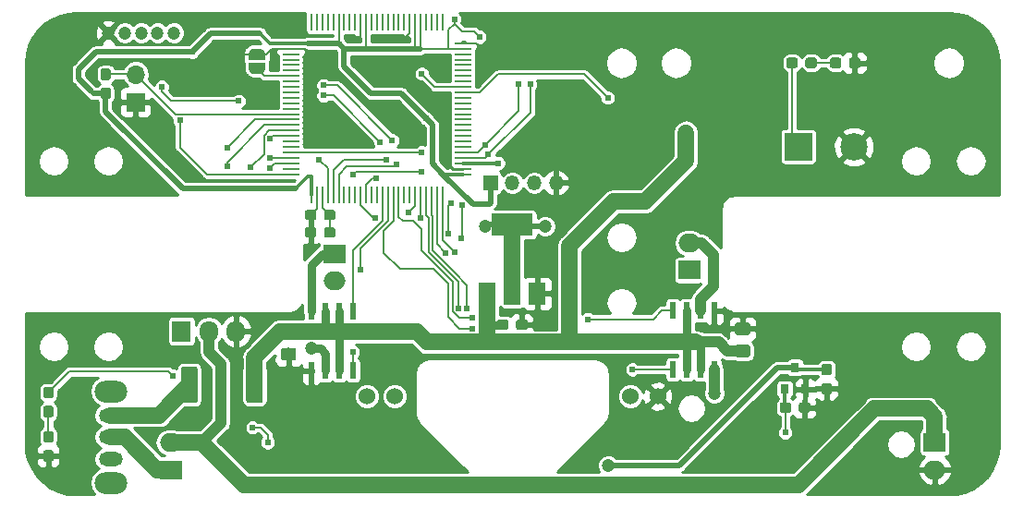
<source format=gbl>
G04 #@! TF.GenerationSoftware,KiCad,Pcbnew,(5.0.0)*
G04 #@! TF.CreationDate,2019-01-28T15:32:59+09:00*
G04 #@! TF.ProjectId,EDAMAMEv3,4544414D414D4576332E6B696361645F,rev?*
G04 #@! TF.SameCoordinates,Original*
G04 #@! TF.FileFunction,Copper,L2,Bot,Signal*
G04 #@! TF.FilePolarity,Positive*
%FSLAX46Y46*%
G04 Gerber Fmt 4.6, Leading zero omitted, Abs format (unit mm)*
G04 Created by KiCad (PCBNEW (5.0.0)) date 01/28/19 15:32:59*
%MOMM*%
%LPD*%
G01*
G04 APERTURE LIST*
G04 #@! TA.AperFunction,SMDPad,CuDef*
%ADD10R,0.280000X1.500000*%
G04 #@! TD*
G04 #@! TA.AperFunction,SMDPad,CuDef*
%ADD11R,1.500000X0.280000*%
G04 #@! TD*
G04 #@! TA.AperFunction,SMDPad,CuDef*
%ADD12R,0.600000X1.550000*%
G04 #@! TD*
G04 #@! TA.AperFunction,ComponentPad*
%ADD13C,1.524000*%
G04 #@! TD*
G04 #@! TA.AperFunction,ComponentPad*
%ADD14R,1.350000X1.350000*%
G04 #@! TD*
G04 #@! TA.AperFunction,ComponentPad*
%ADD15O,1.350000X1.350000*%
G04 #@! TD*
G04 #@! TA.AperFunction,Conductor*
%ADD16C,0.100000*%
G04 #@! TD*
G04 #@! TA.AperFunction,SMDPad,CuDef*
%ADD17C,0.950000*%
G04 #@! TD*
G04 #@! TA.AperFunction,ComponentPad*
%ADD18R,1.700000X1.700000*%
G04 #@! TD*
G04 #@! TA.AperFunction,ComponentPad*
%ADD19O,1.700000X1.700000*%
G04 #@! TD*
G04 #@! TA.AperFunction,ComponentPad*
%ADD20R,2.500000X2.500000*%
G04 #@! TD*
G04 #@! TA.AperFunction,ComponentPad*
%ADD21C,2.500000*%
G04 #@! TD*
G04 #@! TA.AperFunction,ComponentPad*
%ADD22R,2.000000X1.700000*%
G04 #@! TD*
G04 #@! TA.AperFunction,ComponentPad*
%ADD23O,2.000000X1.700000*%
G04 #@! TD*
G04 #@! TA.AperFunction,SMDPad,CuDef*
%ADD24C,1.150000*%
G04 #@! TD*
G04 #@! TA.AperFunction,SMDPad,CuDef*
%ADD25C,0.500000*%
G04 #@! TD*
G04 #@! TA.AperFunction,ComponentPad*
%ADD26C,1.200000*%
G04 #@! TD*
G04 #@! TA.AperFunction,ComponentPad*
%ADD27R,1.700000X1.950000*%
G04 #@! TD*
G04 #@! TA.AperFunction,ComponentPad*
%ADD28O,1.700000X1.950000*%
G04 #@! TD*
G04 #@! TA.AperFunction,SMDPad,CuDef*
%ADD29C,1.525000*%
G04 #@! TD*
G04 #@! TA.AperFunction,ComponentPad*
%ADD30O,3.000000X2.000000*%
G04 #@! TD*
G04 #@! TA.AperFunction,ComponentPad*
%ADD31O,2.200000X1.300000*%
G04 #@! TD*
G04 #@! TA.AperFunction,SMDPad,CuDef*
%ADD32R,3.800000X2.000000*%
G04 #@! TD*
G04 #@! TA.AperFunction,SMDPad,CuDef*
%ADD33R,1.500000X2.000000*%
G04 #@! TD*
G04 #@! TA.AperFunction,SMDPad,CuDef*
%ADD34R,0.800000X0.900000*%
G04 #@! TD*
G04 #@! TA.AperFunction,ViaPad*
%ADD35C,0.604800*%
G04 #@! TD*
G04 #@! TA.AperFunction,ViaPad*
%ADD36C,1.200000*%
G04 #@! TD*
G04 #@! TA.AperFunction,Conductor*
%ADD37C,0.200000*%
G04 #@! TD*
G04 #@! TA.AperFunction,Conductor*
%ADD38C,0.300000*%
G04 #@! TD*
G04 #@! TA.AperFunction,Conductor*
%ADD39C,0.220000*%
G04 #@! TD*
G04 #@! TA.AperFunction,Conductor*
%ADD40C,0.800000*%
G04 #@! TD*
G04 #@! TA.AperFunction,Conductor*
%ADD41C,1.500000*%
G04 #@! TD*
G04 #@! TA.AperFunction,Conductor*
%ADD42C,1.000000*%
G04 #@! TD*
G04 #@! TA.AperFunction,Conductor*
%ADD43C,0.500000*%
G04 #@! TD*
G04 #@! TA.AperFunction,Conductor*
%ADD44C,0.254000*%
G04 #@! TD*
G04 APERTURE END LIST*
D10*
G04 #@! TO.P,U3,1*
G04 #@! TO.N,N/C*
X46100000Y-19300000D03*
G04 #@! TO.P,U3,2*
X46600000Y-19300000D03*
G04 #@! TO.P,U3,3*
X47100000Y-19300000D03*
G04 #@! TO.P,U3,4*
X47600000Y-19300000D03*
G04 #@! TO.P,U3,5*
X48100000Y-19300000D03*
G04 #@! TO.P,U3,6*
G04 #@! TO.N,+3V3*
X48600000Y-19300000D03*
G04 #@! TO.P,U3,7*
G04 #@! TO.N,N/C*
X49100000Y-19300000D03*
G04 #@! TO.P,U3,8*
X49600000Y-19300000D03*
G04 #@! TO.P,U3,9*
X50100000Y-19300000D03*
G04 #@! TO.P,U3,10*
G04 #@! TO.N,GND*
X50600000Y-19300000D03*
G04 #@! TO.P,U3,11*
G04 #@! TO.N,+3V3*
X51100000Y-19300000D03*
G04 #@! TO.P,U3,12*
G04 #@! TO.N,N/C*
X51600000Y-19300000D03*
G04 #@! TO.P,U3,13*
X52100000Y-19300000D03*
G04 #@! TO.P,U3,14*
X52600000Y-19300000D03*
G04 #@! TO.P,U3,15*
X53100000Y-19300000D03*
G04 #@! TO.P,U3,16*
X53600000Y-19300000D03*
G04 #@! TO.P,U3,17*
X54100000Y-19300000D03*
G04 #@! TO.P,U3,18*
X54600000Y-19300000D03*
G04 #@! TO.P,U3,19*
G04 #@! TO.N,GND*
X55100000Y-19300000D03*
G04 #@! TO.P,U3,20*
G04 #@! TO.N,+3V3*
X55600000Y-19300000D03*
G04 #@! TO.P,U3,21*
X56100000Y-19300000D03*
G04 #@! TO.P,U3,22*
G04 #@! TO.N,N/C*
X56600000Y-19300000D03*
G04 #@! TO.P,U3,23*
X57100000Y-19300000D03*
G04 #@! TO.P,U3,24*
X57600000Y-19300000D03*
G04 #@! TO.P,U3,25*
X58100000Y-19300000D03*
D11*
G04 #@! TO.P,U3,26*
G04 #@! TO.N,GND*
X60000000Y-21200000D03*
G04 #@! TO.P,U3,27*
G04 #@! TO.N,+3V3*
X60000000Y-21700000D03*
G04 #@! TO.P,U3,28*
G04 #@! TO.N,N/C*
X60000000Y-22200000D03*
G04 #@! TO.P,U3,29*
X60000000Y-22700000D03*
G04 #@! TO.P,U3,30*
X60000000Y-23200000D03*
G04 #@! TO.P,U3,31*
X60000000Y-23700000D03*
G04 #@! TO.P,U3,32*
X60000000Y-24200000D03*
G04 #@! TO.P,U3,33*
X60000000Y-24700000D03*
G04 #@! TO.P,U3,34*
G04 #@! TO.N,/SD*
X60000000Y-25200000D03*
G04 #@! TO.P,U3,35*
G04 #@! TO.N,/NICHROME*
X60000000Y-25700000D03*
G04 #@! TO.P,U3,36*
G04 #@! TO.N,N/C*
X60000000Y-26200000D03*
G04 #@! TO.P,U3,37*
X60000000Y-26700000D03*
G04 #@! TO.P,U3,38*
X60000000Y-27200000D03*
G04 #@! TO.P,U3,39*
X60000000Y-27700000D03*
G04 #@! TO.P,U3,40*
X60000000Y-28200000D03*
G04 #@! TO.P,U3,41*
X60000000Y-28700000D03*
G04 #@! TO.P,U3,42*
X60000000Y-29200000D03*
G04 #@! TO.P,U3,43*
X60000000Y-29700000D03*
G04 #@! TO.P,U3,44*
X60000000Y-30200000D03*
G04 #@! TO.P,U3,45*
X60000000Y-30700000D03*
G04 #@! TO.P,U3,46*
G04 #@! TO.N,/I2C_SCL*
X60000000Y-31200000D03*
G04 #@! TO.P,U3,47*
G04 #@! TO.N,/I2C_SDA*
X60000000Y-31700000D03*
G04 #@! TO.P,U3,48*
G04 #@! TO.N,Net-(C2-Pad1)*
X60000000Y-32200000D03*
G04 #@! TO.P,U3,49*
G04 #@! TO.N,GND*
X60000000Y-32700000D03*
G04 #@! TO.P,U3,50*
G04 #@! TO.N,+3V3*
X60000000Y-33200000D03*
D10*
G04 #@! TO.P,U3,51*
G04 #@! TO.N,/WiFi_TX*
X58100000Y-35100000D03*
G04 #@! TO.P,U3,52*
G04 #@! TO.N,/WiFi_RX*
X57600000Y-35100000D03*
G04 #@! TO.P,U3,53*
G04 #@! TO.N,/GPS_RX*
X57100000Y-35100000D03*
G04 #@! TO.P,U3,54*
G04 #@! TO.N,/GPS_TX*
X56600000Y-35100000D03*
G04 #@! TO.P,U3,55*
G04 #@! TO.N,/CAMERA_RX*
X56100000Y-35100000D03*
G04 #@! TO.P,U3,56*
G04 #@! TO.N,/CAMERA_TX*
X55600000Y-35100000D03*
G04 #@! TO.P,U3,57*
G04 #@! TO.N,N/C*
X55100000Y-35100000D03*
G04 #@! TO.P,U3,58*
X54600000Y-35100000D03*
G04 #@! TO.P,U3,59*
G04 #@! TO.N,/MOTOR_RF*
X54100000Y-35100000D03*
G04 #@! TO.P,U3,60*
G04 #@! TO.N,/MOTOR_RR*
X53600000Y-35100000D03*
G04 #@! TO.P,U3,61*
G04 #@! TO.N,/MOTOR_LR*
X53100000Y-35100000D03*
G04 #@! TO.P,U3,62*
G04 #@! TO.N,/MOTOR_LF*
X52600000Y-35100000D03*
G04 #@! TO.P,U3,63*
G04 #@! TO.N,N/C*
X52100000Y-35100000D03*
G04 #@! TO.P,U3,64*
X51600000Y-35100000D03*
G04 #@! TO.P,U3,65*
G04 #@! TO.N,/SDIO_D0*
X51100000Y-35100000D03*
G04 #@! TO.P,U3,66*
G04 #@! TO.N,/SDIO_D1*
X50600000Y-35100000D03*
G04 #@! TO.P,U3,67*
G04 #@! TO.N,N/C*
X50100000Y-35100000D03*
G04 #@! TO.P,U3,68*
X49600000Y-35100000D03*
G04 #@! TO.P,U3,69*
X49100000Y-35100000D03*
G04 #@! TO.P,U3,70*
G04 #@! TO.N,/PC_TX*
X48600000Y-35100000D03*
G04 #@! TO.P,U3,71*
G04 #@! TO.N,/PC_RX*
X48100000Y-35100000D03*
G04 #@! TO.P,U3,72*
G04 #@! TO.N,/SWDIO*
X47600000Y-35100000D03*
G04 #@! TO.P,U3,73*
G04 #@! TO.N,Net-(C5-Pad1)*
X47100000Y-35100000D03*
G04 #@! TO.P,U3,74*
G04 #@! TO.N,GND*
X46600000Y-35100000D03*
G04 #@! TO.P,U3,75*
G04 #@! TO.N,+3V3*
X46100000Y-35100000D03*
D11*
G04 #@! TO.P,U3,76*
G04 #@! TO.N,/SWCLK*
X44200000Y-33200000D03*
G04 #@! TO.P,U3,77*
G04 #@! TO.N,N/C*
X44200000Y-32700000D03*
G04 #@! TO.P,U3,78*
G04 #@! TO.N,/SDIO_D2*
X44200000Y-32200000D03*
G04 #@! TO.P,U3,79*
G04 #@! TO.N,/SDIO_D3*
X44200000Y-31700000D03*
G04 #@! TO.P,U3,80*
G04 #@! TO.N,/SDIO_CK*
X44200000Y-31200000D03*
G04 #@! TO.P,U3,81*
G04 #@! TO.N,N/C*
X44200000Y-30700000D03*
G04 #@! TO.P,U3,82*
X44200000Y-30200000D03*
G04 #@! TO.P,U3,83*
G04 #@! TO.N,/SDIO_CMD*
X44200000Y-29700000D03*
G04 #@! TO.P,U3,84*
G04 #@! TO.N,/LED1*
X44200000Y-29200000D03*
G04 #@! TO.P,U3,85*
G04 #@! TO.N,/LED2*
X44200000Y-28700000D03*
G04 #@! TO.P,U3,86*
G04 #@! TO.N,/LED3*
X44200000Y-28200000D03*
G04 #@! TO.P,U3,87*
G04 #@! TO.N,/FLIGHT_PIN*
X44200000Y-27700000D03*
G04 #@! TO.P,U3,88*
G04 #@! TO.N,N/C*
X44200000Y-27200000D03*
G04 #@! TO.P,U3,89*
X44200000Y-26700000D03*
G04 #@! TO.P,U3,90*
X44200000Y-26200000D03*
G04 #@! TO.P,U3,91*
X44200000Y-25700000D03*
G04 #@! TO.P,U3,92*
X44200000Y-25200000D03*
G04 #@! TO.P,U3,93*
X44200000Y-24700000D03*
G04 #@! TO.P,U3,94*
G04 #@! TO.N,Net-(J1-Pad2)*
X44200000Y-24200000D03*
G04 #@! TO.P,U3,95*
G04 #@! TO.N,N/C*
X44200000Y-23700000D03*
G04 #@! TO.P,U3,96*
X44200000Y-23200000D03*
G04 #@! TO.P,U3,97*
X44200000Y-22700000D03*
G04 #@! TO.P,U3,98*
X44200000Y-22200000D03*
G04 #@! TO.P,U3,99*
G04 #@! TO.N,GND*
X44200000Y-21700000D03*
G04 #@! TO.P,U3,100*
G04 #@! TO.N,+3V3*
X44200000Y-21200000D03*
G04 #@! TD*
D12*
G04 #@! TO.P,U9,8*
G04 #@! TO.N,GND*
X46095000Y-51200000D03*
G04 #@! TO.P,U9,7*
G04 #@! TO.N,Net-(P5-Pad2)*
X47365000Y-51200000D03*
G04 #@! TO.P,U9,6*
G04 #@! TO.N,+BATT*
X48635000Y-51200000D03*
G04 #@! TO.P,U9,5*
G04 #@! TO.N,/MOTOR_LR*
X49905000Y-51200000D03*
G04 #@! TO.P,U9,4*
G04 #@! TO.N,/MOTOR_LF*
X49905000Y-45800000D03*
G04 #@! TO.P,U9,3*
G04 #@! TO.N,+BATT*
X48635000Y-45800000D03*
G04 #@! TO.P,U9,2*
X47365000Y-45800000D03*
G04 #@! TO.P,U9,1*
G04 #@! TO.N,Net-(P5-Pad1)*
X46095000Y-45800000D03*
G04 #@! TD*
D13*
G04 #@! TO.P,J4,1*
G04 #@! TO.N,/WiFi_RX*
X51165000Y-53560000D03*
G04 #@! TO.P,J4,2*
G04 #@! TO.N,/WiFi_TX*
X53705000Y-53560000D03*
G04 #@! TO.P,J4,3*
G04 #@! TO.N,+3V3*
X75295000Y-53560000D03*
G04 #@! TO.P,J4,4*
G04 #@! TO.N,GND*
X77835000Y-53560000D03*
G04 #@! TD*
D14*
G04 #@! TO.P,J5,1*
G04 #@! TO.N,+3V3*
X62500000Y-34000000D03*
D15*
G04 #@! TO.P,J5,2*
G04 #@! TO.N,/CAMERA_TX*
X64500000Y-34000000D03*
G04 #@! TO.P,J5,3*
G04 #@! TO.N,/CAMERA_RX*
X66500000Y-34000000D03*
G04 #@! TO.P,J5,4*
G04 #@! TO.N,GND*
X68500000Y-34000000D03*
G04 #@! TD*
D16*
G04 #@! TO.N,GND*
G04 #@! TO.C,D1*
G36*
X22261187Y-58503316D02*
X22284242Y-58506735D01*
X22306851Y-58512399D01*
X22328795Y-58520251D01*
X22349865Y-58530216D01*
X22369856Y-58542198D01*
X22388576Y-58556082D01*
X22405846Y-58571734D01*
X22421498Y-58589004D01*
X22435382Y-58607724D01*
X22447364Y-58627715D01*
X22457329Y-58648785D01*
X22465181Y-58670729D01*
X22470845Y-58693338D01*
X22474264Y-58716393D01*
X22475408Y-58739672D01*
X22475408Y-59314672D01*
X22474264Y-59337951D01*
X22470845Y-59361006D01*
X22465181Y-59383615D01*
X22457329Y-59405559D01*
X22447364Y-59426629D01*
X22435382Y-59446620D01*
X22421498Y-59465340D01*
X22405846Y-59482610D01*
X22388576Y-59498262D01*
X22369856Y-59512146D01*
X22349865Y-59524128D01*
X22328795Y-59534093D01*
X22306851Y-59541945D01*
X22284242Y-59547609D01*
X22261187Y-59551028D01*
X22237908Y-59552172D01*
X21762908Y-59552172D01*
X21739629Y-59551028D01*
X21716574Y-59547609D01*
X21693965Y-59541945D01*
X21672021Y-59534093D01*
X21650951Y-59524128D01*
X21630960Y-59512146D01*
X21612240Y-59498262D01*
X21594970Y-59482610D01*
X21579318Y-59465340D01*
X21565434Y-59446620D01*
X21553452Y-59426629D01*
X21543487Y-59405559D01*
X21535635Y-59383615D01*
X21529971Y-59361006D01*
X21526552Y-59337951D01*
X21525408Y-59314672D01*
X21525408Y-58739672D01*
X21526552Y-58716393D01*
X21529971Y-58693338D01*
X21535635Y-58670729D01*
X21543487Y-58648785D01*
X21553452Y-58627715D01*
X21565434Y-58607724D01*
X21579318Y-58589004D01*
X21594970Y-58571734D01*
X21612240Y-58556082D01*
X21630960Y-58542198D01*
X21650951Y-58530216D01*
X21672021Y-58520251D01*
X21693965Y-58512399D01*
X21716574Y-58506735D01*
X21739629Y-58503316D01*
X21762908Y-58502172D01*
X22237908Y-58502172D01*
X22261187Y-58503316D01*
X22261187Y-58503316D01*
G37*
D17*
G04 #@! TD*
G04 #@! TO.P,D1,1*
G04 #@! TO.N,GND*
X22000408Y-59027172D03*
D16*
G04 #@! TO.N,Net-(D1-Pad2)*
G04 #@! TO.C,D1*
G36*
X22261187Y-56753316D02*
X22284242Y-56756735D01*
X22306851Y-56762399D01*
X22328795Y-56770251D01*
X22349865Y-56780216D01*
X22369856Y-56792198D01*
X22388576Y-56806082D01*
X22405846Y-56821734D01*
X22421498Y-56839004D01*
X22435382Y-56857724D01*
X22447364Y-56877715D01*
X22457329Y-56898785D01*
X22465181Y-56920729D01*
X22470845Y-56943338D01*
X22474264Y-56966393D01*
X22475408Y-56989672D01*
X22475408Y-57564672D01*
X22474264Y-57587951D01*
X22470845Y-57611006D01*
X22465181Y-57633615D01*
X22457329Y-57655559D01*
X22447364Y-57676629D01*
X22435382Y-57696620D01*
X22421498Y-57715340D01*
X22405846Y-57732610D01*
X22388576Y-57748262D01*
X22369856Y-57762146D01*
X22349865Y-57774128D01*
X22328795Y-57784093D01*
X22306851Y-57791945D01*
X22284242Y-57797609D01*
X22261187Y-57801028D01*
X22237908Y-57802172D01*
X21762908Y-57802172D01*
X21739629Y-57801028D01*
X21716574Y-57797609D01*
X21693965Y-57791945D01*
X21672021Y-57784093D01*
X21650951Y-57774128D01*
X21630960Y-57762146D01*
X21612240Y-57748262D01*
X21594970Y-57732610D01*
X21579318Y-57715340D01*
X21565434Y-57696620D01*
X21553452Y-57676629D01*
X21543487Y-57655559D01*
X21535635Y-57633615D01*
X21529971Y-57611006D01*
X21526552Y-57587951D01*
X21525408Y-57564672D01*
X21525408Y-56989672D01*
X21526552Y-56966393D01*
X21529971Y-56943338D01*
X21535635Y-56920729D01*
X21543487Y-56898785D01*
X21553452Y-56877715D01*
X21565434Y-56857724D01*
X21579318Y-56839004D01*
X21594970Y-56821734D01*
X21612240Y-56806082D01*
X21630960Y-56792198D01*
X21650951Y-56780216D01*
X21672021Y-56770251D01*
X21693965Y-56762399D01*
X21716574Y-56756735D01*
X21739629Y-56753316D01*
X21762908Y-56752172D01*
X22237908Y-56752172D01*
X22261187Y-56753316D01*
X22261187Y-56753316D01*
G37*
D17*
G04 #@! TD*
G04 #@! TO.P,D1,2*
G04 #@! TO.N,Net-(D1-Pad2)*
X22000408Y-57277172D03*
D18*
G04 #@! TO.P,J3,1*
G04 #@! TO.N,GND*
X30000000Y-26600000D03*
D19*
G04 #@! TO.P,J3,2*
G04 #@! TO.N,/FLIGHT_PIN*
X30000000Y-24060000D03*
G04 #@! TD*
D20*
G04 #@! TO.P,P6,1*
G04 #@! TO.N,Net-(P6-Pad1)*
X90708000Y-30692000D03*
D21*
G04 #@! TO.P,P6,2*
G04 #@! TO.N,GND*
X95788000Y-30692000D03*
G04 #@! TD*
D22*
G04 #@! TO.P,P4,1*
G04 #@! TO.N,Net-(P4-Pad1)*
X80714000Y-42000000D03*
D23*
G04 #@! TO.P,P4,2*
G04 #@! TO.N,Net-(P4-Pad2)*
X80714000Y-39500000D03*
G04 #@! TD*
G04 #@! TO.P,P5,2*
G04 #@! TO.N,Net-(P5-Pad2)*
X48200000Y-43000000D03*
D22*
G04 #@! TO.P,P5,1*
G04 #@! TO.N,Net-(P5-Pad1)*
X48200000Y-40500000D03*
G04 #@! TD*
D16*
G04 #@! TO.N,Net-(D1-Pad2)*
G04 #@! TO.C,R4*
G36*
X22261187Y-54439316D02*
X22284242Y-54442735D01*
X22306851Y-54448399D01*
X22328795Y-54456251D01*
X22349865Y-54466216D01*
X22369856Y-54478198D01*
X22388576Y-54492082D01*
X22405846Y-54507734D01*
X22421498Y-54525004D01*
X22435382Y-54543724D01*
X22447364Y-54563715D01*
X22457329Y-54584785D01*
X22465181Y-54606729D01*
X22470845Y-54629338D01*
X22474264Y-54652393D01*
X22475408Y-54675672D01*
X22475408Y-55250672D01*
X22474264Y-55273951D01*
X22470845Y-55297006D01*
X22465181Y-55319615D01*
X22457329Y-55341559D01*
X22447364Y-55362629D01*
X22435382Y-55382620D01*
X22421498Y-55401340D01*
X22405846Y-55418610D01*
X22388576Y-55434262D01*
X22369856Y-55448146D01*
X22349865Y-55460128D01*
X22328795Y-55470093D01*
X22306851Y-55477945D01*
X22284242Y-55483609D01*
X22261187Y-55487028D01*
X22237908Y-55488172D01*
X21762908Y-55488172D01*
X21739629Y-55487028D01*
X21716574Y-55483609D01*
X21693965Y-55477945D01*
X21672021Y-55470093D01*
X21650951Y-55460128D01*
X21630960Y-55448146D01*
X21612240Y-55434262D01*
X21594970Y-55418610D01*
X21579318Y-55401340D01*
X21565434Y-55382620D01*
X21553452Y-55362629D01*
X21543487Y-55341559D01*
X21535635Y-55319615D01*
X21529971Y-55297006D01*
X21526552Y-55273951D01*
X21525408Y-55250672D01*
X21525408Y-54675672D01*
X21526552Y-54652393D01*
X21529971Y-54629338D01*
X21535635Y-54606729D01*
X21543487Y-54584785D01*
X21553452Y-54563715D01*
X21565434Y-54543724D01*
X21579318Y-54525004D01*
X21594970Y-54507734D01*
X21612240Y-54492082D01*
X21630960Y-54478198D01*
X21650951Y-54466216D01*
X21672021Y-54456251D01*
X21693965Y-54448399D01*
X21716574Y-54442735D01*
X21739629Y-54439316D01*
X21762908Y-54438172D01*
X22237908Y-54438172D01*
X22261187Y-54439316D01*
X22261187Y-54439316D01*
G37*
D17*
G04 #@! TD*
G04 #@! TO.P,R4,1*
G04 #@! TO.N,Net-(D1-Pad2)*
X22000408Y-54963172D03*
D16*
G04 #@! TO.N,+BATT*
G04 #@! TO.C,R4*
G36*
X22261187Y-52689316D02*
X22284242Y-52692735D01*
X22306851Y-52698399D01*
X22328795Y-52706251D01*
X22349865Y-52716216D01*
X22369856Y-52728198D01*
X22388576Y-52742082D01*
X22405846Y-52757734D01*
X22421498Y-52775004D01*
X22435382Y-52793724D01*
X22447364Y-52813715D01*
X22457329Y-52834785D01*
X22465181Y-52856729D01*
X22470845Y-52879338D01*
X22474264Y-52902393D01*
X22475408Y-52925672D01*
X22475408Y-53500672D01*
X22474264Y-53523951D01*
X22470845Y-53547006D01*
X22465181Y-53569615D01*
X22457329Y-53591559D01*
X22447364Y-53612629D01*
X22435382Y-53632620D01*
X22421498Y-53651340D01*
X22405846Y-53668610D01*
X22388576Y-53684262D01*
X22369856Y-53698146D01*
X22349865Y-53710128D01*
X22328795Y-53720093D01*
X22306851Y-53727945D01*
X22284242Y-53733609D01*
X22261187Y-53737028D01*
X22237908Y-53738172D01*
X21762908Y-53738172D01*
X21739629Y-53737028D01*
X21716574Y-53733609D01*
X21693965Y-53727945D01*
X21672021Y-53720093D01*
X21650951Y-53710128D01*
X21630960Y-53698146D01*
X21612240Y-53684262D01*
X21594970Y-53668610D01*
X21579318Y-53651340D01*
X21565434Y-53632620D01*
X21553452Y-53612629D01*
X21543487Y-53591559D01*
X21535635Y-53569615D01*
X21529971Y-53547006D01*
X21526552Y-53523951D01*
X21525408Y-53500672D01*
X21525408Y-52925672D01*
X21526552Y-52902393D01*
X21529971Y-52879338D01*
X21535635Y-52856729D01*
X21543487Y-52834785D01*
X21553452Y-52813715D01*
X21565434Y-52793724D01*
X21579318Y-52775004D01*
X21594970Y-52757734D01*
X21612240Y-52742082D01*
X21630960Y-52728198D01*
X21650951Y-52716216D01*
X21672021Y-52706251D01*
X21693965Y-52698399D01*
X21716574Y-52692735D01*
X21739629Y-52689316D01*
X21762908Y-52688172D01*
X22237908Y-52688172D01*
X22261187Y-52689316D01*
X22261187Y-52689316D01*
G37*
D17*
G04 #@! TD*
G04 #@! TO.P,R4,2*
G04 #@! TO.N,+BATT*
X22000408Y-53213172D03*
D16*
G04 #@! TO.N,+BATT*
G04 #@! TO.C,C1*
G36*
X63935779Y-46526144D02*
X63958834Y-46529563D01*
X63981443Y-46535227D01*
X64003387Y-46543079D01*
X64024457Y-46553044D01*
X64044448Y-46565026D01*
X64063168Y-46578910D01*
X64080438Y-46594562D01*
X64096090Y-46611832D01*
X64109974Y-46630552D01*
X64121956Y-46650543D01*
X64131921Y-46671613D01*
X64139773Y-46693557D01*
X64145437Y-46716166D01*
X64148856Y-46739221D01*
X64150000Y-46762500D01*
X64150000Y-47237500D01*
X64148856Y-47260779D01*
X64145437Y-47283834D01*
X64139773Y-47306443D01*
X64131921Y-47328387D01*
X64121956Y-47349457D01*
X64109974Y-47369448D01*
X64096090Y-47388168D01*
X64080438Y-47405438D01*
X64063168Y-47421090D01*
X64044448Y-47434974D01*
X64024457Y-47446956D01*
X64003387Y-47456921D01*
X63981443Y-47464773D01*
X63958834Y-47470437D01*
X63935779Y-47473856D01*
X63912500Y-47475000D01*
X63337500Y-47475000D01*
X63314221Y-47473856D01*
X63291166Y-47470437D01*
X63268557Y-47464773D01*
X63246613Y-47456921D01*
X63225543Y-47446956D01*
X63205552Y-47434974D01*
X63186832Y-47421090D01*
X63169562Y-47405438D01*
X63153910Y-47388168D01*
X63140026Y-47369448D01*
X63128044Y-47349457D01*
X63118079Y-47328387D01*
X63110227Y-47306443D01*
X63104563Y-47283834D01*
X63101144Y-47260779D01*
X63100000Y-47237500D01*
X63100000Y-46762500D01*
X63101144Y-46739221D01*
X63104563Y-46716166D01*
X63110227Y-46693557D01*
X63118079Y-46671613D01*
X63128044Y-46650543D01*
X63140026Y-46630552D01*
X63153910Y-46611832D01*
X63169562Y-46594562D01*
X63186832Y-46578910D01*
X63205552Y-46565026D01*
X63225543Y-46553044D01*
X63246613Y-46543079D01*
X63268557Y-46535227D01*
X63291166Y-46529563D01*
X63314221Y-46526144D01*
X63337500Y-46525000D01*
X63912500Y-46525000D01*
X63935779Y-46526144D01*
X63935779Y-46526144D01*
G37*
D17*
G04 #@! TD*
G04 #@! TO.P,C1,1*
G04 #@! TO.N,+BATT*
X63625000Y-47000000D03*
D16*
G04 #@! TO.N,GND*
G04 #@! TO.C,C1*
G36*
X65685779Y-46526144D02*
X65708834Y-46529563D01*
X65731443Y-46535227D01*
X65753387Y-46543079D01*
X65774457Y-46553044D01*
X65794448Y-46565026D01*
X65813168Y-46578910D01*
X65830438Y-46594562D01*
X65846090Y-46611832D01*
X65859974Y-46630552D01*
X65871956Y-46650543D01*
X65881921Y-46671613D01*
X65889773Y-46693557D01*
X65895437Y-46716166D01*
X65898856Y-46739221D01*
X65900000Y-46762500D01*
X65900000Y-47237500D01*
X65898856Y-47260779D01*
X65895437Y-47283834D01*
X65889773Y-47306443D01*
X65881921Y-47328387D01*
X65871956Y-47349457D01*
X65859974Y-47369448D01*
X65846090Y-47388168D01*
X65830438Y-47405438D01*
X65813168Y-47421090D01*
X65794448Y-47434974D01*
X65774457Y-47446956D01*
X65753387Y-47456921D01*
X65731443Y-47464773D01*
X65708834Y-47470437D01*
X65685779Y-47473856D01*
X65662500Y-47475000D01*
X65087500Y-47475000D01*
X65064221Y-47473856D01*
X65041166Y-47470437D01*
X65018557Y-47464773D01*
X64996613Y-47456921D01*
X64975543Y-47446956D01*
X64955552Y-47434974D01*
X64936832Y-47421090D01*
X64919562Y-47405438D01*
X64903910Y-47388168D01*
X64890026Y-47369448D01*
X64878044Y-47349457D01*
X64868079Y-47328387D01*
X64860227Y-47306443D01*
X64854563Y-47283834D01*
X64851144Y-47260779D01*
X64850000Y-47237500D01*
X64850000Y-46762500D01*
X64851144Y-46739221D01*
X64854563Y-46716166D01*
X64860227Y-46693557D01*
X64868079Y-46671613D01*
X64878044Y-46650543D01*
X64890026Y-46630552D01*
X64903910Y-46611832D01*
X64919562Y-46594562D01*
X64936832Y-46578910D01*
X64955552Y-46565026D01*
X64975543Y-46553044D01*
X64996613Y-46543079D01*
X65018557Y-46535227D01*
X65041166Y-46529563D01*
X65064221Y-46526144D01*
X65087500Y-46525000D01*
X65662500Y-46525000D01*
X65685779Y-46526144D01*
X65685779Y-46526144D01*
G37*
D17*
G04 #@! TD*
G04 #@! TO.P,C1,2*
G04 #@! TO.N,GND*
X65375000Y-47000000D03*
D16*
G04 #@! TO.N,Net-(C5-Pad1)*
G04 #@! TO.C,C5*
G36*
X48085779Y-38076144D02*
X48108834Y-38079563D01*
X48131443Y-38085227D01*
X48153387Y-38093079D01*
X48174457Y-38103044D01*
X48194448Y-38115026D01*
X48213168Y-38128910D01*
X48230438Y-38144562D01*
X48246090Y-38161832D01*
X48259974Y-38180552D01*
X48271956Y-38200543D01*
X48281921Y-38221613D01*
X48289773Y-38243557D01*
X48295437Y-38266166D01*
X48298856Y-38289221D01*
X48300000Y-38312500D01*
X48300000Y-38787500D01*
X48298856Y-38810779D01*
X48295437Y-38833834D01*
X48289773Y-38856443D01*
X48281921Y-38878387D01*
X48271956Y-38899457D01*
X48259974Y-38919448D01*
X48246090Y-38938168D01*
X48230438Y-38955438D01*
X48213168Y-38971090D01*
X48194448Y-38984974D01*
X48174457Y-38996956D01*
X48153387Y-39006921D01*
X48131443Y-39014773D01*
X48108834Y-39020437D01*
X48085779Y-39023856D01*
X48062500Y-39025000D01*
X47487500Y-39025000D01*
X47464221Y-39023856D01*
X47441166Y-39020437D01*
X47418557Y-39014773D01*
X47396613Y-39006921D01*
X47375543Y-38996956D01*
X47355552Y-38984974D01*
X47336832Y-38971090D01*
X47319562Y-38955438D01*
X47303910Y-38938168D01*
X47290026Y-38919448D01*
X47278044Y-38899457D01*
X47268079Y-38878387D01*
X47260227Y-38856443D01*
X47254563Y-38833834D01*
X47251144Y-38810779D01*
X47250000Y-38787500D01*
X47250000Y-38312500D01*
X47251144Y-38289221D01*
X47254563Y-38266166D01*
X47260227Y-38243557D01*
X47268079Y-38221613D01*
X47278044Y-38200543D01*
X47290026Y-38180552D01*
X47303910Y-38161832D01*
X47319562Y-38144562D01*
X47336832Y-38128910D01*
X47355552Y-38115026D01*
X47375543Y-38103044D01*
X47396613Y-38093079D01*
X47418557Y-38085227D01*
X47441166Y-38079563D01*
X47464221Y-38076144D01*
X47487500Y-38075000D01*
X48062500Y-38075000D01*
X48085779Y-38076144D01*
X48085779Y-38076144D01*
G37*
D17*
G04 #@! TD*
G04 #@! TO.P,C5,1*
G04 #@! TO.N,Net-(C5-Pad1)*
X47775000Y-38550000D03*
D16*
G04 #@! TO.N,GND*
G04 #@! TO.C,C5*
G36*
X46335779Y-38076144D02*
X46358834Y-38079563D01*
X46381443Y-38085227D01*
X46403387Y-38093079D01*
X46424457Y-38103044D01*
X46444448Y-38115026D01*
X46463168Y-38128910D01*
X46480438Y-38144562D01*
X46496090Y-38161832D01*
X46509974Y-38180552D01*
X46521956Y-38200543D01*
X46531921Y-38221613D01*
X46539773Y-38243557D01*
X46545437Y-38266166D01*
X46548856Y-38289221D01*
X46550000Y-38312500D01*
X46550000Y-38787500D01*
X46548856Y-38810779D01*
X46545437Y-38833834D01*
X46539773Y-38856443D01*
X46531921Y-38878387D01*
X46521956Y-38899457D01*
X46509974Y-38919448D01*
X46496090Y-38938168D01*
X46480438Y-38955438D01*
X46463168Y-38971090D01*
X46444448Y-38984974D01*
X46424457Y-38996956D01*
X46403387Y-39006921D01*
X46381443Y-39014773D01*
X46358834Y-39020437D01*
X46335779Y-39023856D01*
X46312500Y-39025000D01*
X45737500Y-39025000D01*
X45714221Y-39023856D01*
X45691166Y-39020437D01*
X45668557Y-39014773D01*
X45646613Y-39006921D01*
X45625543Y-38996956D01*
X45605552Y-38984974D01*
X45586832Y-38971090D01*
X45569562Y-38955438D01*
X45553910Y-38938168D01*
X45540026Y-38919448D01*
X45528044Y-38899457D01*
X45518079Y-38878387D01*
X45510227Y-38856443D01*
X45504563Y-38833834D01*
X45501144Y-38810779D01*
X45500000Y-38787500D01*
X45500000Y-38312500D01*
X45501144Y-38289221D01*
X45504563Y-38266166D01*
X45510227Y-38243557D01*
X45518079Y-38221613D01*
X45528044Y-38200543D01*
X45540026Y-38180552D01*
X45553910Y-38161832D01*
X45569562Y-38144562D01*
X45586832Y-38128910D01*
X45605552Y-38115026D01*
X45625543Y-38103044D01*
X45646613Y-38093079D01*
X45668557Y-38085227D01*
X45691166Y-38079563D01*
X45714221Y-38076144D01*
X45737500Y-38075000D01*
X46312500Y-38075000D01*
X46335779Y-38076144D01*
X46335779Y-38076144D01*
G37*
D17*
G04 #@! TD*
G04 #@! TO.P,C5,2*
G04 #@! TO.N,GND*
X46025000Y-38550000D03*
D16*
G04 #@! TO.N,GND*
G04 #@! TO.C,C6*
G36*
X93560779Y-52351144D02*
X93583834Y-52354563D01*
X93606443Y-52360227D01*
X93628387Y-52368079D01*
X93649457Y-52378044D01*
X93669448Y-52390026D01*
X93688168Y-52403910D01*
X93705438Y-52419562D01*
X93721090Y-52436832D01*
X93734974Y-52455552D01*
X93746956Y-52475543D01*
X93756921Y-52496613D01*
X93764773Y-52518557D01*
X93770437Y-52541166D01*
X93773856Y-52564221D01*
X93775000Y-52587500D01*
X93775000Y-53162500D01*
X93773856Y-53185779D01*
X93770437Y-53208834D01*
X93764773Y-53231443D01*
X93756921Y-53253387D01*
X93746956Y-53274457D01*
X93734974Y-53294448D01*
X93721090Y-53313168D01*
X93705438Y-53330438D01*
X93688168Y-53346090D01*
X93669448Y-53359974D01*
X93649457Y-53371956D01*
X93628387Y-53381921D01*
X93606443Y-53389773D01*
X93583834Y-53395437D01*
X93560779Y-53398856D01*
X93537500Y-53400000D01*
X93062500Y-53400000D01*
X93039221Y-53398856D01*
X93016166Y-53395437D01*
X92993557Y-53389773D01*
X92971613Y-53381921D01*
X92950543Y-53371956D01*
X92930552Y-53359974D01*
X92911832Y-53346090D01*
X92894562Y-53330438D01*
X92878910Y-53313168D01*
X92865026Y-53294448D01*
X92853044Y-53274457D01*
X92843079Y-53253387D01*
X92835227Y-53231443D01*
X92829563Y-53208834D01*
X92826144Y-53185779D01*
X92825000Y-53162500D01*
X92825000Y-52587500D01*
X92826144Y-52564221D01*
X92829563Y-52541166D01*
X92835227Y-52518557D01*
X92843079Y-52496613D01*
X92853044Y-52475543D01*
X92865026Y-52455552D01*
X92878910Y-52436832D01*
X92894562Y-52419562D01*
X92911832Y-52403910D01*
X92930552Y-52390026D01*
X92950543Y-52378044D01*
X92971613Y-52368079D01*
X92993557Y-52360227D01*
X93016166Y-52354563D01*
X93039221Y-52351144D01*
X93062500Y-52350000D01*
X93537500Y-52350000D01*
X93560779Y-52351144D01*
X93560779Y-52351144D01*
G37*
D17*
G04 #@! TD*
G04 #@! TO.P,C6,2*
G04 #@! TO.N,GND*
X93300000Y-52875000D03*
D16*
G04 #@! TO.N,Net-(C6-Pad1)*
G04 #@! TO.C,C6*
G36*
X93560779Y-50601144D02*
X93583834Y-50604563D01*
X93606443Y-50610227D01*
X93628387Y-50618079D01*
X93649457Y-50628044D01*
X93669448Y-50640026D01*
X93688168Y-50653910D01*
X93705438Y-50669562D01*
X93721090Y-50686832D01*
X93734974Y-50705552D01*
X93746956Y-50725543D01*
X93756921Y-50746613D01*
X93764773Y-50768557D01*
X93770437Y-50791166D01*
X93773856Y-50814221D01*
X93775000Y-50837500D01*
X93775000Y-51412500D01*
X93773856Y-51435779D01*
X93770437Y-51458834D01*
X93764773Y-51481443D01*
X93756921Y-51503387D01*
X93746956Y-51524457D01*
X93734974Y-51544448D01*
X93721090Y-51563168D01*
X93705438Y-51580438D01*
X93688168Y-51596090D01*
X93669448Y-51609974D01*
X93649457Y-51621956D01*
X93628387Y-51631921D01*
X93606443Y-51639773D01*
X93583834Y-51645437D01*
X93560779Y-51648856D01*
X93537500Y-51650000D01*
X93062500Y-51650000D01*
X93039221Y-51648856D01*
X93016166Y-51645437D01*
X92993557Y-51639773D01*
X92971613Y-51631921D01*
X92950543Y-51621956D01*
X92930552Y-51609974D01*
X92911832Y-51596090D01*
X92894562Y-51580438D01*
X92878910Y-51563168D01*
X92865026Y-51544448D01*
X92853044Y-51524457D01*
X92843079Y-51503387D01*
X92835227Y-51481443D01*
X92829563Y-51458834D01*
X92826144Y-51435779D01*
X92825000Y-51412500D01*
X92825000Y-50837500D01*
X92826144Y-50814221D01*
X92829563Y-50791166D01*
X92835227Y-50768557D01*
X92843079Y-50746613D01*
X92853044Y-50725543D01*
X92865026Y-50705552D01*
X92878910Y-50686832D01*
X92894562Y-50669562D01*
X92911832Y-50653910D01*
X92930552Y-50640026D01*
X92950543Y-50628044D01*
X92971613Y-50618079D01*
X92993557Y-50610227D01*
X93016166Y-50604563D01*
X93039221Y-50601144D01*
X93062500Y-50600000D01*
X93537500Y-50600000D01*
X93560779Y-50601144D01*
X93560779Y-50601144D01*
G37*
D17*
G04 #@! TD*
G04 #@! TO.P,C6,1*
G04 #@! TO.N,Net-(C6-Pad1)*
X93300000Y-51125000D03*
D16*
G04 #@! TO.N,GND*
G04 #@! TO.C,C7*
G36*
X46335779Y-36476144D02*
X46358834Y-36479563D01*
X46381443Y-36485227D01*
X46403387Y-36493079D01*
X46424457Y-36503044D01*
X46444448Y-36515026D01*
X46463168Y-36528910D01*
X46480438Y-36544562D01*
X46496090Y-36561832D01*
X46509974Y-36580552D01*
X46521956Y-36600543D01*
X46531921Y-36621613D01*
X46539773Y-36643557D01*
X46545437Y-36666166D01*
X46548856Y-36689221D01*
X46550000Y-36712500D01*
X46550000Y-37187500D01*
X46548856Y-37210779D01*
X46545437Y-37233834D01*
X46539773Y-37256443D01*
X46531921Y-37278387D01*
X46521956Y-37299457D01*
X46509974Y-37319448D01*
X46496090Y-37338168D01*
X46480438Y-37355438D01*
X46463168Y-37371090D01*
X46444448Y-37384974D01*
X46424457Y-37396956D01*
X46403387Y-37406921D01*
X46381443Y-37414773D01*
X46358834Y-37420437D01*
X46335779Y-37423856D01*
X46312500Y-37425000D01*
X45737500Y-37425000D01*
X45714221Y-37423856D01*
X45691166Y-37420437D01*
X45668557Y-37414773D01*
X45646613Y-37406921D01*
X45625543Y-37396956D01*
X45605552Y-37384974D01*
X45586832Y-37371090D01*
X45569562Y-37355438D01*
X45553910Y-37338168D01*
X45540026Y-37319448D01*
X45528044Y-37299457D01*
X45518079Y-37278387D01*
X45510227Y-37256443D01*
X45504563Y-37233834D01*
X45501144Y-37210779D01*
X45500000Y-37187500D01*
X45500000Y-36712500D01*
X45501144Y-36689221D01*
X45504563Y-36666166D01*
X45510227Y-36643557D01*
X45518079Y-36621613D01*
X45528044Y-36600543D01*
X45540026Y-36580552D01*
X45553910Y-36561832D01*
X45569562Y-36544562D01*
X45586832Y-36528910D01*
X45605552Y-36515026D01*
X45625543Y-36503044D01*
X45646613Y-36493079D01*
X45668557Y-36485227D01*
X45691166Y-36479563D01*
X45714221Y-36476144D01*
X45737500Y-36475000D01*
X46312500Y-36475000D01*
X46335779Y-36476144D01*
X46335779Y-36476144D01*
G37*
D17*
G04 #@! TD*
G04 #@! TO.P,C7,2*
G04 #@! TO.N,GND*
X46025000Y-36950000D03*
D16*
G04 #@! TO.N,Net-(C5-Pad1)*
G04 #@! TO.C,C7*
G36*
X48085779Y-36476144D02*
X48108834Y-36479563D01*
X48131443Y-36485227D01*
X48153387Y-36493079D01*
X48174457Y-36503044D01*
X48194448Y-36515026D01*
X48213168Y-36528910D01*
X48230438Y-36544562D01*
X48246090Y-36561832D01*
X48259974Y-36580552D01*
X48271956Y-36600543D01*
X48281921Y-36621613D01*
X48289773Y-36643557D01*
X48295437Y-36666166D01*
X48298856Y-36689221D01*
X48300000Y-36712500D01*
X48300000Y-37187500D01*
X48298856Y-37210779D01*
X48295437Y-37233834D01*
X48289773Y-37256443D01*
X48281921Y-37278387D01*
X48271956Y-37299457D01*
X48259974Y-37319448D01*
X48246090Y-37338168D01*
X48230438Y-37355438D01*
X48213168Y-37371090D01*
X48194448Y-37384974D01*
X48174457Y-37396956D01*
X48153387Y-37406921D01*
X48131443Y-37414773D01*
X48108834Y-37420437D01*
X48085779Y-37423856D01*
X48062500Y-37425000D01*
X47487500Y-37425000D01*
X47464221Y-37423856D01*
X47441166Y-37420437D01*
X47418557Y-37414773D01*
X47396613Y-37406921D01*
X47375543Y-37396956D01*
X47355552Y-37384974D01*
X47336832Y-37371090D01*
X47319562Y-37355438D01*
X47303910Y-37338168D01*
X47290026Y-37319448D01*
X47278044Y-37299457D01*
X47268079Y-37278387D01*
X47260227Y-37256443D01*
X47254563Y-37233834D01*
X47251144Y-37210779D01*
X47250000Y-37187500D01*
X47250000Y-36712500D01*
X47251144Y-36689221D01*
X47254563Y-36666166D01*
X47260227Y-36643557D01*
X47268079Y-36621613D01*
X47278044Y-36600543D01*
X47290026Y-36580552D01*
X47303910Y-36561832D01*
X47319562Y-36544562D01*
X47336832Y-36528910D01*
X47355552Y-36515026D01*
X47375543Y-36503044D01*
X47396613Y-36493079D01*
X47418557Y-36485227D01*
X47441166Y-36479563D01*
X47464221Y-36476144D01*
X47487500Y-36475000D01*
X48062500Y-36475000D01*
X48085779Y-36476144D01*
X48085779Y-36476144D01*
G37*
D17*
G04 #@! TD*
G04 #@! TO.P,C7,1*
G04 #@! TO.N,Net-(C5-Pad1)*
X47775000Y-36950000D03*
D16*
G04 #@! TO.N,/GPS_BACKUP*
G04 #@! TO.C,C10*
G36*
X89835779Y-54126144D02*
X89858834Y-54129563D01*
X89881443Y-54135227D01*
X89903387Y-54143079D01*
X89924457Y-54153044D01*
X89944448Y-54165026D01*
X89963168Y-54178910D01*
X89980438Y-54194562D01*
X89996090Y-54211832D01*
X90009974Y-54230552D01*
X90021956Y-54250543D01*
X90031921Y-54271613D01*
X90039773Y-54293557D01*
X90045437Y-54316166D01*
X90048856Y-54339221D01*
X90050000Y-54362500D01*
X90050000Y-54837500D01*
X90048856Y-54860779D01*
X90045437Y-54883834D01*
X90039773Y-54906443D01*
X90031921Y-54928387D01*
X90021956Y-54949457D01*
X90009974Y-54969448D01*
X89996090Y-54988168D01*
X89980438Y-55005438D01*
X89963168Y-55021090D01*
X89944448Y-55034974D01*
X89924457Y-55046956D01*
X89903387Y-55056921D01*
X89881443Y-55064773D01*
X89858834Y-55070437D01*
X89835779Y-55073856D01*
X89812500Y-55075000D01*
X89237500Y-55075000D01*
X89214221Y-55073856D01*
X89191166Y-55070437D01*
X89168557Y-55064773D01*
X89146613Y-55056921D01*
X89125543Y-55046956D01*
X89105552Y-55034974D01*
X89086832Y-55021090D01*
X89069562Y-55005438D01*
X89053910Y-54988168D01*
X89040026Y-54969448D01*
X89028044Y-54949457D01*
X89018079Y-54928387D01*
X89010227Y-54906443D01*
X89004563Y-54883834D01*
X89001144Y-54860779D01*
X89000000Y-54837500D01*
X89000000Y-54362500D01*
X89001144Y-54339221D01*
X89004563Y-54316166D01*
X89010227Y-54293557D01*
X89018079Y-54271613D01*
X89028044Y-54250543D01*
X89040026Y-54230552D01*
X89053910Y-54211832D01*
X89069562Y-54194562D01*
X89086832Y-54178910D01*
X89105552Y-54165026D01*
X89125543Y-54153044D01*
X89146613Y-54143079D01*
X89168557Y-54135227D01*
X89191166Y-54129563D01*
X89214221Y-54126144D01*
X89237500Y-54125000D01*
X89812500Y-54125000D01*
X89835779Y-54126144D01*
X89835779Y-54126144D01*
G37*
D17*
G04 #@! TD*
G04 #@! TO.P,C10,1*
G04 #@! TO.N,/GPS_BACKUP*
X89525000Y-54600000D03*
D16*
G04 #@! TO.N,GND*
G04 #@! TO.C,C10*
G36*
X91585779Y-54126144D02*
X91608834Y-54129563D01*
X91631443Y-54135227D01*
X91653387Y-54143079D01*
X91674457Y-54153044D01*
X91694448Y-54165026D01*
X91713168Y-54178910D01*
X91730438Y-54194562D01*
X91746090Y-54211832D01*
X91759974Y-54230552D01*
X91771956Y-54250543D01*
X91781921Y-54271613D01*
X91789773Y-54293557D01*
X91795437Y-54316166D01*
X91798856Y-54339221D01*
X91800000Y-54362500D01*
X91800000Y-54837500D01*
X91798856Y-54860779D01*
X91795437Y-54883834D01*
X91789773Y-54906443D01*
X91781921Y-54928387D01*
X91771956Y-54949457D01*
X91759974Y-54969448D01*
X91746090Y-54988168D01*
X91730438Y-55005438D01*
X91713168Y-55021090D01*
X91694448Y-55034974D01*
X91674457Y-55046956D01*
X91653387Y-55056921D01*
X91631443Y-55064773D01*
X91608834Y-55070437D01*
X91585779Y-55073856D01*
X91562500Y-55075000D01*
X90987500Y-55075000D01*
X90964221Y-55073856D01*
X90941166Y-55070437D01*
X90918557Y-55064773D01*
X90896613Y-55056921D01*
X90875543Y-55046956D01*
X90855552Y-55034974D01*
X90836832Y-55021090D01*
X90819562Y-55005438D01*
X90803910Y-54988168D01*
X90790026Y-54969448D01*
X90778044Y-54949457D01*
X90768079Y-54928387D01*
X90760227Y-54906443D01*
X90754563Y-54883834D01*
X90751144Y-54860779D01*
X90750000Y-54837500D01*
X90750000Y-54362500D01*
X90751144Y-54339221D01*
X90754563Y-54316166D01*
X90760227Y-54293557D01*
X90768079Y-54271613D01*
X90778044Y-54250543D01*
X90790026Y-54230552D01*
X90803910Y-54211832D01*
X90819562Y-54194562D01*
X90836832Y-54178910D01*
X90855552Y-54165026D01*
X90875543Y-54153044D01*
X90896613Y-54143079D01*
X90918557Y-54135227D01*
X90941166Y-54129563D01*
X90964221Y-54126144D01*
X90987500Y-54125000D01*
X91562500Y-54125000D01*
X91585779Y-54126144D01*
X91585779Y-54126144D01*
G37*
D17*
G04 #@! TD*
G04 #@! TO.P,C10,2*
G04 #@! TO.N,GND*
X91275000Y-54600000D03*
D16*
G04 #@! TO.N,GND*
G04 #@! TO.C,C15*
G36*
X86074505Y-46801204D02*
X86098773Y-46804804D01*
X86122572Y-46810765D01*
X86145671Y-46819030D01*
X86167850Y-46829520D01*
X86188893Y-46842132D01*
X86208599Y-46856747D01*
X86226777Y-46873223D01*
X86243253Y-46891401D01*
X86257868Y-46911107D01*
X86270480Y-46932150D01*
X86280970Y-46954329D01*
X86289235Y-46977428D01*
X86295196Y-47001227D01*
X86298796Y-47025495D01*
X86300000Y-47049999D01*
X86300000Y-47700001D01*
X86298796Y-47724505D01*
X86295196Y-47748773D01*
X86289235Y-47772572D01*
X86280970Y-47795671D01*
X86270480Y-47817850D01*
X86257868Y-47838893D01*
X86243253Y-47858599D01*
X86226777Y-47876777D01*
X86208599Y-47893253D01*
X86188893Y-47907868D01*
X86167850Y-47920480D01*
X86145671Y-47930970D01*
X86122572Y-47939235D01*
X86098773Y-47945196D01*
X86074505Y-47948796D01*
X86050001Y-47950000D01*
X85149999Y-47950000D01*
X85125495Y-47948796D01*
X85101227Y-47945196D01*
X85077428Y-47939235D01*
X85054329Y-47930970D01*
X85032150Y-47920480D01*
X85011107Y-47907868D01*
X84991401Y-47893253D01*
X84973223Y-47876777D01*
X84956747Y-47858599D01*
X84942132Y-47838893D01*
X84929520Y-47817850D01*
X84919030Y-47795671D01*
X84910765Y-47772572D01*
X84904804Y-47748773D01*
X84901204Y-47724505D01*
X84900000Y-47700001D01*
X84900000Y-47049999D01*
X84901204Y-47025495D01*
X84904804Y-47001227D01*
X84910765Y-46977428D01*
X84919030Y-46954329D01*
X84929520Y-46932150D01*
X84942132Y-46911107D01*
X84956747Y-46891401D01*
X84973223Y-46873223D01*
X84991401Y-46856747D01*
X85011107Y-46842132D01*
X85032150Y-46829520D01*
X85054329Y-46819030D01*
X85077428Y-46810765D01*
X85101227Y-46804804D01*
X85125495Y-46801204D01*
X85149999Y-46800000D01*
X86050001Y-46800000D01*
X86074505Y-46801204D01*
X86074505Y-46801204D01*
G37*
D24*
G04 #@! TD*
G04 #@! TO.P,C15,2*
G04 #@! TO.N,GND*
X85600000Y-47375000D03*
D16*
G04 #@! TO.N,+BATT*
G04 #@! TO.C,C15*
G36*
X86074505Y-48851204D02*
X86098773Y-48854804D01*
X86122572Y-48860765D01*
X86145671Y-48869030D01*
X86167850Y-48879520D01*
X86188893Y-48892132D01*
X86208599Y-48906747D01*
X86226777Y-48923223D01*
X86243253Y-48941401D01*
X86257868Y-48961107D01*
X86270480Y-48982150D01*
X86280970Y-49004329D01*
X86289235Y-49027428D01*
X86295196Y-49051227D01*
X86298796Y-49075495D01*
X86300000Y-49099999D01*
X86300000Y-49750001D01*
X86298796Y-49774505D01*
X86295196Y-49798773D01*
X86289235Y-49822572D01*
X86280970Y-49845671D01*
X86270480Y-49867850D01*
X86257868Y-49888893D01*
X86243253Y-49908599D01*
X86226777Y-49926777D01*
X86208599Y-49943253D01*
X86188893Y-49957868D01*
X86167850Y-49970480D01*
X86145671Y-49980970D01*
X86122572Y-49989235D01*
X86098773Y-49995196D01*
X86074505Y-49998796D01*
X86050001Y-50000000D01*
X85149999Y-50000000D01*
X85125495Y-49998796D01*
X85101227Y-49995196D01*
X85077428Y-49989235D01*
X85054329Y-49980970D01*
X85032150Y-49970480D01*
X85011107Y-49957868D01*
X84991401Y-49943253D01*
X84973223Y-49926777D01*
X84956747Y-49908599D01*
X84942132Y-49888893D01*
X84929520Y-49867850D01*
X84919030Y-49845671D01*
X84910765Y-49822572D01*
X84904804Y-49798773D01*
X84901204Y-49774505D01*
X84900000Y-49750001D01*
X84900000Y-49099999D01*
X84901204Y-49075495D01*
X84904804Y-49051227D01*
X84910765Y-49027428D01*
X84919030Y-49004329D01*
X84929520Y-48982150D01*
X84942132Y-48961107D01*
X84956747Y-48941401D01*
X84973223Y-48923223D01*
X84991401Y-48906747D01*
X85011107Y-48892132D01*
X85032150Y-48879520D01*
X85054329Y-48869030D01*
X85077428Y-48860765D01*
X85101227Y-48854804D01*
X85125495Y-48851204D01*
X85149999Y-48850000D01*
X86050001Y-48850000D01*
X86074505Y-48851204D01*
X86074505Y-48851204D01*
G37*
D24*
G04 #@! TD*
G04 #@! TO.P,C15,1*
G04 #@! TO.N,+BATT*
X85600000Y-49425000D03*
D16*
G04 #@! TO.N,+BATT*
G04 #@! TO.C,C16*
G36*
X44474505Y-47076204D02*
X44498773Y-47079804D01*
X44522572Y-47085765D01*
X44545671Y-47094030D01*
X44567850Y-47104520D01*
X44588893Y-47117132D01*
X44608599Y-47131747D01*
X44626777Y-47148223D01*
X44643253Y-47166401D01*
X44657868Y-47186107D01*
X44670480Y-47207150D01*
X44680970Y-47229329D01*
X44689235Y-47252428D01*
X44695196Y-47276227D01*
X44698796Y-47300495D01*
X44700000Y-47324999D01*
X44700000Y-47975001D01*
X44698796Y-47999505D01*
X44695196Y-48023773D01*
X44689235Y-48047572D01*
X44680970Y-48070671D01*
X44670480Y-48092850D01*
X44657868Y-48113893D01*
X44643253Y-48133599D01*
X44626777Y-48151777D01*
X44608599Y-48168253D01*
X44588893Y-48182868D01*
X44567850Y-48195480D01*
X44545671Y-48205970D01*
X44522572Y-48214235D01*
X44498773Y-48220196D01*
X44474505Y-48223796D01*
X44450001Y-48225000D01*
X43549999Y-48225000D01*
X43525495Y-48223796D01*
X43501227Y-48220196D01*
X43477428Y-48214235D01*
X43454329Y-48205970D01*
X43432150Y-48195480D01*
X43411107Y-48182868D01*
X43391401Y-48168253D01*
X43373223Y-48151777D01*
X43356747Y-48133599D01*
X43342132Y-48113893D01*
X43329520Y-48092850D01*
X43319030Y-48070671D01*
X43310765Y-48047572D01*
X43304804Y-48023773D01*
X43301204Y-47999505D01*
X43300000Y-47975001D01*
X43300000Y-47324999D01*
X43301204Y-47300495D01*
X43304804Y-47276227D01*
X43310765Y-47252428D01*
X43319030Y-47229329D01*
X43329520Y-47207150D01*
X43342132Y-47186107D01*
X43356747Y-47166401D01*
X43373223Y-47148223D01*
X43391401Y-47131747D01*
X43411107Y-47117132D01*
X43432150Y-47104520D01*
X43454329Y-47094030D01*
X43477428Y-47085765D01*
X43501227Y-47079804D01*
X43525495Y-47076204D01*
X43549999Y-47075000D01*
X44450001Y-47075000D01*
X44474505Y-47076204D01*
X44474505Y-47076204D01*
G37*
D24*
G04 #@! TD*
G04 #@! TO.P,C16,1*
G04 #@! TO.N,+BATT*
X44000000Y-47650000D03*
D16*
G04 #@! TO.N,GND*
G04 #@! TO.C,C16*
G36*
X44474505Y-49126204D02*
X44498773Y-49129804D01*
X44522572Y-49135765D01*
X44545671Y-49144030D01*
X44567850Y-49154520D01*
X44588893Y-49167132D01*
X44608599Y-49181747D01*
X44626777Y-49198223D01*
X44643253Y-49216401D01*
X44657868Y-49236107D01*
X44670480Y-49257150D01*
X44680970Y-49279329D01*
X44689235Y-49302428D01*
X44695196Y-49326227D01*
X44698796Y-49350495D01*
X44700000Y-49374999D01*
X44700000Y-50025001D01*
X44698796Y-50049505D01*
X44695196Y-50073773D01*
X44689235Y-50097572D01*
X44680970Y-50120671D01*
X44670480Y-50142850D01*
X44657868Y-50163893D01*
X44643253Y-50183599D01*
X44626777Y-50201777D01*
X44608599Y-50218253D01*
X44588893Y-50232868D01*
X44567850Y-50245480D01*
X44545671Y-50255970D01*
X44522572Y-50264235D01*
X44498773Y-50270196D01*
X44474505Y-50273796D01*
X44450001Y-50275000D01*
X43549999Y-50275000D01*
X43525495Y-50273796D01*
X43501227Y-50270196D01*
X43477428Y-50264235D01*
X43454329Y-50255970D01*
X43432150Y-50245480D01*
X43411107Y-50232868D01*
X43391401Y-50218253D01*
X43373223Y-50201777D01*
X43356747Y-50183599D01*
X43342132Y-50163893D01*
X43329520Y-50142850D01*
X43319030Y-50120671D01*
X43310765Y-50097572D01*
X43304804Y-50073773D01*
X43301204Y-50049505D01*
X43300000Y-50025001D01*
X43300000Y-49374999D01*
X43301204Y-49350495D01*
X43304804Y-49326227D01*
X43310765Y-49302428D01*
X43319030Y-49279329D01*
X43329520Y-49257150D01*
X43342132Y-49236107D01*
X43356747Y-49216401D01*
X43373223Y-49198223D01*
X43391401Y-49181747D01*
X43411107Y-49167132D01*
X43432150Y-49154520D01*
X43454329Y-49144030D01*
X43477428Y-49135765D01*
X43501227Y-49129804D01*
X43525495Y-49126204D01*
X43549999Y-49125000D01*
X44450001Y-49125000D01*
X44474505Y-49126204D01*
X44474505Y-49126204D01*
G37*
D24*
G04 #@! TD*
G04 #@! TO.P,C16,2*
G04 #@! TO.N,GND*
X44000000Y-49700000D03*
D16*
G04 #@! TO.N,Net-(D5-Pad2)*
G04 #@! TO.C,D5*
G36*
X94435779Y-22526144D02*
X94458834Y-22529563D01*
X94481443Y-22535227D01*
X94503387Y-22543079D01*
X94524457Y-22553044D01*
X94544448Y-22565026D01*
X94563168Y-22578910D01*
X94580438Y-22594562D01*
X94596090Y-22611832D01*
X94609974Y-22630552D01*
X94621956Y-22650543D01*
X94631921Y-22671613D01*
X94639773Y-22693557D01*
X94645437Y-22716166D01*
X94648856Y-22739221D01*
X94650000Y-22762500D01*
X94650000Y-23237500D01*
X94648856Y-23260779D01*
X94645437Y-23283834D01*
X94639773Y-23306443D01*
X94631921Y-23328387D01*
X94621956Y-23349457D01*
X94609974Y-23369448D01*
X94596090Y-23388168D01*
X94580438Y-23405438D01*
X94563168Y-23421090D01*
X94544448Y-23434974D01*
X94524457Y-23446956D01*
X94503387Y-23456921D01*
X94481443Y-23464773D01*
X94458834Y-23470437D01*
X94435779Y-23473856D01*
X94412500Y-23475000D01*
X93837500Y-23475000D01*
X93814221Y-23473856D01*
X93791166Y-23470437D01*
X93768557Y-23464773D01*
X93746613Y-23456921D01*
X93725543Y-23446956D01*
X93705552Y-23434974D01*
X93686832Y-23421090D01*
X93669562Y-23405438D01*
X93653910Y-23388168D01*
X93640026Y-23369448D01*
X93628044Y-23349457D01*
X93618079Y-23328387D01*
X93610227Y-23306443D01*
X93604563Y-23283834D01*
X93601144Y-23260779D01*
X93600000Y-23237500D01*
X93600000Y-22762500D01*
X93601144Y-22739221D01*
X93604563Y-22716166D01*
X93610227Y-22693557D01*
X93618079Y-22671613D01*
X93628044Y-22650543D01*
X93640026Y-22630552D01*
X93653910Y-22611832D01*
X93669562Y-22594562D01*
X93686832Y-22578910D01*
X93705552Y-22565026D01*
X93725543Y-22553044D01*
X93746613Y-22543079D01*
X93768557Y-22535227D01*
X93791166Y-22529563D01*
X93814221Y-22526144D01*
X93837500Y-22525000D01*
X94412500Y-22525000D01*
X94435779Y-22526144D01*
X94435779Y-22526144D01*
G37*
D17*
G04 #@! TD*
G04 #@! TO.P,D5,2*
G04 #@! TO.N,Net-(D5-Pad2)*
X94125000Y-23000000D03*
D16*
G04 #@! TO.N,GND*
G04 #@! TO.C,D5*
G36*
X96185779Y-22526144D02*
X96208834Y-22529563D01*
X96231443Y-22535227D01*
X96253387Y-22543079D01*
X96274457Y-22553044D01*
X96294448Y-22565026D01*
X96313168Y-22578910D01*
X96330438Y-22594562D01*
X96346090Y-22611832D01*
X96359974Y-22630552D01*
X96371956Y-22650543D01*
X96381921Y-22671613D01*
X96389773Y-22693557D01*
X96395437Y-22716166D01*
X96398856Y-22739221D01*
X96400000Y-22762500D01*
X96400000Y-23237500D01*
X96398856Y-23260779D01*
X96395437Y-23283834D01*
X96389773Y-23306443D01*
X96381921Y-23328387D01*
X96371956Y-23349457D01*
X96359974Y-23369448D01*
X96346090Y-23388168D01*
X96330438Y-23405438D01*
X96313168Y-23421090D01*
X96294448Y-23434974D01*
X96274457Y-23446956D01*
X96253387Y-23456921D01*
X96231443Y-23464773D01*
X96208834Y-23470437D01*
X96185779Y-23473856D01*
X96162500Y-23475000D01*
X95587500Y-23475000D01*
X95564221Y-23473856D01*
X95541166Y-23470437D01*
X95518557Y-23464773D01*
X95496613Y-23456921D01*
X95475543Y-23446956D01*
X95455552Y-23434974D01*
X95436832Y-23421090D01*
X95419562Y-23405438D01*
X95403910Y-23388168D01*
X95390026Y-23369448D01*
X95378044Y-23349457D01*
X95368079Y-23328387D01*
X95360227Y-23306443D01*
X95354563Y-23283834D01*
X95351144Y-23260779D01*
X95350000Y-23237500D01*
X95350000Y-22762500D01*
X95351144Y-22739221D01*
X95354563Y-22716166D01*
X95360227Y-22693557D01*
X95368079Y-22671613D01*
X95378044Y-22650543D01*
X95390026Y-22630552D01*
X95403910Y-22611832D01*
X95419562Y-22594562D01*
X95436832Y-22578910D01*
X95455552Y-22565026D01*
X95475543Y-22553044D01*
X95496613Y-22543079D01*
X95518557Y-22535227D01*
X95541166Y-22529563D01*
X95564221Y-22526144D01*
X95587500Y-22525000D01*
X96162500Y-22525000D01*
X96185779Y-22526144D01*
X96185779Y-22526144D01*
G37*
D17*
G04 #@! TD*
G04 #@! TO.P,D5,1*
G04 #@! TO.N,GND*
X95875000Y-23000000D03*
D25*
G04 #@! TO.P,J1,1*
G04 #@! TO.N,GND*
X41100000Y-22200000D03*
D16*
G04 #@! TD*
G04 #@! TO.N,GND*
G04 #@! TO.C,J1*
G36*
X40350000Y-22700000D02*
X40350000Y-22200000D01*
X40350602Y-22200000D01*
X40350602Y-22175466D01*
X40355412Y-22126635D01*
X40364984Y-22078510D01*
X40379228Y-22031555D01*
X40398005Y-21986222D01*
X40421136Y-21942949D01*
X40448396Y-21902150D01*
X40479524Y-21864221D01*
X40514221Y-21829524D01*
X40552150Y-21798396D01*
X40592949Y-21771136D01*
X40636222Y-21748005D01*
X40681555Y-21729228D01*
X40728510Y-21714984D01*
X40776635Y-21705412D01*
X40825466Y-21700602D01*
X40850000Y-21700602D01*
X40850000Y-21700000D01*
X41350000Y-21700000D01*
X41350000Y-21700602D01*
X41374534Y-21700602D01*
X41423365Y-21705412D01*
X41471490Y-21714984D01*
X41518445Y-21729228D01*
X41563778Y-21748005D01*
X41607051Y-21771136D01*
X41647850Y-21798396D01*
X41685779Y-21829524D01*
X41720476Y-21864221D01*
X41751604Y-21902150D01*
X41778864Y-21942949D01*
X41801995Y-21986222D01*
X41820772Y-22031555D01*
X41835016Y-22078510D01*
X41844588Y-22126635D01*
X41849398Y-22175466D01*
X41849398Y-22200000D01*
X41850000Y-22200000D01*
X41850000Y-22700000D01*
X40350000Y-22700000D01*
X40350000Y-22700000D01*
G37*
D25*
G04 #@! TO.P,J1,2*
G04 #@! TO.N,Net-(J1-Pad2)*
X41100000Y-23500000D03*
D16*
G04 #@! TD*
G04 #@! TO.N,Net-(J1-Pad2)*
G04 #@! TO.C,J1*
G36*
X41849398Y-23500000D02*
X41849398Y-23524534D01*
X41844588Y-23573365D01*
X41835016Y-23621490D01*
X41820772Y-23668445D01*
X41801995Y-23713778D01*
X41778864Y-23757051D01*
X41751604Y-23797850D01*
X41720476Y-23835779D01*
X41685779Y-23870476D01*
X41647850Y-23901604D01*
X41607051Y-23928864D01*
X41563778Y-23951995D01*
X41518445Y-23970772D01*
X41471490Y-23985016D01*
X41423365Y-23994588D01*
X41374534Y-23999398D01*
X41350000Y-23999398D01*
X41350000Y-24000000D01*
X40850000Y-24000000D01*
X40850000Y-23999398D01*
X40825466Y-23999398D01*
X40776635Y-23994588D01*
X40728510Y-23985016D01*
X40681555Y-23970772D01*
X40636222Y-23951995D01*
X40592949Y-23928864D01*
X40552150Y-23901604D01*
X40514221Y-23870476D01*
X40479524Y-23835779D01*
X40448396Y-23797850D01*
X40421136Y-23757051D01*
X40398005Y-23713778D01*
X40379228Y-23668445D01*
X40364984Y-23621490D01*
X40355412Y-23573365D01*
X40350602Y-23524534D01*
X40350602Y-23500000D01*
X40350000Y-23500000D01*
X40350000Y-23000000D01*
X41850000Y-23000000D01*
X41850000Y-23500000D01*
X41849398Y-23500000D01*
X41849398Y-23500000D01*
G37*
D26*
G04 #@! TO.P,J2,1*
G04 #@! TO.N,/PC_RX*
X33500000Y-20250000D03*
G04 #@! TO.P,J2,2*
G04 #@! TO.N,/PC_TX*
X32000000Y-20250000D03*
G04 #@! TO.P,J2,3*
G04 #@! TO.N,/SWCLK*
X30500000Y-20250000D03*
G04 #@! TO.P,J2,4*
G04 #@! TO.N,/SWDIO*
X29000000Y-20250000D03*
G04 #@! TO.P,J2,5*
G04 #@! TO.N,GND*
X27500000Y-20250000D03*
G04 #@! TD*
D16*
G04 #@! TO.N,+3V3*
G04 #@! TO.C,R8*
G36*
X27510779Y-25276144D02*
X27533834Y-25279563D01*
X27556443Y-25285227D01*
X27578387Y-25293079D01*
X27599457Y-25303044D01*
X27619448Y-25315026D01*
X27638168Y-25328910D01*
X27655438Y-25344562D01*
X27671090Y-25361832D01*
X27684974Y-25380552D01*
X27696956Y-25400543D01*
X27706921Y-25421613D01*
X27714773Y-25443557D01*
X27720437Y-25466166D01*
X27723856Y-25489221D01*
X27725000Y-25512500D01*
X27725000Y-26087500D01*
X27723856Y-26110779D01*
X27720437Y-26133834D01*
X27714773Y-26156443D01*
X27706921Y-26178387D01*
X27696956Y-26199457D01*
X27684974Y-26219448D01*
X27671090Y-26238168D01*
X27655438Y-26255438D01*
X27638168Y-26271090D01*
X27619448Y-26284974D01*
X27599457Y-26296956D01*
X27578387Y-26306921D01*
X27556443Y-26314773D01*
X27533834Y-26320437D01*
X27510779Y-26323856D01*
X27487500Y-26325000D01*
X27012500Y-26325000D01*
X26989221Y-26323856D01*
X26966166Y-26320437D01*
X26943557Y-26314773D01*
X26921613Y-26306921D01*
X26900543Y-26296956D01*
X26880552Y-26284974D01*
X26861832Y-26271090D01*
X26844562Y-26255438D01*
X26828910Y-26238168D01*
X26815026Y-26219448D01*
X26803044Y-26199457D01*
X26793079Y-26178387D01*
X26785227Y-26156443D01*
X26779563Y-26133834D01*
X26776144Y-26110779D01*
X26775000Y-26087500D01*
X26775000Y-25512500D01*
X26776144Y-25489221D01*
X26779563Y-25466166D01*
X26785227Y-25443557D01*
X26793079Y-25421613D01*
X26803044Y-25400543D01*
X26815026Y-25380552D01*
X26828910Y-25361832D01*
X26844562Y-25344562D01*
X26861832Y-25328910D01*
X26880552Y-25315026D01*
X26900543Y-25303044D01*
X26921613Y-25293079D01*
X26943557Y-25285227D01*
X26966166Y-25279563D01*
X26989221Y-25276144D01*
X27012500Y-25275000D01*
X27487500Y-25275000D01*
X27510779Y-25276144D01*
X27510779Y-25276144D01*
G37*
D17*
G04 #@! TD*
G04 #@! TO.P,R8,1*
G04 #@! TO.N,+3V3*
X27250000Y-25800000D03*
D16*
G04 #@! TO.N,/FLIGHT_PIN*
G04 #@! TO.C,R8*
G36*
X27510779Y-23526144D02*
X27533834Y-23529563D01*
X27556443Y-23535227D01*
X27578387Y-23543079D01*
X27599457Y-23553044D01*
X27619448Y-23565026D01*
X27638168Y-23578910D01*
X27655438Y-23594562D01*
X27671090Y-23611832D01*
X27684974Y-23630552D01*
X27696956Y-23650543D01*
X27706921Y-23671613D01*
X27714773Y-23693557D01*
X27720437Y-23716166D01*
X27723856Y-23739221D01*
X27725000Y-23762500D01*
X27725000Y-24337500D01*
X27723856Y-24360779D01*
X27720437Y-24383834D01*
X27714773Y-24406443D01*
X27706921Y-24428387D01*
X27696956Y-24449457D01*
X27684974Y-24469448D01*
X27671090Y-24488168D01*
X27655438Y-24505438D01*
X27638168Y-24521090D01*
X27619448Y-24534974D01*
X27599457Y-24546956D01*
X27578387Y-24556921D01*
X27556443Y-24564773D01*
X27533834Y-24570437D01*
X27510779Y-24573856D01*
X27487500Y-24575000D01*
X27012500Y-24575000D01*
X26989221Y-24573856D01*
X26966166Y-24570437D01*
X26943557Y-24564773D01*
X26921613Y-24556921D01*
X26900543Y-24546956D01*
X26880552Y-24534974D01*
X26861832Y-24521090D01*
X26844562Y-24505438D01*
X26828910Y-24488168D01*
X26815026Y-24469448D01*
X26803044Y-24449457D01*
X26793079Y-24428387D01*
X26785227Y-24406443D01*
X26779563Y-24383834D01*
X26776144Y-24360779D01*
X26775000Y-24337500D01*
X26775000Y-23762500D01*
X26776144Y-23739221D01*
X26779563Y-23716166D01*
X26785227Y-23693557D01*
X26793079Y-23671613D01*
X26803044Y-23650543D01*
X26815026Y-23630552D01*
X26828910Y-23611832D01*
X26844562Y-23594562D01*
X26861832Y-23578910D01*
X26880552Y-23565026D01*
X26900543Y-23553044D01*
X26921613Y-23543079D01*
X26943557Y-23535227D01*
X26966166Y-23529563D01*
X26989221Y-23526144D01*
X27012500Y-23525000D01*
X27487500Y-23525000D01*
X27510779Y-23526144D01*
X27510779Y-23526144D01*
G37*
D17*
G04 #@! TD*
G04 #@! TO.P,R8,2*
G04 #@! TO.N,/FLIGHT_PIN*
X27250000Y-24050000D03*
D16*
G04 #@! TO.N,Net-(P6-Pad1)*
G04 #@! TO.C,R19*
G36*
X90435779Y-22526144D02*
X90458834Y-22529563D01*
X90481443Y-22535227D01*
X90503387Y-22543079D01*
X90524457Y-22553044D01*
X90544448Y-22565026D01*
X90563168Y-22578910D01*
X90580438Y-22594562D01*
X90596090Y-22611832D01*
X90609974Y-22630552D01*
X90621956Y-22650543D01*
X90631921Y-22671613D01*
X90639773Y-22693557D01*
X90645437Y-22716166D01*
X90648856Y-22739221D01*
X90650000Y-22762500D01*
X90650000Y-23237500D01*
X90648856Y-23260779D01*
X90645437Y-23283834D01*
X90639773Y-23306443D01*
X90631921Y-23328387D01*
X90621956Y-23349457D01*
X90609974Y-23369448D01*
X90596090Y-23388168D01*
X90580438Y-23405438D01*
X90563168Y-23421090D01*
X90544448Y-23434974D01*
X90524457Y-23446956D01*
X90503387Y-23456921D01*
X90481443Y-23464773D01*
X90458834Y-23470437D01*
X90435779Y-23473856D01*
X90412500Y-23475000D01*
X89837500Y-23475000D01*
X89814221Y-23473856D01*
X89791166Y-23470437D01*
X89768557Y-23464773D01*
X89746613Y-23456921D01*
X89725543Y-23446956D01*
X89705552Y-23434974D01*
X89686832Y-23421090D01*
X89669562Y-23405438D01*
X89653910Y-23388168D01*
X89640026Y-23369448D01*
X89628044Y-23349457D01*
X89618079Y-23328387D01*
X89610227Y-23306443D01*
X89604563Y-23283834D01*
X89601144Y-23260779D01*
X89600000Y-23237500D01*
X89600000Y-22762500D01*
X89601144Y-22739221D01*
X89604563Y-22716166D01*
X89610227Y-22693557D01*
X89618079Y-22671613D01*
X89628044Y-22650543D01*
X89640026Y-22630552D01*
X89653910Y-22611832D01*
X89669562Y-22594562D01*
X89686832Y-22578910D01*
X89705552Y-22565026D01*
X89725543Y-22553044D01*
X89746613Y-22543079D01*
X89768557Y-22535227D01*
X89791166Y-22529563D01*
X89814221Y-22526144D01*
X89837500Y-22525000D01*
X90412500Y-22525000D01*
X90435779Y-22526144D01*
X90435779Y-22526144D01*
G37*
D17*
G04 #@! TD*
G04 #@! TO.P,R19,2*
G04 #@! TO.N,Net-(P6-Pad1)*
X90125000Y-23000000D03*
D16*
G04 #@! TO.N,Net-(D5-Pad2)*
G04 #@! TO.C,R19*
G36*
X92185779Y-22526144D02*
X92208834Y-22529563D01*
X92231443Y-22535227D01*
X92253387Y-22543079D01*
X92274457Y-22553044D01*
X92294448Y-22565026D01*
X92313168Y-22578910D01*
X92330438Y-22594562D01*
X92346090Y-22611832D01*
X92359974Y-22630552D01*
X92371956Y-22650543D01*
X92381921Y-22671613D01*
X92389773Y-22693557D01*
X92395437Y-22716166D01*
X92398856Y-22739221D01*
X92400000Y-22762500D01*
X92400000Y-23237500D01*
X92398856Y-23260779D01*
X92395437Y-23283834D01*
X92389773Y-23306443D01*
X92381921Y-23328387D01*
X92371956Y-23349457D01*
X92359974Y-23369448D01*
X92346090Y-23388168D01*
X92330438Y-23405438D01*
X92313168Y-23421090D01*
X92294448Y-23434974D01*
X92274457Y-23446956D01*
X92253387Y-23456921D01*
X92231443Y-23464773D01*
X92208834Y-23470437D01*
X92185779Y-23473856D01*
X92162500Y-23475000D01*
X91587500Y-23475000D01*
X91564221Y-23473856D01*
X91541166Y-23470437D01*
X91518557Y-23464773D01*
X91496613Y-23456921D01*
X91475543Y-23446956D01*
X91455552Y-23434974D01*
X91436832Y-23421090D01*
X91419562Y-23405438D01*
X91403910Y-23388168D01*
X91390026Y-23369448D01*
X91378044Y-23349457D01*
X91368079Y-23328387D01*
X91360227Y-23306443D01*
X91354563Y-23283834D01*
X91351144Y-23260779D01*
X91350000Y-23237500D01*
X91350000Y-22762500D01*
X91351144Y-22739221D01*
X91354563Y-22716166D01*
X91360227Y-22693557D01*
X91368079Y-22671613D01*
X91378044Y-22650543D01*
X91390026Y-22630552D01*
X91403910Y-22611832D01*
X91419562Y-22594562D01*
X91436832Y-22578910D01*
X91455552Y-22565026D01*
X91475543Y-22553044D01*
X91496613Y-22543079D01*
X91518557Y-22535227D01*
X91541166Y-22529563D01*
X91564221Y-22526144D01*
X91587500Y-22525000D01*
X92162500Y-22525000D01*
X92185779Y-22526144D01*
X92185779Y-22526144D01*
G37*
D17*
G04 #@! TD*
G04 #@! TO.P,R19,1*
G04 #@! TO.N,Net-(D5-Pad2)*
X91875000Y-23000000D03*
D12*
G04 #@! TO.P,U8,1*
G04 #@! TO.N,Net-(P4-Pad1)*
X83005000Y-51100000D03*
G04 #@! TO.P,U8,2*
G04 #@! TO.N,+BATT*
X81735000Y-51100000D03*
G04 #@! TO.P,U8,3*
X80465000Y-51100000D03*
G04 #@! TO.P,U8,4*
G04 #@! TO.N,/MOTOR_RR*
X79195000Y-51100000D03*
G04 #@! TO.P,U8,5*
G04 #@! TO.N,/MOTOR_RF*
X79195000Y-45700000D03*
G04 #@! TO.P,U8,6*
G04 #@! TO.N,+BATT*
X80465000Y-45700000D03*
G04 #@! TO.P,U8,7*
G04 #@! TO.N,Net-(P4-Pad2)*
X81735000Y-45700000D03*
G04 #@! TO.P,U8,8*
G04 #@! TO.N,GND*
X83005000Y-45700000D03*
G04 #@! TD*
D23*
G04 #@! TO.P,P1,2*
G04 #@! TO.N,Net-(P1-Pad2)*
X33200000Y-57800000D03*
D22*
G04 #@! TO.P,P1,1*
G04 #@! TO.N,Net-(C6-Pad1)*
X33200000Y-60300000D03*
G04 #@! TD*
G04 #@! TO.P,P2,1*
G04 #@! TO.N,Net-(P1-Pad2)*
X103200000Y-57800000D03*
D23*
G04 #@! TO.P,P2,2*
G04 #@! TO.N,GND*
X103200000Y-60300000D03*
G04 #@! TD*
D27*
G04 #@! TO.P,P3,1*
G04 #@! TO.N,Net-(C6-Pad1)*
X34200000Y-47600000D03*
D28*
G04 #@! TO.P,P3,2*
G04 #@! TO.N,Net-(P1-Pad2)*
X36700000Y-47600000D03*
G04 #@! TO.P,P3,3*
G04 #@! TO.N,GND*
X39200000Y-47600000D03*
G04 #@! TD*
D16*
G04 #@! TO.N,+BATT*
G04 #@! TO.C,R2*
G36*
X41424505Y-50826204D02*
X41448773Y-50829804D01*
X41472572Y-50835765D01*
X41495671Y-50844030D01*
X41517850Y-50854520D01*
X41538893Y-50867132D01*
X41558599Y-50881747D01*
X41576777Y-50898223D01*
X41593253Y-50916401D01*
X41607868Y-50936107D01*
X41620480Y-50957150D01*
X41630970Y-50979329D01*
X41639235Y-51002428D01*
X41645196Y-51026227D01*
X41648796Y-51050495D01*
X41650000Y-51074999D01*
X41650000Y-53925001D01*
X41648796Y-53949505D01*
X41645196Y-53973773D01*
X41639235Y-53997572D01*
X41630970Y-54020671D01*
X41620480Y-54042850D01*
X41607868Y-54063893D01*
X41593253Y-54083599D01*
X41576777Y-54101777D01*
X41558599Y-54118253D01*
X41538893Y-54132868D01*
X41517850Y-54145480D01*
X41495671Y-54155970D01*
X41472572Y-54164235D01*
X41448773Y-54170196D01*
X41424505Y-54173796D01*
X41400001Y-54175000D01*
X40374999Y-54175000D01*
X40350495Y-54173796D01*
X40326227Y-54170196D01*
X40302428Y-54164235D01*
X40279329Y-54155970D01*
X40257150Y-54145480D01*
X40236107Y-54132868D01*
X40216401Y-54118253D01*
X40198223Y-54101777D01*
X40181747Y-54083599D01*
X40167132Y-54063893D01*
X40154520Y-54042850D01*
X40144030Y-54020671D01*
X40135765Y-53997572D01*
X40129804Y-53973773D01*
X40126204Y-53949505D01*
X40125000Y-53925001D01*
X40125000Y-51074999D01*
X40126204Y-51050495D01*
X40129804Y-51026227D01*
X40135765Y-51002428D01*
X40144030Y-50979329D01*
X40154520Y-50957150D01*
X40167132Y-50936107D01*
X40181747Y-50916401D01*
X40198223Y-50898223D01*
X40216401Y-50881747D01*
X40236107Y-50867132D01*
X40257150Y-50854520D01*
X40279329Y-50844030D01*
X40302428Y-50835765D01*
X40326227Y-50829804D01*
X40350495Y-50826204D01*
X40374999Y-50825000D01*
X41400001Y-50825000D01*
X41424505Y-50826204D01*
X41424505Y-50826204D01*
G37*
D29*
G04 #@! TD*
G04 #@! TO.P,R2,1*
G04 #@! TO.N,+BATT*
X40887500Y-52500000D03*
D16*
G04 #@! TO.N,Net-(R1-Pad2)*
G04 #@! TO.C,R2*
G36*
X35449505Y-50826204D02*
X35473773Y-50829804D01*
X35497572Y-50835765D01*
X35520671Y-50844030D01*
X35542850Y-50854520D01*
X35563893Y-50867132D01*
X35583599Y-50881747D01*
X35601777Y-50898223D01*
X35618253Y-50916401D01*
X35632868Y-50936107D01*
X35645480Y-50957150D01*
X35655970Y-50979329D01*
X35664235Y-51002428D01*
X35670196Y-51026227D01*
X35673796Y-51050495D01*
X35675000Y-51074999D01*
X35675000Y-53925001D01*
X35673796Y-53949505D01*
X35670196Y-53973773D01*
X35664235Y-53997572D01*
X35655970Y-54020671D01*
X35645480Y-54042850D01*
X35632868Y-54063893D01*
X35618253Y-54083599D01*
X35601777Y-54101777D01*
X35583599Y-54118253D01*
X35563893Y-54132868D01*
X35542850Y-54145480D01*
X35520671Y-54155970D01*
X35497572Y-54164235D01*
X35473773Y-54170196D01*
X35449505Y-54173796D01*
X35425001Y-54175000D01*
X34399999Y-54175000D01*
X34375495Y-54173796D01*
X34351227Y-54170196D01*
X34327428Y-54164235D01*
X34304329Y-54155970D01*
X34282150Y-54145480D01*
X34261107Y-54132868D01*
X34241401Y-54118253D01*
X34223223Y-54101777D01*
X34206747Y-54083599D01*
X34192132Y-54063893D01*
X34179520Y-54042850D01*
X34169030Y-54020671D01*
X34160765Y-53997572D01*
X34154804Y-53973773D01*
X34151204Y-53949505D01*
X34150000Y-53925001D01*
X34150000Y-51074999D01*
X34151204Y-51050495D01*
X34154804Y-51026227D01*
X34160765Y-51002428D01*
X34169030Y-50979329D01*
X34179520Y-50957150D01*
X34192132Y-50936107D01*
X34206747Y-50916401D01*
X34223223Y-50898223D01*
X34241401Y-50881747D01*
X34261107Y-50867132D01*
X34282150Y-50854520D01*
X34304329Y-50844030D01*
X34327428Y-50835765D01*
X34351227Y-50829804D01*
X34375495Y-50826204D01*
X34399999Y-50825000D01*
X35425001Y-50825000D01*
X35449505Y-50826204D01*
X35449505Y-50826204D01*
G37*
D29*
G04 #@! TD*
G04 #@! TO.P,R2,2*
G04 #@! TO.N,Net-(R1-Pad2)*
X34912500Y-52500000D03*
D30*
G04 #@! TO.P,SW1,*
G04 #@! TO.N,*
X27700000Y-61500000D03*
X27700000Y-53100000D03*
D31*
G04 #@! TO.P,SW1,1*
G04 #@! TO.N,N/C*
X27700000Y-59300000D03*
G04 #@! TO.P,SW1,2*
G04 #@! TO.N,Net-(C6-Pad1)*
X27700000Y-57300000D03*
G04 #@! TO.P,SW1,3*
G04 #@! TO.N,Net-(R1-Pad2)*
X27700000Y-55300000D03*
G04 #@! TD*
D32*
G04 #@! TO.P,U1,2*
G04 #@! TO.N,+3V3*
X64500000Y-37850000D03*
D33*
X64500000Y-44150000D03*
G04 #@! TO.P,U1,3*
G04 #@! TO.N,+BATT*
X62200000Y-44150000D03*
G04 #@! TO.P,U1,1*
G04 #@! TO.N,GND*
X66800000Y-44150000D03*
G04 #@! TD*
D34*
G04 #@! TO.P,U2,1*
G04 #@! TO.N,GND*
X91350000Y-52900000D03*
G04 #@! TO.P,U2,2*
G04 #@! TO.N,/GPS_BACKUP*
X89450000Y-52900000D03*
G04 #@! TO.P,U2,3*
G04 #@! TO.N,Net-(C6-Pad1)*
X90400000Y-50900000D03*
G04 #@! TD*
D35*
G04 #@! TO.N,GND*
X50250000Y-20800000D03*
X53000000Y-20850000D03*
X35100000Y-23550000D03*
X44200000Y-19850000D03*
X44200000Y-18900000D03*
X46025000Y-36950000D03*
X46000000Y-40050000D03*
X46025000Y-38550000D03*
X56600000Y-26300000D03*
X57850000Y-27200000D03*
X57800000Y-24200000D03*
X57850000Y-22750000D03*
X61500000Y-23750000D03*
X61500000Y-22375000D03*
X61500000Y-24600000D03*
X62250000Y-23750000D03*
X74500000Y-20050000D03*
X79500000Y-20050000D03*
X95850000Y-20050000D03*
X104500000Y-20000000D03*
X106500000Y-28900000D03*
X106500000Y-25700000D03*
X58350000Y-30000000D03*
X108600000Y-46400000D03*
X108650000Y-34600000D03*
X20400000Y-46300000D03*
X20500000Y-34550000D03*
X21800000Y-20250000D03*
X52900000Y-27200000D03*
X85800000Y-26200000D03*
X70250000Y-60000000D03*
X59000000Y-60000000D03*
X82500000Y-59000000D03*
X86250000Y-59000000D03*
X45750000Y-27250000D03*
X45750000Y-22500000D03*
X53000000Y-22750000D03*
X53000000Y-23750000D03*
X53000000Y-24750000D03*
X50500000Y-22750000D03*
X51000000Y-23500000D03*
G04 #@! TO.N,+BATT*
X40887500Y-52500000D03*
X33400000Y-51700000D03*
X80400000Y-29395000D03*
X80400000Y-30665000D03*
X80400000Y-31935000D03*
G04 #@! TO.N,+3V3*
X35150000Y-22000000D03*
X59200000Y-19000000D03*
X61500000Y-20625000D03*
X56600000Y-28100000D03*
D36*
X67500000Y-37975000D03*
D35*
X64500000Y-41400000D03*
X64500000Y-41400000D03*
D36*
X64500000Y-41400000D03*
X62000000Y-37975000D03*
D35*
G04 #@! TO.N,/LED1*
X40500000Y-32600000D03*
G04 #@! TO.N,/GPS_BACKUP*
X89500000Y-56900000D03*
G04 #@! TO.N,/WiFi_RX*
X58400000Y-40400000D03*
G04 #@! TO.N,/WiFi_TX*
X59200000Y-40378894D03*
G04 #@! TO.N,/SWCLK*
X34050000Y-28254800D03*
G04 #@! TO.N,/SWDIO*
X39450000Y-26500000D03*
X46800000Y-31850000D03*
X32400000Y-25200000D03*
G04 #@! TO.N,/PC_RX*
X53000000Y-31850000D03*
X47200000Y-26000000D03*
X52400000Y-30250000D03*
G04 #@! TO.N,/PC_TX*
X47200000Y-25050000D03*
X53850000Y-32300000D03*
X53500000Y-30100000D03*
G04 #@! TO.N,/LED2*
X38375000Y-32500000D03*
G04 #@! TO.N,/LED3*
X38375000Y-30750000D03*
G04 #@! TO.N,/GPS_RX*
X60357203Y-45500000D03*
G04 #@! TO.N,/GPS_TX*
X59600000Y-45500000D03*
G04 #@! TO.N,/SDIO_D2*
X42250000Y-32650000D03*
G04 #@! TO.N,/SDIO_CK*
X56150000Y-31200000D03*
G04 #@! TO.N,/SDIO_D0*
X52050000Y-33550000D03*
G04 #@! TO.N,/SDIO_D1*
X51950000Y-37200000D03*
G04 #@! TO.N,/SDIO_D3*
X42250000Y-31700000D03*
G04 #@! TO.N,/SDIO_CMD*
X42300000Y-29950000D03*
G04 #@! TO.N,/MOTOR_RR*
X75500000Y-51100000D03*
X60800000Y-47347600D03*
G04 #@! TO.N,/MOTOR_RF*
X60800000Y-46400000D03*
X71400000Y-46500000D03*
G04 #@! TO.N,/I2C_SCL*
X65100000Y-24950000D03*
X58654800Y-38700000D03*
X58900000Y-35900000D03*
X62000000Y-30500000D03*
G04 #@! TO.N,/I2C_SDA*
X66150000Y-24950000D03*
X62300000Y-31400000D03*
X59942972Y-36057028D03*
X59800000Y-39100000D03*
G04 #@! TO.N,/MOTOR_LR*
X49900000Y-49500000D03*
X50600000Y-42000000D03*
G04 #@! TO.N,/CAMERA_RX*
X56100000Y-37250000D03*
G04 #@! TO.N,/CAMERA_TX*
X55000000Y-36750000D03*
G04 #@! TO.N,Net-(R1-Pad2)*
X34912500Y-52500000D03*
G04 #@! TO.N,/NICHROME*
X73250000Y-26200000D03*
G04 #@! TO.N,Net-(C2-Pad1)*
X63200000Y-32200000D03*
D36*
G04 #@! TO.N,Net-(C6-Pad1)*
X73300000Y-59900000D03*
D35*
G04 #@! TO.N,Net-(C11-Pad1)*
X42100000Y-57800000D03*
X40700000Y-56425000D03*
D36*
G04 #@! TO.N,Net-(P4-Pad1)*
X83000000Y-53300000D03*
G04 #@! TO.N,Net-(P5-Pad2)*
X46100000Y-49200000D03*
D35*
G04 #@! TO.N,Net-(R11-Pad1)*
X56150000Y-32950000D03*
X49900000Y-33200000D03*
G04 #@! TO.N,/SD*
X56200000Y-24000000D03*
G04 #@! TD*
D37*
G04 #@! TO.N,GND*
X43250000Y-21700000D02*
X44200000Y-21700000D01*
X42447592Y-21700000D02*
X43250000Y-21700000D01*
X41947592Y-22200000D02*
X42447592Y-21700000D01*
X41100000Y-22200000D02*
X41947592Y-22200000D01*
X50600000Y-19300000D02*
X50600000Y-20750000D01*
X50600000Y-20750000D02*
X50400000Y-20950000D01*
X54400000Y-20950000D02*
X53000000Y-20950000D01*
X55100000Y-19300000D02*
X55100000Y-20250000D01*
X55100000Y-20250000D02*
X54400000Y-20950000D01*
X46600000Y-36375000D02*
X46025000Y-36950000D01*
X46600000Y-35100000D02*
X46600000Y-36375000D01*
X46025000Y-36950000D02*
X46025000Y-38550000D01*
D38*
X91375000Y-52875000D02*
X91350000Y-52900000D01*
X93300000Y-52875000D02*
X91375000Y-52875000D01*
X91350000Y-54525000D02*
X91275000Y-54600000D01*
X91350000Y-52900000D02*
X91350000Y-54525000D01*
D37*
X41100000Y-22200000D02*
X40252408Y-22200000D01*
X40252408Y-22200000D02*
X36450000Y-22200000D01*
X36450000Y-22200000D02*
X35100000Y-23550000D01*
X46025000Y-36950000D02*
X46025000Y-36950000D01*
X46025000Y-38550000D02*
X46025000Y-38550000D01*
D39*
X59030000Y-32700000D02*
X60000000Y-32700000D01*
X58830000Y-32500000D02*
X58830000Y-32130000D01*
X58830000Y-32500000D02*
X59030000Y-32700000D01*
X58500000Y-32170000D02*
X58830000Y-32500000D01*
D37*
X45750000Y-22072342D02*
X45750000Y-22500000D01*
X45750000Y-21927831D02*
X45750000Y-22072342D01*
X45522169Y-21700000D02*
X45750000Y-21927831D01*
X44200000Y-21700000D02*
X45522169Y-21700000D01*
X60000000Y-21200000D02*
X61200000Y-21200000D01*
X61500000Y-21500000D02*
X61500000Y-22375000D01*
X61200000Y-21200000D02*
X61500000Y-21500000D01*
D40*
G04 #@! TO.N,+BATT*
X48635000Y-48645000D02*
X48635000Y-51200000D01*
X47365000Y-45800000D02*
X47365000Y-47375000D01*
X48610000Y-47375000D02*
X48635000Y-47400000D01*
X48635000Y-45800000D02*
X48635000Y-47400000D01*
X48485000Y-47650000D02*
X48635000Y-47800000D01*
X44000000Y-47650000D02*
X48485000Y-47650000D01*
X48635000Y-47400000D02*
X48635000Y-47800000D01*
X48635000Y-47800000D02*
X48635000Y-48645000D01*
D41*
X43200000Y-47650000D02*
X44000000Y-47650000D01*
X40887500Y-49962500D02*
X43200000Y-47650000D01*
X40887500Y-52500000D02*
X40887500Y-49962500D01*
X44000000Y-47650000D02*
X50650000Y-47650000D01*
D37*
X33400000Y-51700000D02*
X33000000Y-51300000D01*
X23913580Y-51300000D02*
X22000408Y-53213172D01*
X33000000Y-51300000D02*
X23913580Y-51300000D01*
D41*
X50650000Y-47650000D02*
X54850000Y-47650000D01*
X54850000Y-47650000D02*
X55750000Y-47650000D01*
X55750000Y-47650000D02*
X56700000Y-48600000D01*
X62200000Y-46650000D02*
X62200000Y-48600000D01*
X62200000Y-44150000D02*
X62200000Y-46650000D01*
X56700000Y-48600000D02*
X62200000Y-48600000D01*
D40*
X62550000Y-47000000D02*
X62200000Y-46650000D01*
X63625000Y-47000000D02*
X62550000Y-47000000D01*
X81735000Y-49135000D02*
X81735000Y-51100000D01*
X81200000Y-48600000D02*
X81735000Y-49135000D01*
D42*
X84225000Y-49425000D02*
X85600000Y-49425000D01*
X83400000Y-48600000D02*
X84225000Y-49425000D01*
X81700000Y-48500000D02*
X81800000Y-48600000D01*
X80465000Y-48500000D02*
X81700000Y-48500000D01*
X81800000Y-48600000D02*
X83400000Y-48600000D01*
X81200000Y-48600000D02*
X81800000Y-48600000D01*
D40*
X80465000Y-48500000D02*
X80465000Y-51100000D01*
X80465000Y-45700000D02*
X80465000Y-48500000D01*
D41*
X69700000Y-48600000D02*
X69700000Y-39800000D01*
X69700000Y-48600000D02*
X81200000Y-48600000D01*
X62200000Y-48600000D02*
X69700000Y-48600000D01*
X69700000Y-39800000D02*
X73800000Y-35700000D01*
X73800000Y-35700000D02*
X76700000Y-35700000D01*
X76700000Y-35700000D02*
X80400000Y-32000000D01*
X80400000Y-32000000D02*
X80400000Y-29400000D01*
D37*
G04 #@! TO.N,+3V3*
X48600000Y-21000000D02*
X48600000Y-19300000D01*
X48600000Y-21000000D02*
X48600000Y-21200000D01*
X55600000Y-21650000D02*
X55550000Y-21700000D01*
X55600000Y-19300000D02*
X55600000Y-21650000D01*
X56100000Y-20250000D02*
X56100000Y-21700000D01*
X56100000Y-19300000D02*
X56100000Y-20250000D01*
X56100000Y-21700000D02*
X55550000Y-21700000D01*
D38*
X46100000Y-33450000D02*
X46100000Y-35100000D01*
X45750000Y-33450000D02*
X46100000Y-33450000D01*
X44650000Y-34550000D02*
X45750000Y-33450000D01*
D37*
X49200000Y-21700000D02*
X50650000Y-21700000D01*
X51100000Y-19300000D02*
X51100000Y-21700000D01*
X51100000Y-21700000D02*
X50650000Y-21700000D01*
D38*
X60000000Y-33200000D02*
X58150000Y-33200000D01*
D37*
X55550000Y-21700000D02*
X54300000Y-21700000D01*
X54300000Y-21700000D02*
X51100000Y-21700000D01*
D38*
X50800000Y-21700000D02*
X49200000Y-21700000D01*
X56100000Y-21700000D02*
X50800000Y-21700000D01*
X49100000Y-21700000D02*
X48600000Y-21200000D01*
X49200000Y-21700000D02*
X49100000Y-21700000D01*
X44200000Y-21200000D02*
X42250000Y-21200000D01*
X42250000Y-21200000D02*
X41350000Y-20300000D01*
D37*
X26300000Y-22050000D02*
X26350000Y-22000000D01*
D43*
X35150000Y-22000000D02*
X26350000Y-22000000D01*
X26350000Y-22000000D02*
X24750000Y-23600000D01*
D38*
X24750000Y-23600000D02*
X26300000Y-22050000D01*
D43*
X24750000Y-24450000D02*
X25950000Y-25650000D01*
X24750000Y-23600000D02*
X24750000Y-24450000D01*
D38*
X26100000Y-25800000D02*
X25950000Y-25650000D01*
D43*
X26100000Y-25800000D02*
X27250000Y-25800000D01*
X27250000Y-27500000D02*
X34300000Y-34550000D01*
X27250000Y-25800000D02*
X27250000Y-27500000D01*
X34300000Y-34550000D02*
X44650000Y-34550000D01*
X36850000Y-20300000D02*
X41350000Y-20300000D01*
X35150000Y-22000000D02*
X36850000Y-20300000D01*
X49102401Y-21702401D02*
X49100000Y-21700000D01*
X53361153Y-21702401D02*
X49102401Y-21702401D01*
X53363554Y-21700000D02*
X53361153Y-21702401D01*
X56100000Y-21700000D02*
X53363554Y-21700000D01*
X49102401Y-21702401D02*
X48600000Y-21200000D01*
X48600000Y-21200000D02*
X45800000Y-21200000D01*
D38*
X44200000Y-21200000D02*
X45800000Y-21200000D01*
D43*
X62500000Y-35850000D02*
X62500000Y-34000000D01*
X62400000Y-35950000D02*
X62500000Y-35850000D01*
X58150000Y-33200000D02*
X60900000Y-35950000D01*
X60900000Y-35950000D02*
X62400000Y-35950000D01*
D37*
X58650000Y-19977658D02*
X58650000Y-21700000D01*
X59200000Y-19427658D02*
X58650000Y-19977658D01*
X59200000Y-19000000D02*
X59200000Y-19427658D01*
X60000000Y-21700000D02*
X58650000Y-21700000D01*
X58650000Y-21700000D02*
X56100000Y-21700000D01*
X59898270Y-20125928D02*
X59200000Y-19427658D01*
X61000928Y-20125928D02*
X59898270Y-20125928D01*
X61500000Y-20625000D02*
X61000928Y-20125928D01*
D43*
X56600000Y-28100000D02*
X54300000Y-25800000D01*
X64500000Y-37850000D02*
X62125000Y-37850000D01*
X62125000Y-37850000D02*
X62000000Y-37975000D01*
X64625000Y-37975000D02*
X64500000Y-37850000D01*
X67500000Y-37975000D02*
X64625000Y-37975000D01*
D41*
X64500000Y-44150000D02*
X64500000Y-41400000D01*
X64500000Y-41400000D02*
X64500000Y-37850000D01*
D43*
X57200000Y-28700000D02*
X56600000Y-28100000D01*
X58150000Y-33200000D02*
X57200000Y-32250000D01*
X57200000Y-32250000D02*
X57200000Y-28700000D01*
X54300000Y-25800000D02*
X51550000Y-25800000D01*
X49102401Y-23352401D02*
X49102401Y-21702401D01*
X51550000Y-25800000D02*
X49102401Y-23352401D01*
D37*
G04 #@! TO.N,Net-(D5-Pad2)*
X92500000Y-23000000D02*
X94125000Y-23000000D01*
X91875000Y-23000000D02*
X92500000Y-23000000D01*
G04 #@! TO.N,/LED1*
X41745199Y-29683695D02*
X41745199Y-30879801D01*
X42228894Y-29200000D02*
X41745199Y-29683695D01*
X44200000Y-29200000D02*
X42228894Y-29200000D01*
X41745199Y-30879801D02*
X41745199Y-31354801D01*
X41745199Y-31354801D02*
X40500000Y-32600000D01*
D38*
G04 #@! TO.N,/GPS_BACKUP*
X89450000Y-54525000D02*
X89525000Y-54600000D01*
X89450000Y-52900000D02*
X89450000Y-54525000D01*
D37*
X89525000Y-56875000D02*
X89500000Y-56900000D01*
X89525000Y-54600000D02*
X89525000Y-56875000D01*
G04 #@! TO.N,Net-(D1-Pad2)*
X22000408Y-54963172D02*
X22000408Y-57277172D01*
G04 #@! TO.N,/WiFi_RX*
X57600000Y-35100000D02*
X57600000Y-39600000D01*
X57600000Y-39600000D02*
X58400000Y-40400000D01*
G04 #@! TO.N,/WiFi_TX*
X58100000Y-39278894D02*
X59200000Y-40378894D01*
X58100000Y-35100000D02*
X58100000Y-39278894D01*
G04 #@! TO.N,/SWCLK*
X44200000Y-33200000D02*
X42521106Y-33200000D01*
X42516305Y-33204801D02*
X36954801Y-33204801D01*
X42521106Y-33200000D02*
X42516305Y-33204801D01*
X36954801Y-33204801D02*
X36950000Y-33200000D01*
X36950000Y-33200000D02*
X36503894Y-33200000D01*
X34050000Y-30746106D02*
X36503894Y-33200000D01*
X34050000Y-28254800D02*
X34050000Y-30746106D01*
G04 #@! TO.N,/SWDIO*
X47600000Y-32650000D02*
X47600000Y-35100000D01*
X46800000Y-31850000D02*
X47600000Y-32650000D01*
X33272342Y-26500000D02*
X35350000Y-26500000D01*
X32400000Y-25627658D02*
X33272342Y-26500000D01*
X32400000Y-25200000D02*
X32400000Y-25627658D01*
X39450000Y-26500000D02*
X35350000Y-26500000D01*
X35350000Y-26500000D02*
X35250000Y-26500000D01*
G04 #@! TO.N,/PC_RX*
X48150000Y-26000000D02*
X52400000Y-30250000D01*
X47200000Y-26000000D02*
X48150000Y-26000000D01*
X48100000Y-32800000D02*
X48100000Y-35100000D01*
X49050000Y-31850000D02*
X48100000Y-32800000D01*
X53000000Y-31850000D02*
X49050000Y-31850000D01*
G04 #@! TO.N,/PC_TX*
X48450000Y-25050000D02*
X53500000Y-30100000D01*
X47200000Y-25050000D02*
X48450000Y-25050000D01*
X53700000Y-32450000D02*
X53850000Y-32300000D01*
X49350000Y-32450000D02*
X53700000Y-32450000D01*
X48600000Y-35100000D02*
X48600000Y-33200000D01*
X48600000Y-33200000D02*
X49350000Y-32450000D01*
G04 #@! TO.N,/FLIGHT_PIN*
X33640000Y-27700000D02*
X30000000Y-24060000D01*
X44200000Y-27700000D02*
X33640000Y-27700000D01*
X29990000Y-24050000D02*
X30000000Y-24060000D01*
X27250000Y-24050000D02*
X29990000Y-24050000D01*
G04 #@! TO.N,/LED2*
X38375000Y-32126617D02*
X38375000Y-32500000D01*
X41801617Y-28700000D02*
X38375000Y-32126617D01*
X44200000Y-28700000D02*
X41801617Y-28700000D01*
G04 #@! TO.N,/LED3*
X44200000Y-28200000D02*
X40925000Y-28200000D01*
X40925000Y-28200000D02*
X38375000Y-30750000D01*
G04 #@! TO.N,/GPS_RX*
X57100000Y-36930511D02*
X57202410Y-37032921D01*
X57100000Y-35100000D02*
X57100000Y-36930511D01*
X57202410Y-40207264D02*
X57237919Y-40242773D01*
X57202410Y-37032921D02*
X57202410Y-40207264D01*
X57237919Y-40242773D02*
X59197573Y-42202427D01*
X59197573Y-42202427D02*
X60357203Y-43362057D01*
X60357203Y-43362057D02*
X60357203Y-45500000D01*
G04 #@! TO.N,/GPS_TX*
X56600000Y-36928894D02*
X56850000Y-37178894D01*
X56600000Y-35100000D02*
X56600000Y-36928894D01*
X56850000Y-40353236D02*
X57091946Y-40595182D01*
X56850000Y-37178894D02*
X56850000Y-40353236D01*
X57091946Y-40595182D02*
X59023382Y-42526618D01*
X59023382Y-42526618D02*
X59600000Y-43103236D01*
X59600000Y-43103236D02*
X59600000Y-45500000D01*
G04 #@! TO.N,/SDIO_D2*
X42700000Y-32200000D02*
X44200000Y-32200000D01*
X42250000Y-32650000D02*
X42700000Y-32200000D01*
G04 #@! TO.N,/SDIO_CK*
X44200000Y-31200000D02*
X51550000Y-31200000D01*
X51550000Y-31200000D02*
X56150000Y-31200000D01*
G04 #@! TO.N,/SDIO_D0*
X51700000Y-33550000D02*
X52050000Y-33550000D01*
X51100000Y-34150000D02*
X51700000Y-33550000D01*
X51100000Y-35100000D02*
X51100000Y-34150000D01*
G04 #@! TO.N,/SDIO_D1*
X51750000Y-37200000D02*
X51950000Y-37200000D01*
X50600000Y-35100000D02*
X50600000Y-36050000D01*
X50600000Y-36050000D02*
X51750000Y-37200000D01*
G04 #@! TO.N,/SDIO_D3*
X42250000Y-31700000D02*
X44200000Y-31700000D01*
G04 #@! TO.N,/SDIO_CMD*
X44200000Y-29700000D02*
X42550000Y-29700000D01*
X42550000Y-29700000D02*
X42300000Y-29950000D01*
G04 #@! TO.N,/MOTOR_RR*
X79195000Y-51100000D02*
X75500000Y-51100000D01*
X53600000Y-36050000D02*
X53600000Y-35100000D01*
X52700000Y-38396764D02*
X53600000Y-37496764D01*
X52700000Y-40400000D02*
X52700000Y-38396764D01*
X53600000Y-37496764D02*
X53600000Y-36050000D01*
X59647600Y-47347600D02*
X58600000Y-46300000D01*
X60800000Y-47347600D02*
X59647600Y-47347600D01*
X58600000Y-43200000D02*
X57300000Y-41900000D01*
X58600000Y-46300000D02*
X58600000Y-43200000D01*
X57300000Y-41900000D02*
X54200000Y-41900000D01*
X54200000Y-41900000D02*
X52700000Y-40400000D01*
G04 #@! TO.N,/MOTOR_RF*
X54100000Y-35100000D02*
X54100000Y-37100000D01*
X54100000Y-37100000D02*
X54450000Y-37450000D01*
X54450000Y-37450000D02*
X55400000Y-37450000D01*
X55400000Y-37450000D02*
X56200000Y-38250000D01*
X56200000Y-40201618D02*
X56945973Y-40947591D01*
X56200000Y-38250000D02*
X56200000Y-40201618D01*
X56945973Y-40947591D02*
X58824191Y-42825809D01*
X59678894Y-46400000D02*
X60800000Y-46400000D01*
X59045199Y-45766305D02*
X59678894Y-46400000D01*
X58824191Y-42825809D02*
X59045199Y-43046817D01*
X59045199Y-43046817D02*
X59045199Y-45766305D01*
X78200000Y-45700000D02*
X79195000Y-45700000D01*
X77400000Y-46500000D02*
X78200000Y-45700000D01*
X71400000Y-46500000D02*
X77400000Y-46500000D01*
G04 #@! TO.N,/I2C_SCL*
X60950000Y-31200000D02*
X60000000Y-31200000D01*
X61300000Y-31200000D02*
X60950000Y-31200000D01*
X65100000Y-24950000D02*
X65100000Y-27400000D01*
X62000000Y-30500000D02*
X61300000Y-31200000D01*
X65100000Y-27400000D02*
X62000000Y-30500000D01*
X58654800Y-38700000D02*
X58654800Y-36145200D01*
X58654800Y-36145200D02*
X58900000Y-35900000D01*
G04 #@! TO.N,/I2C_SDA*
X66150000Y-27050000D02*
X66150000Y-24950000D01*
X60000000Y-31700000D02*
X61500000Y-31700000D01*
X61500000Y-31700000D02*
X62000000Y-31700000D01*
X62000000Y-31700000D02*
X62300000Y-31400000D01*
X66150000Y-27550000D02*
X66150000Y-27050000D01*
X62300000Y-31400000D02*
X66150000Y-27550000D01*
X59942972Y-36057028D02*
X59942972Y-38957028D01*
X59942972Y-38957028D02*
X59800000Y-39100000D01*
G04 #@! TO.N,/MOTOR_LR*
X53100000Y-35100000D02*
X53100000Y-37498382D01*
X49905000Y-51200000D02*
X49905000Y-49505000D01*
X49905000Y-49505000D02*
X49900000Y-49500000D01*
X50600000Y-39998382D02*
X53100000Y-37498382D01*
X50600000Y-42000000D02*
X50600000Y-39998382D01*
G04 #@! TO.N,/MOTOR_LF*
X52600000Y-35100000D02*
X52600000Y-37500000D01*
X52600000Y-37500000D02*
X49900000Y-40200000D01*
X49905000Y-44825000D02*
X49905000Y-45800000D01*
X49900000Y-44820000D02*
X49905000Y-44825000D01*
X49900000Y-40200000D02*
X49900000Y-44820000D01*
G04 #@! TO.N,Net-(C5-Pad1)*
X47100000Y-36275000D02*
X47775000Y-36950000D01*
X47100000Y-35100000D02*
X47100000Y-36275000D01*
X47775000Y-38550000D02*
X47775000Y-36950000D01*
G04 #@! TO.N,/CAMERA_RX*
X56100000Y-37250000D02*
X56100000Y-35100000D01*
G04 #@! TO.N,/CAMERA_TX*
X64500000Y-34000000D02*
X64500000Y-33450000D01*
X55600000Y-36150000D02*
X55000000Y-36750000D01*
X55600000Y-35100000D02*
X55600000Y-36150000D01*
D41*
G04 #@! TO.N,Net-(R1-Pad2)*
X32112500Y-55300000D02*
X27700000Y-55300000D01*
X34912500Y-52500000D02*
X32112500Y-55300000D01*
D37*
G04 #@! TO.N,/NICHROME*
X60000000Y-25700000D02*
X61550000Y-25700000D01*
X61550000Y-25700000D02*
X63200000Y-24050000D01*
X63200000Y-24050000D02*
X71100000Y-24050000D01*
X71100000Y-24050000D02*
X73250000Y-26200000D01*
D38*
G04 #@! TO.N,Net-(C2-Pad1)*
X60000000Y-32200000D02*
X63200000Y-32200000D01*
D41*
G04 #@! TO.N,Net-(C6-Pad1)*
X32000000Y-60300000D02*
X33200000Y-60300000D01*
X27700000Y-57300000D02*
X29000000Y-57300000D01*
X29000000Y-57300000D02*
X32000000Y-60300000D01*
D38*
X90625000Y-51125000D02*
X90400000Y-50900000D01*
X93300000Y-51125000D02*
X90625000Y-51125000D01*
D43*
X88800000Y-50900000D02*
X79800000Y-59900000D01*
X90400000Y-50900000D02*
X88800000Y-50900000D01*
X73300000Y-59900000D02*
X79800000Y-59900000D01*
D37*
G04 #@! TO.N,Net-(C11-Pad1)*
X41425000Y-56425000D02*
X40700000Y-56425000D01*
X42100000Y-57100000D02*
X41425000Y-56425000D01*
X42100000Y-57800000D02*
X42100000Y-57100000D01*
G04 #@! TO.N,Net-(J1-Pad2)*
X41800000Y-24200000D02*
X44200000Y-24200000D01*
X41100000Y-23500000D02*
X41800000Y-24200000D01*
D41*
G04 #@! TO.N,Net-(P1-Pad2)*
X33200000Y-57800000D02*
X36000000Y-57800000D01*
X103200000Y-55450000D02*
X103200000Y-57800000D01*
X102450000Y-54700000D02*
X103200000Y-55450000D01*
X97700000Y-54700000D02*
X102450000Y-54700000D01*
X90700000Y-61700000D02*
X97700000Y-54700000D01*
X39900000Y-61700000D02*
X90700000Y-61700000D01*
X36000000Y-57800000D02*
X39900000Y-61700000D01*
D42*
X37800000Y-56000000D02*
X36000000Y-57800000D01*
X37800000Y-50600000D02*
X37800000Y-56000000D01*
X36700000Y-47600000D02*
X36700000Y-49500000D01*
X36700000Y-49500000D02*
X37800000Y-50600000D01*
G04 #@! TO.N,Net-(P4-Pad1)*
X83000000Y-51105000D02*
X83005000Y-51100000D01*
X83000000Y-53300000D02*
X83000000Y-51105000D01*
G04 #@! TO.N,Net-(P4-Pad2)*
X81800000Y-39500000D02*
X80714000Y-39500000D01*
X82900000Y-40600000D02*
X81800000Y-39500000D01*
X82900000Y-43469998D02*
X82900000Y-40600000D01*
X81735000Y-45700000D02*
X81735000Y-44634998D01*
X81735000Y-44634998D02*
X82900000Y-43469998D01*
D40*
G04 #@! TO.N,Net-(P5-Pad2)*
X47365000Y-49625000D02*
X46940000Y-49200000D01*
X47365000Y-51200000D02*
X47365000Y-49625000D01*
X46940000Y-49200000D02*
X46100000Y-49200000D01*
G04 #@! TO.N,Net-(P5-Pad1)*
X48200000Y-40500000D02*
X47100000Y-40500000D01*
X47100000Y-40500000D02*
X46095000Y-41505000D01*
X46095000Y-41505000D02*
X46095000Y-45800000D01*
D37*
G04 #@! TO.N,Net-(R11-Pad1)*
X50150000Y-32950000D02*
X49900000Y-33200000D01*
X56150000Y-32950000D02*
X50150000Y-32950000D01*
G04 #@! TO.N,/SD*
X57400000Y-25200000D02*
X60000000Y-25200000D01*
X56200000Y-24000000D02*
X57400000Y-25200000D01*
G04 #@! TO.N,Net-(P6-Pad1)*
X90125000Y-30109000D02*
X90708000Y-30692000D01*
X90125000Y-23000000D02*
X90125000Y-30109000D01*
G04 #@! TD*
D44*
G04 #@! TO.N,GND*
G36*
X45268001Y-45881448D02*
X45315985Y-46122679D01*
X45359635Y-46188006D01*
X45359635Y-46473000D01*
X43315915Y-46473000D01*
X43200000Y-46449943D01*
X43084084Y-46473000D01*
X43084080Y-46473000D01*
X42740758Y-46541291D01*
X42351431Y-46801431D01*
X42285767Y-46899704D01*
X40137205Y-49048267D01*
X40038932Y-49113931D01*
X39973268Y-49212204D01*
X39778792Y-49503258D01*
X39687443Y-49962500D01*
X39710501Y-50078420D01*
X39710501Y-50970100D01*
X39689635Y-51074999D01*
X39689635Y-53925001D01*
X39741805Y-54187278D01*
X39890373Y-54409627D01*
X40112722Y-54558195D01*
X40374999Y-54610365D01*
X41400001Y-54610365D01*
X41662278Y-54558195D01*
X41884627Y-54409627D01*
X42033195Y-54187278D01*
X42085365Y-53925001D01*
X42085365Y-53323493D01*
X49976000Y-53323493D01*
X49976000Y-53796507D01*
X50157014Y-54233514D01*
X50491486Y-54567986D01*
X50928493Y-54749000D01*
X51401507Y-54749000D01*
X51838514Y-54567986D01*
X52172986Y-54233514D01*
X52354000Y-53796507D01*
X52354000Y-53323493D01*
X52516000Y-53323493D01*
X52516000Y-53796507D01*
X52697014Y-54233514D01*
X53031486Y-54567986D01*
X53468493Y-54749000D01*
X53941507Y-54749000D01*
X54378514Y-54567986D01*
X54712986Y-54233514D01*
X54894000Y-53796507D01*
X54894000Y-53323493D01*
X54712986Y-52886486D01*
X54378514Y-52552014D01*
X53941507Y-52371000D01*
X53468493Y-52371000D01*
X53031486Y-52552014D01*
X52697014Y-52886486D01*
X52516000Y-53323493D01*
X52354000Y-53323493D01*
X52172986Y-52886486D01*
X51838514Y-52552014D01*
X51401507Y-52371000D01*
X50928493Y-52371000D01*
X50491486Y-52552014D01*
X50157014Y-52886486D01*
X49976000Y-53323493D01*
X42085365Y-53323493D01*
X42085365Y-51485750D01*
X45160000Y-51485750D01*
X45160000Y-52101309D01*
X45256673Y-52334698D01*
X45435301Y-52513327D01*
X45668690Y-52610000D01*
X45809250Y-52610000D01*
X45968000Y-52451250D01*
X45968000Y-51327000D01*
X45318750Y-51327000D01*
X45160000Y-51485750D01*
X42085365Y-51485750D01*
X42085365Y-51074999D01*
X42064500Y-50970103D01*
X42064500Y-50450028D01*
X42687527Y-49827002D01*
X42823748Y-49827002D01*
X42665000Y-49985750D01*
X42665000Y-50401309D01*
X42761673Y-50634698D01*
X42940301Y-50813327D01*
X43173690Y-50910000D01*
X43714250Y-50910000D01*
X43873000Y-50751250D01*
X43873000Y-49827000D01*
X43853000Y-49827000D01*
X43853000Y-49573000D01*
X43873000Y-49573000D01*
X43873000Y-49553000D01*
X44127000Y-49553000D01*
X44127000Y-49573000D01*
X44147000Y-49573000D01*
X44147000Y-49827000D01*
X44127000Y-49827000D01*
X44127000Y-50751250D01*
X44285750Y-50910000D01*
X44826310Y-50910000D01*
X45059699Y-50813327D01*
X45160000Y-50713025D01*
X45160000Y-50914250D01*
X45318750Y-51073000D01*
X45968000Y-51073000D01*
X45968000Y-51053000D01*
X46222000Y-51053000D01*
X46222000Y-51073000D01*
X46242000Y-51073000D01*
X46242000Y-51327000D01*
X46222000Y-51327000D01*
X46222000Y-52451250D01*
X46380750Y-52610000D01*
X46521310Y-52610000D01*
X46754699Y-52513327D01*
X46893841Y-52374184D01*
X46898393Y-52377225D01*
X47065000Y-52410365D01*
X47665000Y-52410365D01*
X47831607Y-52377225D01*
X47972850Y-52282850D01*
X48000000Y-52242217D01*
X48027150Y-52282850D01*
X48168393Y-52377225D01*
X48335000Y-52410365D01*
X48935000Y-52410365D01*
X49101607Y-52377225D01*
X49242850Y-52282850D01*
X49270000Y-52242217D01*
X49297150Y-52282850D01*
X49438393Y-52377225D01*
X49605000Y-52410365D01*
X50205000Y-52410365D01*
X50371607Y-52377225D01*
X50512850Y-52282850D01*
X50607225Y-52141607D01*
X50640365Y-51975000D01*
X50640365Y-50425000D01*
X50607225Y-50258393D01*
X50512850Y-50117150D01*
X50432000Y-50063128D01*
X50432000Y-49999528D01*
X50518356Y-49913172D01*
X50629400Y-49645087D01*
X50629400Y-49354913D01*
X50518356Y-49086828D01*
X50313172Y-48881644D01*
X50181249Y-48827000D01*
X55262472Y-48827000D01*
X55785767Y-49350296D01*
X55851431Y-49448569D01*
X56240758Y-49708709D01*
X56584080Y-49777000D01*
X56584084Y-49777000D01*
X56700000Y-49800057D01*
X56815915Y-49777000D01*
X62084080Y-49777000D01*
X62200000Y-49800058D01*
X62315920Y-49777000D01*
X69584080Y-49777000D01*
X69700000Y-49800058D01*
X69815920Y-49777000D01*
X79638000Y-49777000D01*
X79638001Y-49918079D01*
X79495000Y-49889635D01*
X78895000Y-49889635D01*
X78728393Y-49922775D01*
X78587150Y-50017150D01*
X78492775Y-50158393D01*
X78459635Y-50325000D01*
X78459635Y-50573000D01*
X76004528Y-50573000D01*
X75913172Y-50481644D01*
X75645087Y-50370600D01*
X75354913Y-50370600D01*
X75086828Y-50481644D01*
X74881644Y-50686828D01*
X74770600Y-50954913D01*
X74770600Y-51245087D01*
X74881644Y-51513172D01*
X75086828Y-51718356D01*
X75354913Y-51829400D01*
X75645087Y-51829400D01*
X75913172Y-51718356D01*
X76004528Y-51627000D01*
X78459635Y-51627000D01*
X78459635Y-51875000D01*
X78492775Y-52041607D01*
X78587150Y-52182850D01*
X78728393Y-52277225D01*
X78895000Y-52310365D01*
X79495000Y-52310365D01*
X79661607Y-52277225D01*
X79802850Y-52182850D01*
X79830000Y-52142217D01*
X79857150Y-52182850D01*
X79998393Y-52277225D01*
X80165000Y-52310365D01*
X80765000Y-52310365D01*
X80931607Y-52277225D01*
X81072850Y-52182850D01*
X81100000Y-52142217D01*
X81127150Y-52182850D01*
X81268393Y-52277225D01*
X81435000Y-52310365D01*
X82035000Y-52310365D01*
X82073000Y-52302806D01*
X82073000Y-52854296D01*
X81973000Y-53095717D01*
X81973000Y-53504283D01*
X82129352Y-53881749D01*
X82418251Y-54170648D01*
X82795717Y-54327000D01*
X83204283Y-54327000D01*
X83581749Y-54170648D01*
X83870648Y-53881749D01*
X84027000Y-53504283D01*
X84027000Y-53095717D01*
X83927000Y-52854296D01*
X83927000Y-51216437D01*
X83950161Y-51100001D01*
X83878214Y-50738303D01*
X83740365Y-50531997D01*
X83740365Y-50325000D01*
X83715377Y-50199374D01*
X83863303Y-50298215D01*
X84133698Y-50352000D01*
X84133699Y-50352000D01*
X84224999Y-50370161D01*
X84316300Y-50352000D01*
X84841035Y-50352000D01*
X84887722Y-50383195D01*
X85149999Y-50435365D01*
X86050001Y-50435365D01*
X86312278Y-50383195D01*
X86534627Y-50234627D01*
X86683195Y-50012278D01*
X86735365Y-49750001D01*
X86735365Y-49099999D01*
X86715475Y-49000000D01*
X100048000Y-49000000D01*
X100158527Y-49555656D01*
X100473281Y-50026719D01*
X100944344Y-50341473D01*
X101500000Y-50452000D01*
X102055656Y-50341473D01*
X102526719Y-50026719D01*
X102841473Y-49555656D01*
X102952000Y-49000000D01*
X105048000Y-49000000D01*
X105158527Y-49555656D01*
X105473281Y-50026719D01*
X105944344Y-50341473D01*
X106500000Y-50452000D01*
X107055656Y-50341473D01*
X107526719Y-50026719D01*
X107841473Y-49555656D01*
X107952000Y-49000000D01*
X107841473Y-48444344D01*
X107526719Y-47973281D01*
X107055656Y-47658527D01*
X106500000Y-47548000D01*
X105944344Y-47658527D01*
X105473281Y-47973281D01*
X105158527Y-48444344D01*
X105048000Y-49000000D01*
X102952000Y-49000000D01*
X102841473Y-48444344D01*
X102526719Y-47973281D01*
X102055656Y-47658527D01*
X101500000Y-47548000D01*
X100944344Y-47658527D01*
X100473281Y-47973281D01*
X100158527Y-48444344D01*
X100048000Y-49000000D01*
X86715475Y-49000000D01*
X86683195Y-48837722D01*
X86534627Y-48615373D01*
X86465115Y-48568927D01*
X86659699Y-48488327D01*
X86838327Y-48309698D01*
X86935000Y-48076309D01*
X86935000Y-47660750D01*
X86776250Y-47502000D01*
X85727000Y-47502000D01*
X85727000Y-47522000D01*
X85473000Y-47522000D01*
X85473000Y-47502000D01*
X84423750Y-47502000D01*
X84265000Y-47660750D01*
X84265000Y-48076309D01*
X84319953Y-48208978D01*
X84120050Y-48009075D01*
X84068330Y-47931670D01*
X83761697Y-47726785D01*
X83491302Y-47673000D01*
X83491300Y-47673000D01*
X83400000Y-47654839D01*
X83308700Y-47673000D01*
X82130863Y-47673000D01*
X82061697Y-47626785D01*
X81791302Y-47573000D01*
X81791300Y-47573000D01*
X81777386Y-47570232D01*
X81659242Y-47491291D01*
X81315920Y-47423000D01*
X81292000Y-47423000D01*
X81292000Y-46881921D01*
X81435000Y-46910365D01*
X82035000Y-46910365D01*
X82201607Y-46877225D01*
X82206159Y-46874184D01*
X82345301Y-47013327D01*
X82578690Y-47110000D01*
X82719250Y-47110000D01*
X82878000Y-46951250D01*
X82878000Y-45827000D01*
X83132000Y-45827000D01*
X83132000Y-46951250D01*
X83290750Y-47110000D01*
X83431310Y-47110000D01*
X83664699Y-47013327D01*
X83843327Y-46834698D01*
X83910018Y-46673691D01*
X84265000Y-46673691D01*
X84265000Y-47089250D01*
X84423750Y-47248000D01*
X85473000Y-47248000D01*
X85473000Y-46323750D01*
X85727000Y-46323750D01*
X85727000Y-47248000D01*
X86776250Y-47248000D01*
X86935000Y-47089250D01*
X86935000Y-46673691D01*
X86838327Y-46440302D01*
X86659699Y-46261673D01*
X86426310Y-46165000D01*
X85885750Y-46165000D01*
X85727000Y-46323750D01*
X85473000Y-46323750D01*
X85314250Y-46165000D01*
X84773690Y-46165000D01*
X84540301Y-46261673D01*
X84361673Y-46440302D01*
X84265000Y-46673691D01*
X83910018Y-46673691D01*
X83940000Y-46601309D01*
X83940000Y-45985750D01*
X83781250Y-45827000D01*
X83132000Y-45827000D01*
X82878000Y-45827000D01*
X82858000Y-45827000D01*
X82858000Y-45573000D01*
X82878000Y-45573000D01*
X82878000Y-45553000D01*
X83132000Y-45553000D01*
X83132000Y-45573000D01*
X83781250Y-45573000D01*
X83923060Y-45431190D01*
X83933698Y-45447112D01*
X84052886Y-45566301D01*
X84377309Y-45783073D01*
X84377310Y-45783074D01*
X84434590Y-45806800D01*
X84533036Y-45847578D01*
X84533037Y-45847578D01*
X84831440Y-45906934D01*
X84831442Y-45906935D01*
X84957453Y-45932000D01*
X109068000Y-45932000D01*
X109068001Y-57980744D01*
X108994123Y-58808595D01*
X108779908Y-59591649D01*
X108430408Y-60324404D01*
X107956673Y-60983684D01*
X107373682Y-61548649D01*
X106699851Y-62001452D01*
X105956488Y-62327770D01*
X105163769Y-62518090D01*
X104484156Y-62568000D01*
X91519488Y-62568000D01*
X91548569Y-62548569D01*
X91614235Y-62450293D01*
X93407638Y-60656890D01*
X101608524Y-60656890D01*
X101610447Y-60669260D01*
X101861336Y-61192045D01*
X102293188Y-61579024D01*
X102840258Y-61771284D01*
X103073000Y-61627231D01*
X103073000Y-60427000D01*
X103327000Y-60427000D01*
X103327000Y-61627231D01*
X103559742Y-61771284D01*
X104106812Y-61579024D01*
X104538664Y-61192045D01*
X104789553Y-60669260D01*
X104791476Y-60656890D01*
X104670155Y-60427000D01*
X103327000Y-60427000D01*
X103073000Y-60427000D01*
X101729845Y-60427000D01*
X101608524Y-60656890D01*
X93407638Y-60656890D01*
X96084928Y-57979600D01*
X98772600Y-57979600D01*
X98875134Y-58495075D01*
X99167127Y-58932073D01*
X99604125Y-59224066D01*
X100119600Y-59326600D01*
X100635075Y-59224066D01*
X101072073Y-58932073D01*
X101364066Y-58495075D01*
X101466600Y-57979600D01*
X101364066Y-57464125D01*
X101072073Y-57027127D01*
X100635075Y-56735134D01*
X100119600Y-56632600D01*
X99604125Y-56735134D01*
X99167127Y-57027127D01*
X98875134Y-57464125D01*
X98772600Y-57979600D01*
X96084928Y-57979600D01*
X98187529Y-55877000D01*
X101962472Y-55877000D01*
X102023000Y-55937528D01*
X102023000Y-56554719D01*
X101892150Y-56642150D01*
X101797775Y-56783393D01*
X101764635Y-56950000D01*
X101764635Y-58650000D01*
X101797775Y-58816607D01*
X101892150Y-58957850D01*
X102033393Y-59052225D01*
X102200000Y-59085365D01*
X102221333Y-59085365D01*
X101861336Y-59407955D01*
X101610447Y-59930740D01*
X101608524Y-59943110D01*
X101729845Y-60173000D01*
X103073000Y-60173000D01*
X103073000Y-60153000D01*
X103327000Y-60153000D01*
X103327000Y-60173000D01*
X104670155Y-60173000D01*
X104791476Y-59943110D01*
X104789553Y-59930740D01*
X104538664Y-59407955D01*
X104178667Y-59085365D01*
X104200000Y-59085365D01*
X104366607Y-59052225D01*
X104507850Y-58957850D01*
X104602225Y-58816607D01*
X104635365Y-58650000D01*
X104635365Y-56950000D01*
X104602225Y-56783393D01*
X104507850Y-56642150D01*
X104377000Y-56554719D01*
X104377000Y-55565915D01*
X104400057Y-55449999D01*
X104377000Y-55334084D01*
X104377000Y-55334080D01*
X104308709Y-54990758D01*
X104048569Y-54601431D01*
X103950294Y-54535766D01*
X103364235Y-53949707D01*
X103298569Y-53851431D01*
X102909242Y-53591291D01*
X102565920Y-53523000D01*
X102565915Y-53523000D01*
X102450000Y-53499943D01*
X102334085Y-53523000D01*
X97815915Y-53523000D01*
X97700000Y-53499943D01*
X97584084Y-53523000D01*
X97584080Y-53523000D01*
X97240758Y-53591291D01*
X96851431Y-53851431D01*
X96785767Y-53949704D01*
X90212472Y-60523000D01*
X80086182Y-60523000D01*
X80288090Y-60388090D01*
X80325864Y-60331557D01*
X86294921Y-54362500D01*
X88564635Y-54362500D01*
X88564635Y-54837500D01*
X88615854Y-55094994D01*
X88761713Y-55313287D01*
X88980006Y-55459146D01*
X88998000Y-55462725D01*
X88998001Y-56370471D01*
X88881644Y-56486828D01*
X88770600Y-56754913D01*
X88770600Y-57045087D01*
X88881644Y-57313172D01*
X89086828Y-57518356D01*
X89354913Y-57629400D01*
X89645087Y-57629400D01*
X89913172Y-57518356D01*
X90118356Y-57313172D01*
X90229400Y-57045087D01*
X90229400Y-56754913D01*
X90118356Y-56486828D01*
X90052000Y-56420472D01*
X90052000Y-55462725D01*
X90069994Y-55459146D01*
X90188892Y-55379701D01*
X90211673Y-55434699D01*
X90390302Y-55613327D01*
X90623691Y-55710000D01*
X90989250Y-55710000D01*
X91148000Y-55551250D01*
X91148000Y-54727000D01*
X91402000Y-54727000D01*
X91402000Y-55551250D01*
X91560750Y-55710000D01*
X91926309Y-55710000D01*
X92159698Y-55613327D01*
X92338327Y-55434699D01*
X92435000Y-55201310D01*
X92435000Y-54885750D01*
X92276250Y-54727000D01*
X91402000Y-54727000D01*
X91148000Y-54727000D01*
X91128000Y-54727000D01*
X91128000Y-54473000D01*
X91148000Y-54473000D01*
X91148000Y-53901250D01*
X91223000Y-53826250D01*
X91223000Y-53648750D01*
X91402000Y-53648750D01*
X91402000Y-54473000D01*
X92276250Y-54473000D01*
X92435000Y-54314250D01*
X92435000Y-53998690D01*
X92370890Y-53843916D01*
X92465301Y-53938327D01*
X92698690Y-54035000D01*
X93014250Y-54035000D01*
X93173000Y-53876250D01*
X93173000Y-53002000D01*
X93427000Y-53002000D01*
X93427000Y-53876250D01*
X93585750Y-54035000D01*
X93901310Y-54035000D01*
X94134699Y-53938327D01*
X94313327Y-53759698D01*
X94410000Y-53526309D01*
X94410000Y-53160750D01*
X94251250Y-53002000D01*
X93427000Y-53002000D01*
X93173000Y-53002000D01*
X92348750Y-53002000D01*
X92275000Y-53075750D01*
X92226250Y-53027000D01*
X91477000Y-53027000D01*
X91477000Y-53573750D01*
X91402000Y-53648750D01*
X91223000Y-53648750D01*
X91223000Y-53027000D01*
X90473750Y-53027000D01*
X90315000Y-53185750D01*
X90315000Y-53476309D01*
X90369380Y-53607595D01*
X90211673Y-53765301D01*
X90188892Y-53820299D01*
X90069994Y-53740854D01*
X90041968Y-53735279D01*
X90157850Y-53657850D01*
X90252225Y-53516607D01*
X90285365Y-53350000D01*
X90285365Y-52450000D01*
X90260241Y-52323691D01*
X90315000Y-52323691D01*
X90315000Y-52614250D01*
X90473750Y-52773000D01*
X91223000Y-52773000D01*
X91223000Y-51973750D01*
X91064250Y-51815000D01*
X90823690Y-51815000D01*
X90590301Y-51911673D01*
X90411673Y-52090302D01*
X90315000Y-52323691D01*
X90260241Y-52323691D01*
X90252225Y-52283393D01*
X90157850Y-52142150D01*
X90016607Y-52047775D01*
X89850000Y-52014635D01*
X89050000Y-52014635D01*
X88883393Y-52047775D01*
X88742150Y-52142150D01*
X88647775Y-52283393D01*
X88614635Y-52450000D01*
X88614635Y-53350000D01*
X88647775Y-53516607D01*
X88742150Y-53657850D01*
X88873001Y-53745281D01*
X88873001Y-53812353D01*
X88761713Y-53886713D01*
X88615854Y-54105006D01*
X88564635Y-54362500D01*
X86294921Y-54362500D01*
X89080422Y-51577000D01*
X89638128Y-51577000D01*
X89692150Y-51657850D01*
X89833393Y-51752225D01*
X90000000Y-51785365D01*
X90800000Y-51785365D01*
X90966607Y-51752225D01*
X91041774Y-51702000D01*
X92462240Y-51702000D01*
X92520299Y-51788892D01*
X92465301Y-51811673D01*
X92286673Y-51990302D01*
X92257868Y-52059843D01*
X92109699Y-51911673D01*
X91876310Y-51815000D01*
X91635750Y-51815000D01*
X91477000Y-51973750D01*
X91477000Y-52773000D01*
X92226250Y-52773000D01*
X92300000Y-52699250D01*
X92348750Y-52748000D01*
X93173000Y-52748000D01*
X93173000Y-52728000D01*
X93427000Y-52728000D01*
X93427000Y-52748000D01*
X94251250Y-52748000D01*
X94410000Y-52589250D01*
X94410000Y-52223691D01*
X94313327Y-51990302D01*
X94134699Y-51811673D01*
X94079701Y-51788892D01*
X94159146Y-51669994D01*
X94210365Y-51412500D01*
X94210365Y-50837500D01*
X94159146Y-50580006D01*
X94013287Y-50361713D01*
X93794994Y-50215854D01*
X93537500Y-50164635D01*
X93062500Y-50164635D01*
X92805006Y-50215854D01*
X92586713Y-50361713D01*
X92462240Y-50548000D01*
X91235365Y-50548000D01*
X91235365Y-50450000D01*
X91202225Y-50283393D01*
X91107850Y-50142150D01*
X90966607Y-50047775D01*
X90800000Y-50014635D01*
X90000000Y-50014635D01*
X89833393Y-50047775D01*
X89692150Y-50142150D01*
X89638128Y-50223000D01*
X88866676Y-50223000D01*
X88799999Y-50209737D01*
X88733323Y-50223000D01*
X88733322Y-50223000D01*
X88535848Y-50262280D01*
X88311910Y-50411910D01*
X88274138Y-50468440D01*
X79519579Y-59223000D01*
X74075397Y-59223000D01*
X73881749Y-59029352D01*
X73504283Y-58873000D01*
X73095717Y-58873000D01*
X72718251Y-59029352D01*
X72429352Y-59318251D01*
X72273000Y-59695717D01*
X72273000Y-60104283D01*
X72429352Y-60481749D01*
X72470603Y-60523000D01*
X68587939Y-60523000D01*
X73042662Y-56068279D01*
X73066306Y-56032893D01*
X73066321Y-56032878D01*
X73283087Y-55708450D01*
X73322486Y-55613327D01*
X73347588Y-55552722D01*
X73406932Y-55254350D01*
X73406935Y-55254345D01*
X73432000Y-55128334D01*
X73432000Y-53323493D01*
X74106000Y-53323493D01*
X74106000Y-53796507D01*
X74287014Y-54233514D01*
X74621486Y-54567986D01*
X75058493Y-54749000D01*
X75531507Y-54749000D01*
X75968514Y-54567986D01*
X75996287Y-54540213D01*
X77034392Y-54540213D01*
X77103857Y-54782397D01*
X77627302Y-54969144D01*
X78182368Y-54941362D01*
X78566143Y-54782397D01*
X78596201Y-54677600D01*
X79570200Y-54677600D01*
X79672734Y-55193075D01*
X79964727Y-55630073D01*
X80401725Y-55922066D01*
X80917200Y-56024600D01*
X81432675Y-55922066D01*
X81869673Y-55630073D01*
X82161666Y-55193075D01*
X82264200Y-54677600D01*
X82161666Y-54162125D01*
X81869673Y-53725127D01*
X81432675Y-53433134D01*
X80917200Y-53330600D01*
X80401725Y-53433134D01*
X79964727Y-53725127D01*
X79672734Y-54162125D01*
X79570200Y-54677600D01*
X78596201Y-54677600D01*
X78635608Y-54540213D01*
X77835000Y-53739605D01*
X77034392Y-54540213D01*
X75996287Y-54540213D01*
X76302986Y-54233514D01*
X76451961Y-53873857D01*
X76453638Y-53907368D01*
X76612603Y-54291143D01*
X76854787Y-54360608D01*
X77655395Y-53560000D01*
X78014605Y-53560000D01*
X78815213Y-54360608D01*
X79057397Y-54291143D01*
X79244144Y-53767698D01*
X79216362Y-53212632D01*
X79057397Y-52828857D01*
X78815213Y-52759392D01*
X78014605Y-53560000D01*
X77655395Y-53560000D01*
X76854787Y-52759392D01*
X76612603Y-52828857D01*
X76458284Y-53261408D01*
X76302986Y-52886486D01*
X75996287Y-52579787D01*
X77034392Y-52579787D01*
X77835000Y-53380395D01*
X78635608Y-52579787D01*
X78566143Y-52337603D01*
X78042698Y-52150856D01*
X77487632Y-52178638D01*
X77103857Y-52337603D01*
X77034392Y-52579787D01*
X75996287Y-52579787D01*
X75968514Y-52552014D01*
X75531507Y-52371000D01*
X75058493Y-52371000D01*
X74621486Y-52552014D01*
X74287014Y-52886486D01*
X74106000Y-53323493D01*
X73432000Y-53323493D01*
X73432000Y-51457453D01*
X73406935Y-51331442D01*
X73347579Y-51033038D01*
X73283075Y-50877311D01*
X73283074Y-50877310D01*
X73066302Y-50552887D01*
X72947114Y-50433698D01*
X72947111Y-50433697D01*
X72622689Y-50216925D01*
X72466962Y-50152421D01*
X72466961Y-50152421D01*
X72084279Y-50076301D01*
X72042547Y-50068000D01*
X56957453Y-50068000D01*
X56915721Y-50076301D01*
X56533039Y-50152421D01*
X56377312Y-50216925D01*
X56052889Y-50433697D01*
X55933701Y-50552885D01*
X55716927Y-50877308D01*
X55716926Y-50877309D01*
X55709857Y-50894375D01*
X55652422Y-51033034D01*
X55652422Y-51033036D01*
X55576301Y-51415718D01*
X55576301Y-51415721D01*
X55568000Y-51457454D01*
X55568001Y-55128334D01*
X55576300Y-55170056D01*
X55576300Y-55170062D01*
X55652413Y-55552726D01*
X55677514Y-55613327D01*
X55716913Y-55708450D01*
X55933679Y-56032878D01*
X55933697Y-56032896D01*
X55957338Y-56068277D01*
X60412059Y-60523000D01*
X40387529Y-60523000D01*
X37487752Y-57623224D01*
X38390927Y-56720049D01*
X38468330Y-56668330D01*
X38614305Y-56449863D01*
X38673214Y-56361699D01*
X38673214Y-56361698D01*
X38673215Y-56361697D01*
X38689482Y-56279913D01*
X39970600Y-56279913D01*
X39970600Y-56570087D01*
X40081644Y-56838172D01*
X40286828Y-57043356D01*
X40554913Y-57154400D01*
X40845087Y-57154400D01*
X41113172Y-57043356D01*
X41204528Y-56952000D01*
X41206710Y-56952000D01*
X41561591Y-57306881D01*
X41481644Y-57386828D01*
X41370600Y-57654913D01*
X41370600Y-57945087D01*
X41481644Y-58213172D01*
X41686828Y-58418356D01*
X41954913Y-58529400D01*
X42245087Y-58529400D01*
X42513172Y-58418356D01*
X42718356Y-58213172D01*
X42829400Y-57945087D01*
X42829400Y-57654913D01*
X42718356Y-57386828D01*
X42627000Y-57295472D01*
X42627000Y-57151897D01*
X42637323Y-57099999D01*
X42627000Y-57048101D01*
X42627000Y-57048097D01*
X42596423Y-56894375D01*
X42558869Y-56838172D01*
X42509346Y-56764055D01*
X42509343Y-56764052D01*
X42479945Y-56720055D01*
X42435947Y-56690656D01*
X41834345Y-56089055D01*
X41804945Y-56045055D01*
X41630625Y-55928577D01*
X41476903Y-55898000D01*
X41476898Y-55898000D01*
X41425000Y-55887677D01*
X41373102Y-55898000D01*
X41204528Y-55898000D01*
X41113172Y-55806644D01*
X40845087Y-55695600D01*
X40554913Y-55695600D01*
X40286828Y-55806644D01*
X40081644Y-56011828D01*
X39970600Y-56279913D01*
X38689482Y-56279913D01*
X38727000Y-56091302D01*
X38745161Y-56000001D01*
X38727000Y-55908700D01*
X38727000Y-50691300D01*
X38745161Y-50600000D01*
X38723647Y-50491841D01*
X38673215Y-50238303D01*
X38468330Y-49931670D01*
X38390928Y-49879952D01*
X37627000Y-49116025D01*
X37627000Y-48636184D01*
X37856953Y-48292034D01*
X37934947Y-48502571D01*
X38328807Y-48927497D01*
X38843110Y-49166476D01*
X39073000Y-49045155D01*
X39073000Y-47727000D01*
X39327000Y-47727000D01*
X39327000Y-49045155D01*
X39556890Y-49166476D01*
X40071193Y-48927497D01*
X40465053Y-48502571D01*
X40666320Y-47959267D01*
X40526165Y-47727000D01*
X39327000Y-47727000D01*
X39073000Y-47727000D01*
X39053000Y-47727000D01*
X39053000Y-47473000D01*
X39073000Y-47473000D01*
X39073000Y-46154845D01*
X39327000Y-46154845D01*
X39327000Y-47473000D01*
X40526165Y-47473000D01*
X40666320Y-47240733D01*
X40465053Y-46697429D01*
X40071193Y-46272503D01*
X39556890Y-46033524D01*
X39327000Y-46154845D01*
X39073000Y-46154845D01*
X38843110Y-46033524D01*
X38328807Y-46272503D01*
X37934947Y-46697429D01*
X37856954Y-46907966D01*
X37620665Y-46554335D01*
X37198259Y-46272093D01*
X36700000Y-46172983D01*
X36201740Y-46272093D01*
X35779335Y-46554335D01*
X35497093Y-46976741D01*
X35485365Y-47035702D01*
X35485365Y-46625000D01*
X35452225Y-46458393D01*
X35357850Y-46317150D01*
X35216607Y-46222775D01*
X35050000Y-46189635D01*
X33350000Y-46189635D01*
X33183393Y-46222775D01*
X33042150Y-46317150D01*
X32947775Y-46458393D01*
X32914635Y-46625000D01*
X32914635Y-48575000D01*
X32947775Y-48741607D01*
X33042150Y-48882850D01*
X33183393Y-48977225D01*
X33350000Y-49010365D01*
X35050000Y-49010365D01*
X35216607Y-48977225D01*
X35357850Y-48882850D01*
X35452225Y-48741607D01*
X35485365Y-48575000D01*
X35485365Y-48164299D01*
X35497093Y-48223260D01*
X35773001Y-48636183D01*
X35773001Y-49408695D01*
X35754839Y-49500000D01*
X35826786Y-49861697D01*
X35934415Y-50022775D01*
X36031671Y-50168330D01*
X36109073Y-50220048D01*
X36873000Y-50983976D01*
X36873001Y-55616023D01*
X35866025Y-56623000D01*
X33887033Y-56623000D01*
X33848260Y-56597093D01*
X33475769Y-56523000D01*
X32924231Y-56523000D01*
X32551740Y-56597093D01*
X32129335Y-56879335D01*
X31847093Y-57301740D01*
X31747983Y-57800000D01*
X31847093Y-58298260D01*
X32129335Y-58720665D01*
X32551740Y-59002907D01*
X32610701Y-59014635D01*
X32379164Y-59014635D01*
X29914235Y-56549707D01*
X29865654Y-56477000D01*
X31996585Y-56477000D01*
X32112500Y-56500057D01*
X32228415Y-56477000D01*
X32228420Y-56477000D01*
X32571742Y-56408709D01*
X32961069Y-56148569D01*
X33026735Y-56050293D01*
X34466664Y-54610365D01*
X35425001Y-54610365D01*
X35687278Y-54558195D01*
X35909627Y-54409627D01*
X36058195Y-54187278D01*
X36110365Y-53925001D01*
X36110365Y-52511020D01*
X36112557Y-52500000D01*
X36110365Y-52488980D01*
X36110365Y-51074999D01*
X36058195Y-50812722D01*
X35909627Y-50590373D01*
X35687278Y-50441805D01*
X35425001Y-50389635D01*
X34399999Y-50389635D01*
X34137722Y-50441805D01*
X33915373Y-50590373D01*
X33766805Y-50812722D01*
X33720914Y-51043430D01*
X33545087Y-50970600D01*
X33415890Y-50970600D01*
X33409345Y-50964055D01*
X33379945Y-50920055D01*
X33205625Y-50803577D01*
X33051903Y-50773000D01*
X33051898Y-50773000D01*
X33000000Y-50762677D01*
X32948102Y-50773000D01*
X23965479Y-50773000D01*
X23913580Y-50762677D01*
X23861681Y-50773000D01*
X23861677Y-50773000D01*
X23739967Y-50797209D01*
X23707954Y-50803577D01*
X23577635Y-50890654D01*
X23577632Y-50890657D01*
X23533635Y-50920055D01*
X23504237Y-50964053D01*
X22215483Y-52252807D01*
X21762908Y-52252807D01*
X21505414Y-52304026D01*
X21287121Y-52449885D01*
X21141262Y-52668178D01*
X21090043Y-52925672D01*
X21090043Y-53500672D01*
X21141262Y-53758166D01*
X21287121Y-53976459D01*
X21454311Y-54088172D01*
X21287121Y-54199885D01*
X21141262Y-54418178D01*
X21090043Y-54675672D01*
X21090043Y-55250672D01*
X21141262Y-55508166D01*
X21287121Y-55726459D01*
X21473408Y-55850932D01*
X21473409Y-56389411D01*
X21287121Y-56513885D01*
X21141262Y-56732178D01*
X21090043Y-56989672D01*
X21090043Y-57564672D01*
X21141262Y-57822166D01*
X21220707Y-57941064D01*
X21165709Y-57963845D01*
X20987081Y-58142474D01*
X20890408Y-58375863D01*
X20890408Y-58741422D01*
X21049158Y-58900172D01*
X21873408Y-58900172D01*
X21873408Y-58880172D01*
X22127408Y-58880172D01*
X22127408Y-58900172D01*
X22951658Y-58900172D01*
X23110408Y-58741422D01*
X23110408Y-58375863D01*
X23013735Y-58142474D01*
X22835107Y-57963845D01*
X22780109Y-57941064D01*
X22859554Y-57822166D01*
X22910773Y-57564672D01*
X22910773Y-56989672D01*
X22859554Y-56732178D01*
X22713695Y-56513885D01*
X22527408Y-56389412D01*
X22527408Y-55850932D01*
X22713695Y-55726459D01*
X22859554Y-55508166D01*
X22910773Y-55250672D01*
X22910773Y-54675672D01*
X22859554Y-54418178D01*
X22713695Y-54199885D01*
X22546505Y-54088172D01*
X22713695Y-53976459D01*
X22859554Y-53758166D01*
X22910773Y-53500672D01*
X22910773Y-53048097D01*
X24131871Y-51827000D01*
X26536648Y-51827000D01*
X26171191Y-52071191D01*
X25855796Y-52543212D01*
X25745044Y-53100000D01*
X25855796Y-53656788D01*
X26171191Y-54128809D01*
X26617727Y-54427176D01*
X26473527Y-54523527D01*
X26235489Y-54879776D01*
X26151901Y-55300000D01*
X26235489Y-55720224D01*
X26473527Y-56076473D01*
X26808059Y-56300000D01*
X26473527Y-56523527D01*
X26235489Y-56879776D01*
X26151901Y-57300000D01*
X26235489Y-57720224D01*
X26473527Y-58076473D01*
X26808059Y-58300000D01*
X26473527Y-58523527D01*
X26235489Y-58879776D01*
X26151901Y-59300000D01*
X26235489Y-59720224D01*
X26473527Y-60076473D01*
X26617727Y-60172824D01*
X26171191Y-60471191D01*
X25855796Y-60943212D01*
X25745044Y-61500000D01*
X25855796Y-62056788D01*
X26171191Y-62528809D01*
X26229844Y-62568000D01*
X24519262Y-62568000D01*
X23691379Y-62494113D01*
X22908321Y-62279894D01*
X22175572Y-61930391D01*
X21516297Y-61456654D01*
X20951331Y-60873655D01*
X20498536Y-60199826D01*
X20172222Y-59456462D01*
X20137762Y-59312922D01*
X20890408Y-59312922D01*
X20890408Y-59678481D01*
X20987081Y-59911870D01*
X21165709Y-60090499D01*
X21399098Y-60187172D01*
X21714658Y-60187172D01*
X21873408Y-60028422D01*
X21873408Y-59154172D01*
X22127408Y-59154172D01*
X22127408Y-60028422D01*
X22286158Y-60187172D01*
X22601718Y-60187172D01*
X22835107Y-60090499D01*
X23013735Y-59911870D01*
X23110408Y-59678481D01*
X23110408Y-59312922D01*
X22951658Y-59154172D01*
X22127408Y-59154172D01*
X21873408Y-59154172D01*
X21049158Y-59154172D01*
X20890408Y-59312922D01*
X20137762Y-59312922D01*
X19981906Y-58663737D01*
X19932000Y-57984157D01*
X19932000Y-49000000D01*
X21048000Y-49000000D01*
X21158527Y-49555656D01*
X21473281Y-50026719D01*
X21944344Y-50341473D01*
X22500000Y-50452000D01*
X23055656Y-50341473D01*
X23526719Y-50026719D01*
X23841473Y-49555656D01*
X23952000Y-49000000D01*
X26048000Y-49000000D01*
X26158527Y-49555656D01*
X26473281Y-50026719D01*
X26944344Y-50341473D01*
X27500000Y-50452000D01*
X28055656Y-50341473D01*
X28526719Y-50026719D01*
X28841473Y-49555656D01*
X28952000Y-49000000D01*
X28841473Y-48444344D01*
X28526719Y-47973281D01*
X28055656Y-47658527D01*
X27500000Y-47548000D01*
X26944344Y-47658527D01*
X26473281Y-47973281D01*
X26158527Y-48444344D01*
X26048000Y-49000000D01*
X23952000Y-49000000D01*
X23841473Y-48444344D01*
X23526719Y-47973281D01*
X23055656Y-47658527D01*
X22500000Y-47548000D01*
X21944344Y-47658527D01*
X21473281Y-47973281D01*
X21158527Y-48444344D01*
X21048000Y-49000000D01*
X19932000Y-49000000D01*
X19932000Y-45932000D01*
X44042547Y-45932000D01*
X44084279Y-45923699D01*
X44084290Y-45923699D01*
X44466973Y-45847576D01*
X44622700Y-45783070D01*
X44947122Y-45566295D01*
X45066309Y-45447106D01*
X45066310Y-45447105D01*
X45268001Y-45145249D01*
X45268001Y-45881448D01*
X45268001Y-45881448D01*
G37*
X45268001Y-45881448D02*
X45315985Y-46122679D01*
X45359635Y-46188006D01*
X45359635Y-46473000D01*
X43315915Y-46473000D01*
X43200000Y-46449943D01*
X43084084Y-46473000D01*
X43084080Y-46473000D01*
X42740758Y-46541291D01*
X42351431Y-46801431D01*
X42285767Y-46899704D01*
X40137205Y-49048267D01*
X40038932Y-49113931D01*
X39973268Y-49212204D01*
X39778792Y-49503258D01*
X39687443Y-49962500D01*
X39710501Y-50078420D01*
X39710501Y-50970100D01*
X39689635Y-51074999D01*
X39689635Y-53925001D01*
X39741805Y-54187278D01*
X39890373Y-54409627D01*
X40112722Y-54558195D01*
X40374999Y-54610365D01*
X41400001Y-54610365D01*
X41662278Y-54558195D01*
X41884627Y-54409627D01*
X42033195Y-54187278D01*
X42085365Y-53925001D01*
X42085365Y-53323493D01*
X49976000Y-53323493D01*
X49976000Y-53796507D01*
X50157014Y-54233514D01*
X50491486Y-54567986D01*
X50928493Y-54749000D01*
X51401507Y-54749000D01*
X51838514Y-54567986D01*
X52172986Y-54233514D01*
X52354000Y-53796507D01*
X52354000Y-53323493D01*
X52516000Y-53323493D01*
X52516000Y-53796507D01*
X52697014Y-54233514D01*
X53031486Y-54567986D01*
X53468493Y-54749000D01*
X53941507Y-54749000D01*
X54378514Y-54567986D01*
X54712986Y-54233514D01*
X54894000Y-53796507D01*
X54894000Y-53323493D01*
X54712986Y-52886486D01*
X54378514Y-52552014D01*
X53941507Y-52371000D01*
X53468493Y-52371000D01*
X53031486Y-52552014D01*
X52697014Y-52886486D01*
X52516000Y-53323493D01*
X52354000Y-53323493D01*
X52172986Y-52886486D01*
X51838514Y-52552014D01*
X51401507Y-52371000D01*
X50928493Y-52371000D01*
X50491486Y-52552014D01*
X50157014Y-52886486D01*
X49976000Y-53323493D01*
X42085365Y-53323493D01*
X42085365Y-51485750D01*
X45160000Y-51485750D01*
X45160000Y-52101309D01*
X45256673Y-52334698D01*
X45435301Y-52513327D01*
X45668690Y-52610000D01*
X45809250Y-52610000D01*
X45968000Y-52451250D01*
X45968000Y-51327000D01*
X45318750Y-51327000D01*
X45160000Y-51485750D01*
X42085365Y-51485750D01*
X42085365Y-51074999D01*
X42064500Y-50970103D01*
X42064500Y-50450028D01*
X42687527Y-49827002D01*
X42823748Y-49827002D01*
X42665000Y-49985750D01*
X42665000Y-50401309D01*
X42761673Y-50634698D01*
X42940301Y-50813327D01*
X43173690Y-50910000D01*
X43714250Y-50910000D01*
X43873000Y-50751250D01*
X43873000Y-49827000D01*
X43853000Y-49827000D01*
X43853000Y-49573000D01*
X43873000Y-49573000D01*
X43873000Y-49553000D01*
X44127000Y-49553000D01*
X44127000Y-49573000D01*
X44147000Y-49573000D01*
X44147000Y-49827000D01*
X44127000Y-49827000D01*
X44127000Y-50751250D01*
X44285750Y-50910000D01*
X44826310Y-50910000D01*
X45059699Y-50813327D01*
X45160000Y-50713025D01*
X45160000Y-50914250D01*
X45318750Y-51073000D01*
X45968000Y-51073000D01*
X45968000Y-51053000D01*
X46222000Y-51053000D01*
X46222000Y-51073000D01*
X46242000Y-51073000D01*
X46242000Y-51327000D01*
X46222000Y-51327000D01*
X46222000Y-52451250D01*
X46380750Y-52610000D01*
X46521310Y-52610000D01*
X46754699Y-52513327D01*
X46893841Y-52374184D01*
X46898393Y-52377225D01*
X47065000Y-52410365D01*
X47665000Y-52410365D01*
X47831607Y-52377225D01*
X47972850Y-52282850D01*
X48000000Y-52242217D01*
X48027150Y-52282850D01*
X48168393Y-52377225D01*
X48335000Y-52410365D01*
X48935000Y-52410365D01*
X49101607Y-52377225D01*
X49242850Y-52282850D01*
X49270000Y-52242217D01*
X49297150Y-52282850D01*
X49438393Y-52377225D01*
X49605000Y-52410365D01*
X50205000Y-52410365D01*
X50371607Y-52377225D01*
X50512850Y-52282850D01*
X50607225Y-52141607D01*
X50640365Y-51975000D01*
X50640365Y-50425000D01*
X50607225Y-50258393D01*
X50512850Y-50117150D01*
X50432000Y-50063128D01*
X50432000Y-49999528D01*
X50518356Y-49913172D01*
X50629400Y-49645087D01*
X50629400Y-49354913D01*
X50518356Y-49086828D01*
X50313172Y-48881644D01*
X50181249Y-48827000D01*
X55262472Y-48827000D01*
X55785767Y-49350296D01*
X55851431Y-49448569D01*
X56240758Y-49708709D01*
X56584080Y-49777000D01*
X56584084Y-49777000D01*
X56700000Y-49800057D01*
X56815915Y-49777000D01*
X62084080Y-49777000D01*
X62200000Y-49800058D01*
X62315920Y-49777000D01*
X69584080Y-49777000D01*
X69700000Y-49800058D01*
X69815920Y-49777000D01*
X79638000Y-49777000D01*
X79638001Y-49918079D01*
X79495000Y-49889635D01*
X78895000Y-49889635D01*
X78728393Y-49922775D01*
X78587150Y-50017150D01*
X78492775Y-50158393D01*
X78459635Y-50325000D01*
X78459635Y-50573000D01*
X76004528Y-50573000D01*
X75913172Y-50481644D01*
X75645087Y-50370600D01*
X75354913Y-50370600D01*
X75086828Y-50481644D01*
X74881644Y-50686828D01*
X74770600Y-50954913D01*
X74770600Y-51245087D01*
X74881644Y-51513172D01*
X75086828Y-51718356D01*
X75354913Y-51829400D01*
X75645087Y-51829400D01*
X75913172Y-51718356D01*
X76004528Y-51627000D01*
X78459635Y-51627000D01*
X78459635Y-51875000D01*
X78492775Y-52041607D01*
X78587150Y-52182850D01*
X78728393Y-52277225D01*
X78895000Y-52310365D01*
X79495000Y-52310365D01*
X79661607Y-52277225D01*
X79802850Y-52182850D01*
X79830000Y-52142217D01*
X79857150Y-52182850D01*
X79998393Y-52277225D01*
X80165000Y-52310365D01*
X80765000Y-52310365D01*
X80931607Y-52277225D01*
X81072850Y-52182850D01*
X81100000Y-52142217D01*
X81127150Y-52182850D01*
X81268393Y-52277225D01*
X81435000Y-52310365D01*
X82035000Y-52310365D01*
X82073000Y-52302806D01*
X82073000Y-52854296D01*
X81973000Y-53095717D01*
X81973000Y-53504283D01*
X82129352Y-53881749D01*
X82418251Y-54170648D01*
X82795717Y-54327000D01*
X83204283Y-54327000D01*
X83581749Y-54170648D01*
X83870648Y-53881749D01*
X84027000Y-53504283D01*
X84027000Y-53095717D01*
X83927000Y-52854296D01*
X83927000Y-51216437D01*
X83950161Y-51100001D01*
X83878214Y-50738303D01*
X83740365Y-50531997D01*
X83740365Y-50325000D01*
X83715377Y-50199374D01*
X83863303Y-50298215D01*
X84133698Y-50352000D01*
X84133699Y-50352000D01*
X84224999Y-50370161D01*
X84316300Y-50352000D01*
X84841035Y-50352000D01*
X84887722Y-50383195D01*
X85149999Y-50435365D01*
X86050001Y-50435365D01*
X86312278Y-50383195D01*
X86534627Y-50234627D01*
X86683195Y-50012278D01*
X86735365Y-49750001D01*
X86735365Y-49099999D01*
X86715475Y-49000000D01*
X100048000Y-49000000D01*
X100158527Y-49555656D01*
X100473281Y-50026719D01*
X100944344Y-50341473D01*
X101500000Y-50452000D01*
X102055656Y-50341473D01*
X102526719Y-50026719D01*
X102841473Y-49555656D01*
X102952000Y-49000000D01*
X105048000Y-49000000D01*
X105158527Y-49555656D01*
X105473281Y-50026719D01*
X105944344Y-50341473D01*
X106500000Y-50452000D01*
X107055656Y-50341473D01*
X107526719Y-50026719D01*
X107841473Y-49555656D01*
X107952000Y-49000000D01*
X107841473Y-48444344D01*
X107526719Y-47973281D01*
X107055656Y-47658527D01*
X106500000Y-47548000D01*
X105944344Y-47658527D01*
X105473281Y-47973281D01*
X105158527Y-48444344D01*
X105048000Y-49000000D01*
X102952000Y-49000000D01*
X102841473Y-48444344D01*
X102526719Y-47973281D01*
X102055656Y-47658527D01*
X101500000Y-47548000D01*
X100944344Y-47658527D01*
X100473281Y-47973281D01*
X100158527Y-48444344D01*
X100048000Y-49000000D01*
X86715475Y-49000000D01*
X86683195Y-48837722D01*
X86534627Y-48615373D01*
X86465115Y-48568927D01*
X86659699Y-48488327D01*
X86838327Y-48309698D01*
X86935000Y-48076309D01*
X86935000Y-47660750D01*
X86776250Y-47502000D01*
X85727000Y-47502000D01*
X85727000Y-47522000D01*
X85473000Y-47522000D01*
X85473000Y-47502000D01*
X84423750Y-47502000D01*
X84265000Y-47660750D01*
X84265000Y-48076309D01*
X84319953Y-48208978D01*
X84120050Y-48009075D01*
X84068330Y-47931670D01*
X83761697Y-47726785D01*
X83491302Y-47673000D01*
X83491300Y-47673000D01*
X83400000Y-47654839D01*
X83308700Y-47673000D01*
X82130863Y-47673000D01*
X82061697Y-47626785D01*
X81791302Y-47573000D01*
X81791300Y-47573000D01*
X81777386Y-47570232D01*
X81659242Y-47491291D01*
X81315920Y-47423000D01*
X81292000Y-47423000D01*
X81292000Y-46881921D01*
X81435000Y-46910365D01*
X82035000Y-46910365D01*
X82201607Y-46877225D01*
X82206159Y-46874184D01*
X82345301Y-47013327D01*
X82578690Y-47110000D01*
X82719250Y-47110000D01*
X82878000Y-46951250D01*
X82878000Y-45827000D01*
X83132000Y-45827000D01*
X83132000Y-46951250D01*
X83290750Y-47110000D01*
X83431310Y-47110000D01*
X83664699Y-47013327D01*
X83843327Y-46834698D01*
X83910018Y-46673691D01*
X84265000Y-46673691D01*
X84265000Y-47089250D01*
X84423750Y-47248000D01*
X85473000Y-47248000D01*
X85473000Y-46323750D01*
X85727000Y-46323750D01*
X85727000Y-47248000D01*
X86776250Y-47248000D01*
X86935000Y-47089250D01*
X86935000Y-46673691D01*
X86838327Y-46440302D01*
X86659699Y-46261673D01*
X86426310Y-46165000D01*
X85885750Y-46165000D01*
X85727000Y-46323750D01*
X85473000Y-46323750D01*
X85314250Y-46165000D01*
X84773690Y-46165000D01*
X84540301Y-46261673D01*
X84361673Y-46440302D01*
X84265000Y-46673691D01*
X83910018Y-46673691D01*
X83940000Y-46601309D01*
X83940000Y-45985750D01*
X83781250Y-45827000D01*
X83132000Y-45827000D01*
X82878000Y-45827000D01*
X82858000Y-45827000D01*
X82858000Y-45573000D01*
X82878000Y-45573000D01*
X82878000Y-45553000D01*
X83132000Y-45553000D01*
X83132000Y-45573000D01*
X83781250Y-45573000D01*
X83923060Y-45431190D01*
X83933698Y-45447112D01*
X84052886Y-45566301D01*
X84377309Y-45783073D01*
X84377310Y-45783074D01*
X84434590Y-45806800D01*
X84533036Y-45847578D01*
X84533037Y-45847578D01*
X84831440Y-45906934D01*
X84831442Y-45906935D01*
X84957453Y-45932000D01*
X109068000Y-45932000D01*
X109068001Y-57980744D01*
X108994123Y-58808595D01*
X108779908Y-59591649D01*
X108430408Y-60324404D01*
X107956673Y-60983684D01*
X107373682Y-61548649D01*
X106699851Y-62001452D01*
X105956488Y-62327770D01*
X105163769Y-62518090D01*
X104484156Y-62568000D01*
X91519488Y-62568000D01*
X91548569Y-62548569D01*
X91614235Y-62450293D01*
X93407638Y-60656890D01*
X101608524Y-60656890D01*
X101610447Y-60669260D01*
X101861336Y-61192045D01*
X102293188Y-61579024D01*
X102840258Y-61771284D01*
X103073000Y-61627231D01*
X103073000Y-60427000D01*
X103327000Y-60427000D01*
X103327000Y-61627231D01*
X103559742Y-61771284D01*
X104106812Y-61579024D01*
X104538664Y-61192045D01*
X104789553Y-60669260D01*
X104791476Y-60656890D01*
X104670155Y-60427000D01*
X103327000Y-60427000D01*
X103073000Y-60427000D01*
X101729845Y-60427000D01*
X101608524Y-60656890D01*
X93407638Y-60656890D01*
X96084928Y-57979600D01*
X98772600Y-57979600D01*
X98875134Y-58495075D01*
X99167127Y-58932073D01*
X99604125Y-59224066D01*
X100119600Y-59326600D01*
X100635075Y-59224066D01*
X101072073Y-58932073D01*
X101364066Y-58495075D01*
X101466600Y-57979600D01*
X101364066Y-57464125D01*
X101072073Y-57027127D01*
X100635075Y-56735134D01*
X100119600Y-56632600D01*
X99604125Y-56735134D01*
X99167127Y-57027127D01*
X98875134Y-57464125D01*
X98772600Y-57979600D01*
X96084928Y-57979600D01*
X98187529Y-55877000D01*
X101962472Y-55877000D01*
X102023000Y-55937528D01*
X102023000Y-56554719D01*
X101892150Y-56642150D01*
X101797775Y-56783393D01*
X101764635Y-56950000D01*
X101764635Y-58650000D01*
X101797775Y-58816607D01*
X101892150Y-58957850D01*
X102033393Y-59052225D01*
X102200000Y-59085365D01*
X102221333Y-59085365D01*
X101861336Y-59407955D01*
X101610447Y-59930740D01*
X101608524Y-59943110D01*
X101729845Y-60173000D01*
X103073000Y-60173000D01*
X103073000Y-60153000D01*
X103327000Y-60153000D01*
X103327000Y-60173000D01*
X104670155Y-60173000D01*
X104791476Y-59943110D01*
X104789553Y-59930740D01*
X104538664Y-59407955D01*
X104178667Y-59085365D01*
X104200000Y-59085365D01*
X104366607Y-59052225D01*
X104507850Y-58957850D01*
X104602225Y-58816607D01*
X104635365Y-58650000D01*
X104635365Y-56950000D01*
X104602225Y-56783393D01*
X104507850Y-56642150D01*
X104377000Y-56554719D01*
X104377000Y-55565915D01*
X104400057Y-55449999D01*
X104377000Y-55334084D01*
X104377000Y-55334080D01*
X104308709Y-54990758D01*
X104048569Y-54601431D01*
X103950294Y-54535766D01*
X103364235Y-53949707D01*
X103298569Y-53851431D01*
X102909242Y-53591291D01*
X102565920Y-53523000D01*
X102565915Y-53523000D01*
X102450000Y-53499943D01*
X102334085Y-53523000D01*
X97815915Y-53523000D01*
X97700000Y-53499943D01*
X97584084Y-53523000D01*
X97584080Y-53523000D01*
X97240758Y-53591291D01*
X96851431Y-53851431D01*
X96785767Y-53949704D01*
X90212472Y-60523000D01*
X80086182Y-60523000D01*
X80288090Y-60388090D01*
X80325864Y-60331557D01*
X86294921Y-54362500D01*
X88564635Y-54362500D01*
X88564635Y-54837500D01*
X88615854Y-55094994D01*
X88761713Y-55313287D01*
X88980006Y-55459146D01*
X88998000Y-55462725D01*
X88998001Y-56370471D01*
X88881644Y-56486828D01*
X88770600Y-56754913D01*
X88770600Y-57045087D01*
X88881644Y-57313172D01*
X89086828Y-57518356D01*
X89354913Y-57629400D01*
X89645087Y-57629400D01*
X89913172Y-57518356D01*
X90118356Y-57313172D01*
X90229400Y-57045087D01*
X90229400Y-56754913D01*
X90118356Y-56486828D01*
X90052000Y-56420472D01*
X90052000Y-55462725D01*
X90069994Y-55459146D01*
X90188892Y-55379701D01*
X90211673Y-55434699D01*
X90390302Y-55613327D01*
X90623691Y-55710000D01*
X90989250Y-55710000D01*
X91148000Y-55551250D01*
X91148000Y-54727000D01*
X91402000Y-54727000D01*
X91402000Y-55551250D01*
X91560750Y-55710000D01*
X91926309Y-55710000D01*
X92159698Y-55613327D01*
X92338327Y-55434699D01*
X92435000Y-55201310D01*
X92435000Y-54885750D01*
X92276250Y-54727000D01*
X91402000Y-54727000D01*
X91148000Y-54727000D01*
X91128000Y-54727000D01*
X91128000Y-54473000D01*
X91148000Y-54473000D01*
X91148000Y-53901250D01*
X91223000Y-53826250D01*
X91223000Y-53648750D01*
X91402000Y-53648750D01*
X91402000Y-54473000D01*
X92276250Y-54473000D01*
X92435000Y-54314250D01*
X92435000Y-53998690D01*
X92370890Y-53843916D01*
X92465301Y-53938327D01*
X92698690Y-54035000D01*
X93014250Y-54035000D01*
X93173000Y-53876250D01*
X93173000Y-53002000D01*
X93427000Y-53002000D01*
X93427000Y-53876250D01*
X93585750Y-54035000D01*
X93901310Y-54035000D01*
X94134699Y-53938327D01*
X94313327Y-53759698D01*
X94410000Y-53526309D01*
X94410000Y-53160750D01*
X94251250Y-53002000D01*
X93427000Y-53002000D01*
X93173000Y-53002000D01*
X92348750Y-53002000D01*
X92275000Y-53075750D01*
X92226250Y-53027000D01*
X91477000Y-53027000D01*
X91477000Y-53573750D01*
X91402000Y-53648750D01*
X91223000Y-53648750D01*
X91223000Y-53027000D01*
X90473750Y-53027000D01*
X90315000Y-53185750D01*
X90315000Y-53476309D01*
X90369380Y-53607595D01*
X90211673Y-53765301D01*
X90188892Y-53820299D01*
X90069994Y-53740854D01*
X90041968Y-53735279D01*
X90157850Y-53657850D01*
X90252225Y-53516607D01*
X90285365Y-53350000D01*
X90285365Y-52450000D01*
X90260241Y-52323691D01*
X90315000Y-52323691D01*
X90315000Y-52614250D01*
X90473750Y-52773000D01*
X91223000Y-52773000D01*
X91223000Y-51973750D01*
X91064250Y-51815000D01*
X90823690Y-51815000D01*
X90590301Y-51911673D01*
X90411673Y-52090302D01*
X90315000Y-52323691D01*
X90260241Y-52323691D01*
X90252225Y-52283393D01*
X90157850Y-52142150D01*
X90016607Y-52047775D01*
X89850000Y-52014635D01*
X89050000Y-52014635D01*
X88883393Y-52047775D01*
X88742150Y-52142150D01*
X88647775Y-52283393D01*
X88614635Y-52450000D01*
X88614635Y-53350000D01*
X88647775Y-53516607D01*
X88742150Y-53657850D01*
X88873001Y-53745281D01*
X88873001Y-53812353D01*
X88761713Y-53886713D01*
X88615854Y-54105006D01*
X88564635Y-54362500D01*
X86294921Y-54362500D01*
X89080422Y-51577000D01*
X89638128Y-51577000D01*
X89692150Y-51657850D01*
X89833393Y-51752225D01*
X90000000Y-51785365D01*
X90800000Y-51785365D01*
X90966607Y-51752225D01*
X91041774Y-51702000D01*
X92462240Y-51702000D01*
X92520299Y-51788892D01*
X92465301Y-51811673D01*
X92286673Y-51990302D01*
X92257868Y-52059843D01*
X92109699Y-51911673D01*
X91876310Y-51815000D01*
X91635750Y-51815000D01*
X91477000Y-51973750D01*
X91477000Y-52773000D01*
X92226250Y-52773000D01*
X92300000Y-52699250D01*
X92348750Y-52748000D01*
X93173000Y-52748000D01*
X93173000Y-52728000D01*
X93427000Y-52728000D01*
X93427000Y-52748000D01*
X94251250Y-52748000D01*
X94410000Y-52589250D01*
X94410000Y-52223691D01*
X94313327Y-51990302D01*
X94134699Y-51811673D01*
X94079701Y-51788892D01*
X94159146Y-51669994D01*
X94210365Y-51412500D01*
X94210365Y-50837500D01*
X94159146Y-50580006D01*
X94013287Y-50361713D01*
X93794994Y-50215854D01*
X93537500Y-50164635D01*
X93062500Y-50164635D01*
X92805006Y-50215854D01*
X92586713Y-50361713D01*
X92462240Y-50548000D01*
X91235365Y-50548000D01*
X91235365Y-50450000D01*
X91202225Y-50283393D01*
X91107850Y-50142150D01*
X90966607Y-50047775D01*
X90800000Y-50014635D01*
X90000000Y-50014635D01*
X89833393Y-50047775D01*
X89692150Y-50142150D01*
X89638128Y-50223000D01*
X88866676Y-50223000D01*
X88799999Y-50209737D01*
X88733323Y-50223000D01*
X88733322Y-50223000D01*
X88535848Y-50262280D01*
X88311910Y-50411910D01*
X88274138Y-50468440D01*
X79519579Y-59223000D01*
X74075397Y-59223000D01*
X73881749Y-59029352D01*
X73504283Y-58873000D01*
X73095717Y-58873000D01*
X72718251Y-59029352D01*
X72429352Y-59318251D01*
X72273000Y-59695717D01*
X72273000Y-60104283D01*
X72429352Y-60481749D01*
X72470603Y-60523000D01*
X68587939Y-60523000D01*
X73042662Y-56068279D01*
X73066306Y-56032893D01*
X73066321Y-56032878D01*
X73283087Y-55708450D01*
X73322486Y-55613327D01*
X73347588Y-55552722D01*
X73406932Y-55254350D01*
X73406935Y-55254345D01*
X73432000Y-55128334D01*
X73432000Y-53323493D01*
X74106000Y-53323493D01*
X74106000Y-53796507D01*
X74287014Y-54233514D01*
X74621486Y-54567986D01*
X75058493Y-54749000D01*
X75531507Y-54749000D01*
X75968514Y-54567986D01*
X75996287Y-54540213D01*
X77034392Y-54540213D01*
X77103857Y-54782397D01*
X77627302Y-54969144D01*
X78182368Y-54941362D01*
X78566143Y-54782397D01*
X78596201Y-54677600D01*
X79570200Y-54677600D01*
X79672734Y-55193075D01*
X79964727Y-55630073D01*
X80401725Y-55922066D01*
X80917200Y-56024600D01*
X81432675Y-55922066D01*
X81869673Y-55630073D01*
X82161666Y-55193075D01*
X82264200Y-54677600D01*
X82161666Y-54162125D01*
X81869673Y-53725127D01*
X81432675Y-53433134D01*
X80917200Y-53330600D01*
X80401725Y-53433134D01*
X79964727Y-53725127D01*
X79672734Y-54162125D01*
X79570200Y-54677600D01*
X78596201Y-54677600D01*
X78635608Y-54540213D01*
X77835000Y-53739605D01*
X77034392Y-54540213D01*
X75996287Y-54540213D01*
X76302986Y-54233514D01*
X76451961Y-53873857D01*
X76453638Y-53907368D01*
X76612603Y-54291143D01*
X76854787Y-54360608D01*
X77655395Y-53560000D01*
X78014605Y-53560000D01*
X78815213Y-54360608D01*
X79057397Y-54291143D01*
X79244144Y-53767698D01*
X79216362Y-53212632D01*
X79057397Y-52828857D01*
X78815213Y-52759392D01*
X78014605Y-53560000D01*
X77655395Y-53560000D01*
X76854787Y-52759392D01*
X76612603Y-52828857D01*
X76458284Y-53261408D01*
X76302986Y-52886486D01*
X75996287Y-52579787D01*
X77034392Y-52579787D01*
X77835000Y-53380395D01*
X78635608Y-52579787D01*
X78566143Y-52337603D01*
X78042698Y-52150856D01*
X77487632Y-52178638D01*
X77103857Y-52337603D01*
X77034392Y-52579787D01*
X75996287Y-52579787D01*
X75968514Y-52552014D01*
X75531507Y-52371000D01*
X75058493Y-52371000D01*
X74621486Y-52552014D01*
X74287014Y-52886486D01*
X74106000Y-53323493D01*
X73432000Y-53323493D01*
X73432000Y-51457453D01*
X73406935Y-51331442D01*
X73347579Y-51033038D01*
X73283075Y-50877311D01*
X73283074Y-50877310D01*
X73066302Y-50552887D01*
X72947114Y-50433698D01*
X72947111Y-50433697D01*
X72622689Y-50216925D01*
X72466962Y-50152421D01*
X72466961Y-50152421D01*
X72084279Y-50076301D01*
X72042547Y-50068000D01*
X56957453Y-50068000D01*
X56915721Y-50076301D01*
X56533039Y-50152421D01*
X56377312Y-50216925D01*
X56052889Y-50433697D01*
X55933701Y-50552885D01*
X55716927Y-50877308D01*
X55716926Y-50877309D01*
X55709857Y-50894375D01*
X55652422Y-51033034D01*
X55652422Y-51033036D01*
X55576301Y-51415718D01*
X55576301Y-51415721D01*
X55568000Y-51457454D01*
X55568001Y-55128334D01*
X55576300Y-55170056D01*
X55576300Y-55170062D01*
X55652413Y-55552726D01*
X55677514Y-55613327D01*
X55716913Y-55708450D01*
X55933679Y-56032878D01*
X55933697Y-56032896D01*
X55957338Y-56068277D01*
X60412059Y-60523000D01*
X40387529Y-60523000D01*
X37487752Y-57623224D01*
X38390927Y-56720049D01*
X38468330Y-56668330D01*
X38614305Y-56449863D01*
X38673214Y-56361699D01*
X38673214Y-56361698D01*
X38673215Y-56361697D01*
X38689482Y-56279913D01*
X39970600Y-56279913D01*
X39970600Y-56570087D01*
X40081644Y-56838172D01*
X40286828Y-57043356D01*
X40554913Y-57154400D01*
X40845087Y-57154400D01*
X41113172Y-57043356D01*
X41204528Y-56952000D01*
X41206710Y-56952000D01*
X41561591Y-57306881D01*
X41481644Y-57386828D01*
X41370600Y-57654913D01*
X41370600Y-57945087D01*
X41481644Y-58213172D01*
X41686828Y-58418356D01*
X41954913Y-58529400D01*
X42245087Y-58529400D01*
X42513172Y-58418356D01*
X42718356Y-58213172D01*
X42829400Y-57945087D01*
X42829400Y-57654913D01*
X42718356Y-57386828D01*
X42627000Y-57295472D01*
X42627000Y-57151897D01*
X42637323Y-57099999D01*
X42627000Y-57048101D01*
X42627000Y-57048097D01*
X42596423Y-56894375D01*
X42558869Y-56838172D01*
X42509346Y-56764055D01*
X42509343Y-56764052D01*
X42479945Y-56720055D01*
X42435947Y-56690656D01*
X41834345Y-56089055D01*
X41804945Y-56045055D01*
X41630625Y-55928577D01*
X41476903Y-55898000D01*
X41476898Y-55898000D01*
X41425000Y-55887677D01*
X41373102Y-55898000D01*
X41204528Y-55898000D01*
X41113172Y-55806644D01*
X40845087Y-55695600D01*
X40554913Y-55695600D01*
X40286828Y-55806644D01*
X40081644Y-56011828D01*
X39970600Y-56279913D01*
X38689482Y-56279913D01*
X38727000Y-56091302D01*
X38745161Y-56000001D01*
X38727000Y-55908700D01*
X38727000Y-50691300D01*
X38745161Y-50600000D01*
X38723647Y-50491841D01*
X38673215Y-50238303D01*
X38468330Y-49931670D01*
X38390928Y-49879952D01*
X37627000Y-49116025D01*
X37627000Y-48636184D01*
X37856953Y-48292034D01*
X37934947Y-48502571D01*
X38328807Y-48927497D01*
X38843110Y-49166476D01*
X39073000Y-49045155D01*
X39073000Y-47727000D01*
X39327000Y-47727000D01*
X39327000Y-49045155D01*
X39556890Y-49166476D01*
X40071193Y-48927497D01*
X40465053Y-48502571D01*
X40666320Y-47959267D01*
X40526165Y-47727000D01*
X39327000Y-47727000D01*
X39073000Y-47727000D01*
X39053000Y-47727000D01*
X39053000Y-47473000D01*
X39073000Y-47473000D01*
X39073000Y-46154845D01*
X39327000Y-46154845D01*
X39327000Y-47473000D01*
X40526165Y-47473000D01*
X40666320Y-47240733D01*
X40465053Y-46697429D01*
X40071193Y-46272503D01*
X39556890Y-46033524D01*
X39327000Y-46154845D01*
X39073000Y-46154845D01*
X38843110Y-46033524D01*
X38328807Y-46272503D01*
X37934947Y-46697429D01*
X37856954Y-46907966D01*
X37620665Y-46554335D01*
X37198259Y-46272093D01*
X36700000Y-46172983D01*
X36201740Y-46272093D01*
X35779335Y-46554335D01*
X35497093Y-46976741D01*
X35485365Y-47035702D01*
X35485365Y-46625000D01*
X35452225Y-46458393D01*
X35357850Y-46317150D01*
X35216607Y-46222775D01*
X35050000Y-46189635D01*
X33350000Y-46189635D01*
X33183393Y-46222775D01*
X33042150Y-46317150D01*
X32947775Y-46458393D01*
X32914635Y-46625000D01*
X32914635Y-48575000D01*
X32947775Y-48741607D01*
X33042150Y-48882850D01*
X33183393Y-48977225D01*
X33350000Y-49010365D01*
X35050000Y-49010365D01*
X35216607Y-48977225D01*
X35357850Y-48882850D01*
X35452225Y-48741607D01*
X35485365Y-48575000D01*
X35485365Y-48164299D01*
X35497093Y-48223260D01*
X35773001Y-48636183D01*
X35773001Y-49408695D01*
X35754839Y-49500000D01*
X35826786Y-49861697D01*
X35934415Y-50022775D01*
X36031671Y-50168330D01*
X36109073Y-50220048D01*
X36873000Y-50983976D01*
X36873001Y-55616023D01*
X35866025Y-56623000D01*
X33887033Y-56623000D01*
X33848260Y-56597093D01*
X33475769Y-56523000D01*
X32924231Y-56523000D01*
X32551740Y-56597093D01*
X32129335Y-56879335D01*
X31847093Y-57301740D01*
X31747983Y-57800000D01*
X31847093Y-58298260D01*
X32129335Y-58720665D01*
X32551740Y-59002907D01*
X32610701Y-59014635D01*
X32379164Y-59014635D01*
X29914235Y-56549707D01*
X29865654Y-56477000D01*
X31996585Y-56477000D01*
X32112500Y-56500057D01*
X32228415Y-56477000D01*
X32228420Y-56477000D01*
X32571742Y-56408709D01*
X32961069Y-56148569D01*
X33026735Y-56050293D01*
X34466664Y-54610365D01*
X35425001Y-54610365D01*
X35687278Y-54558195D01*
X35909627Y-54409627D01*
X36058195Y-54187278D01*
X36110365Y-53925001D01*
X36110365Y-52511020D01*
X36112557Y-52500000D01*
X36110365Y-52488980D01*
X36110365Y-51074999D01*
X36058195Y-50812722D01*
X35909627Y-50590373D01*
X35687278Y-50441805D01*
X35425001Y-50389635D01*
X34399999Y-50389635D01*
X34137722Y-50441805D01*
X33915373Y-50590373D01*
X33766805Y-50812722D01*
X33720914Y-51043430D01*
X33545087Y-50970600D01*
X33415890Y-50970600D01*
X33409345Y-50964055D01*
X33379945Y-50920055D01*
X33205625Y-50803577D01*
X33051903Y-50773000D01*
X33051898Y-50773000D01*
X33000000Y-50762677D01*
X32948102Y-50773000D01*
X23965479Y-50773000D01*
X23913580Y-50762677D01*
X23861681Y-50773000D01*
X23861677Y-50773000D01*
X23739967Y-50797209D01*
X23707954Y-50803577D01*
X23577635Y-50890654D01*
X23577632Y-50890657D01*
X23533635Y-50920055D01*
X23504237Y-50964053D01*
X22215483Y-52252807D01*
X21762908Y-52252807D01*
X21505414Y-52304026D01*
X21287121Y-52449885D01*
X21141262Y-52668178D01*
X21090043Y-52925672D01*
X21090043Y-53500672D01*
X21141262Y-53758166D01*
X21287121Y-53976459D01*
X21454311Y-54088172D01*
X21287121Y-54199885D01*
X21141262Y-54418178D01*
X21090043Y-54675672D01*
X21090043Y-55250672D01*
X21141262Y-55508166D01*
X21287121Y-55726459D01*
X21473408Y-55850932D01*
X21473409Y-56389411D01*
X21287121Y-56513885D01*
X21141262Y-56732178D01*
X21090043Y-56989672D01*
X21090043Y-57564672D01*
X21141262Y-57822166D01*
X21220707Y-57941064D01*
X21165709Y-57963845D01*
X20987081Y-58142474D01*
X20890408Y-58375863D01*
X20890408Y-58741422D01*
X21049158Y-58900172D01*
X21873408Y-58900172D01*
X21873408Y-58880172D01*
X22127408Y-58880172D01*
X22127408Y-58900172D01*
X22951658Y-58900172D01*
X23110408Y-58741422D01*
X23110408Y-58375863D01*
X23013735Y-58142474D01*
X22835107Y-57963845D01*
X22780109Y-57941064D01*
X22859554Y-57822166D01*
X22910773Y-57564672D01*
X22910773Y-56989672D01*
X22859554Y-56732178D01*
X22713695Y-56513885D01*
X22527408Y-56389412D01*
X22527408Y-55850932D01*
X22713695Y-55726459D01*
X22859554Y-55508166D01*
X22910773Y-55250672D01*
X22910773Y-54675672D01*
X22859554Y-54418178D01*
X22713695Y-54199885D01*
X22546505Y-54088172D01*
X22713695Y-53976459D01*
X22859554Y-53758166D01*
X22910773Y-53500672D01*
X22910773Y-53048097D01*
X24131871Y-51827000D01*
X26536648Y-51827000D01*
X26171191Y-52071191D01*
X25855796Y-52543212D01*
X25745044Y-53100000D01*
X25855796Y-53656788D01*
X26171191Y-54128809D01*
X26617727Y-54427176D01*
X26473527Y-54523527D01*
X26235489Y-54879776D01*
X26151901Y-55300000D01*
X26235489Y-55720224D01*
X26473527Y-56076473D01*
X26808059Y-56300000D01*
X26473527Y-56523527D01*
X26235489Y-56879776D01*
X26151901Y-57300000D01*
X26235489Y-57720224D01*
X26473527Y-58076473D01*
X26808059Y-58300000D01*
X26473527Y-58523527D01*
X26235489Y-58879776D01*
X26151901Y-59300000D01*
X26235489Y-59720224D01*
X26473527Y-60076473D01*
X26617727Y-60172824D01*
X26171191Y-60471191D01*
X25855796Y-60943212D01*
X25745044Y-61500000D01*
X25855796Y-62056788D01*
X26171191Y-62528809D01*
X26229844Y-62568000D01*
X24519262Y-62568000D01*
X23691379Y-62494113D01*
X22908321Y-62279894D01*
X22175572Y-61930391D01*
X21516297Y-61456654D01*
X20951331Y-60873655D01*
X20498536Y-60199826D01*
X20172222Y-59456462D01*
X20137762Y-59312922D01*
X20890408Y-59312922D01*
X20890408Y-59678481D01*
X20987081Y-59911870D01*
X21165709Y-60090499D01*
X21399098Y-60187172D01*
X21714658Y-60187172D01*
X21873408Y-60028422D01*
X21873408Y-59154172D01*
X22127408Y-59154172D01*
X22127408Y-60028422D01*
X22286158Y-60187172D01*
X22601718Y-60187172D01*
X22835107Y-60090499D01*
X23013735Y-59911870D01*
X23110408Y-59678481D01*
X23110408Y-59312922D01*
X22951658Y-59154172D01*
X22127408Y-59154172D01*
X21873408Y-59154172D01*
X21049158Y-59154172D01*
X20890408Y-59312922D01*
X20137762Y-59312922D01*
X19981906Y-58663737D01*
X19932000Y-57984157D01*
X19932000Y-49000000D01*
X21048000Y-49000000D01*
X21158527Y-49555656D01*
X21473281Y-50026719D01*
X21944344Y-50341473D01*
X22500000Y-50452000D01*
X23055656Y-50341473D01*
X23526719Y-50026719D01*
X23841473Y-49555656D01*
X23952000Y-49000000D01*
X26048000Y-49000000D01*
X26158527Y-49555656D01*
X26473281Y-50026719D01*
X26944344Y-50341473D01*
X27500000Y-50452000D01*
X28055656Y-50341473D01*
X28526719Y-50026719D01*
X28841473Y-49555656D01*
X28952000Y-49000000D01*
X28841473Y-48444344D01*
X28526719Y-47973281D01*
X28055656Y-47658527D01*
X27500000Y-47548000D01*
X26944344Y-47658527D01*
X26473281Y-47973281D01*
X26158527Y-48444344D01*
X26048000Y-49000000D01*
X23952000Y-49000000D01*
X23841473Y-48444344D01*
X23526719Y-47973281D01*
X23055656Y-47658527D01*
X22500000Y-47548000D01*
X21944344Y-47658527D01*
X21473281Y-47973281D01*
X21158527Y-48444344D01*
X21048000Y-49000000D01*
X19932000Y-49000000D01*
X19932000Y-45932000D01*
X44042547Y-45932000D01*
X44084279Y-45923699D01*
X44084290Y-45923699D01*
X44466973Y-45847576D01*
X44622700Y-45783070D01*
X44947122Y-45566295D01*
X45066309Y-45447106D01*
X45066310Y-45447105D01*
X45268001Y-45145249D01*
X45268001Y-45881448D01*
G36*
X105308618Y-18505883D02*
X106091678Y-18720104D01*
X106824428Y-19069608D01*
X107483703Y-19543346D01*
X108048669Y-20126347D01*
X108501466Y-20800178D01*
X108827777Y-21543540D01*
X109018095Y-22336271D01*
X109068000Y-23015843D01*
X109068001Y-35068000D01*
X84957453Y-35068000D01*
X84915721Y-35076301D01*
X84915710Y-35076301D01*
X84533027Y-35152424D01*
X84377300Y-35216930D01*
X84052878Y-35433705D01*
X84052877Y-35433706D01*
X83933690Y-35552895D01*
X83716920Y-35877320D01*
X83686816Y-35949999D01*
X83652417Y-36033046D01*
X83587915Y-36357332D01*
X83568000Y-36457454D01*
X83568000Y-39931450D01*
X83490927Y-39879951D01*
X82520050Y-38909075D01*
X82468330Y-38831670D01*
X82161697Y-38626785D01*
X81891302Y-38573000D01*
X81891300Y-38573000D01*
X81800000Y-38554839D01*
X81759932Y-38562809D01*
X81362260Y-38297093D01*
X80989769Y-38223000D01*
X80438231Y-38223000D01*
X80065740Y-38297093D01*
X79643335Y-38579335D01*
X79361093Y-39001740D01*
X79261983Y-39500000D01*
X79361093Y-39998260D01*
X79643335Y-40420665D01*
X80065740Y-40702907D01*
X80124701Y-40714635D01*
X79714000Y-40714635D01*
X79547393Y-40747775D01*
X79406150Y-40842150D01*
X79311775Y-40983393D01*
X79278635Y-41150000D01*
X79278635Y-42850000D01*
X79311775Y-43016607D01*
X79406150Y-43157850D01*
X79547393Y-43252225D01*
X79714000Y-43285365D01*
X81714000Y-43285365D01*
X81788470Y-43270552D01*
X81144073Y-43914950D01*
X81066671Y-43966668D01*
X81014952Y-44044071D01*
X80861786Y-44273301D01*
X80816708Y-44499920D01*
X80765000Y-44489635D01*
X80165000Y-44489635D01*
X79998393Y-44522775D01*
X79857150Y-44617150D01*
X79830000Y-44657783D01*
X79802850Y-44617150D01*
X79661607Y-44522775D01*
X79495000Y-44489635D01*
X78895000Y-44489635D01*
X78728393Y-44522775D01*
X78587150Y-44617150D01*
X78492775Y-44758393D01*
X78459635Y-44925000D01*
X78459635Y-45173000D01*
X78251899Y-45173000D01*
X78200000Y-45162677D01*
X78148101Y-45173000D01*
X78148097Y-45173000D01*
X78039858Y-45194530D01*
X77994374Y-45203577D01*
X77864055Y-45290654D01*
X77864052Y-45290657D01*
X77820055Y-45320055D01*
X77790656Y-45364053D01*
X77181710Y-45973000D01*
X75562613Y-45973000D01*
X75841473Y-45555656D01*
X75952000Y-45000000D01*
X75841473Y-44444344D01*
X75526719Y-43973281D01*
X75055656Y-43658527D01*
X74500000Y-43548000D01*
X73944344Y-43658527D01*
X73473281Y-43973281D01*
X73158527Y-44444344D01*
X73048000Y-45000000D01*
X73158527Y-45555656D01*
X73437387Y-45973000D01*
X71904528Y-45973000D01*
X71813172Y-45881644D01*
X71545087Y-45770600D01*
X71254913Y-45770600D01*
X70986828Y-45881644D01*
X70877000Y-45991472D01*
X70877000Y-40287528D01*
X72164528Y-39000000D01*
X73048000Y-39000000D01*
X73158527Y-39555656D01*
X73473281Y-40026719D01*
X73944344Y-40341473D01*
X74500000Y-40452000D01*
X75055656Y-40341473D01*
X75526719Y-40026719D01*
X75841473Y-39555656D01*
X75952000Y-39000000D01*
X75841473Y-38444344D01*
X75526719Y-37973281D01*
X75055656Y-37658527D01*
X74500000Y-37548000D01*
X73944344Y-37658527D01*
X73473281Y-37973281D01*
X73158527Y-38444344D01*
X73048000Y-39000000D01*
X72164528Y-39000000D01*
X74287529Y-36877000D01*
X76584085Y-36877000D01*
X76700000Y-36900057D01*
X76815915Y-36877000D01*
X76815920Y-36877000D01*
X77159242Y-36808709D01*
X77548569Y-36548569D01*
X77614235Y-36450293D01*
X81150297Y-32914232D01*
X81248569Y-32848569D01*
X81508709Y-32459242D01*
X81577000Y-32115920D01*
X81577000Y-32115916D01*
X81600057Y-32000001D01*
X81577000Y-31884085D01*
X81577000Y-29442000D01*
X89022635Y-29442000D01*
X89022635Y-31942000D01*
X89055775Y-32108607D01*
X89150150Y-32249850D01*
X89291393Y-32344225D01*
X89458000Y-32377365D01*
X91958000Y-32377365D01*
X92124607Y-32344225D01*
X92265850Y-32249850D01*
X92360225Y-32108607D01*
X92376791Y-32025320D01*
X94634285Y-32025320D01*
X94763533Y-32318123D01*
X95463806Y-32586388D01*
X96213435Y-32566250D01*
X96812467Y-32318123D01*
X96941715Y-32025320D01*
X96916395Y-32000000D01*
X100048000Y-32000000D01*
X100158527Y-32555656D01*
X100473281Y-33026719D01*
X100944344Y-33341473D01*
X101500000Y-33452000D01*
X102055656Y-33341473D01*
X102526719Y-33026719D01*
X102841473Y-32555656D01*
X102952000Y-32000000D01*
X105048000Y-32000000D01*
X105158527Y-32555656D01*
X105473281Y-33026719D01*
X105944344Y-33341473D01*
X106500000Y-33452000D01*
X107055656Y-33341473D01*
X107526719Y-33026719D01*
X107841473Y-32555656D01*
X107952000Y-32000000D01*
X107841473Y-31444344D01*
X107526719Y-30973281D01*
X107055656Y-30658527D01*
X106500000Y-30548000D01*
X105944344Y-30658527D01*
X105473281Y-30973281D01*
X105158527Y-31444344D01*
X105048000Y-32000000D01*
X102952000Y-32000000D01*
X102841473Y-31444344D01*
X102526719Y-30973281D01*
X102055656Y-30658527D01*
X101500000Y-30548000D01*
X100944344Y-30658527D01*
X100473281Y-30973281D01*
X100158527Y-31444344D01*
X100048000Y-32000000D01*
X96916395Y-32000000D01*
X95788000Y-30871605D01*
X94634285Y-32025320D01*
X92376791Y-32025320D01*
X92393365Y-31942000D01*
X92393365Y-30367806D01*
X93893612Y-30367806D01*
X93913750Y-31117435D01*
X94161877Y-31716467D01*
X94454680Y-31845715D01*
X95608395Y-30692000D01*
X95967605Y-30692000D01*
X97121320Y-31845715D01*
X97414123Y-31716467D01*
X97682388Y-31016194D01*
X97662250Y-30266565D01*
X97414123Y-29667533D01*
X97121320Y-29538285D01*
X95967605Y-30692000D01*
X95608395Y-30692000D01*
X94454680Y-29538285D01*
X94161877Y-29667533D01*
X93893612Y-30367806D01*
X92393365Y-30367806D01*
X92393365Y-29442000D01*
X92376792Y-29358680D01*
X94634285Y-29358680D01*
X95788000Y-30512395D01*
X96941715Y-29358680D01*
X96812467Y-29065877D01*
X96112194Y-28797612D01*
X95362565Y-28817750D01*
X94763533Y-29065877D01*
X94634285Y-29358680D01*
X92376792Y-29358680D01*
X92360225Y-29275393D01*
X92265850Y-29134150D01*
X92124607Y-29039775D01*
X91958000Y-29006635D01*
X90652000Y-29006635D01*
X90652000Y-23862725D01*
X90669994Y-23859146D01*
X90888287Y-23713287D01*
X91000000Y-23546097D01*
X91111713Y-23713287D01*
X91330006Y-23859146D01*
X91587500Y-23910365D01*
X92162500Y-23910365D01*
X92419994Y-23859146D01*
X92638287Y-23713287D01*
X92762760Y-23527000D01*
X93237240Y-23527000D01*
X93361713Y-23713287D01*
X93580006Y-23859146D01*
X93837500Y-23910365D01*
X94412500Y-23910365D01*
X94669994Y-23859146D01*
X94788892Y-23779701D01*
X94811673Y-23834699D01*
X94990302Y-24013327D01*
X95223691Y-24110000D01*
X95589250Y-24110000D01*
X95748000Y-23951250D01*
X95748000Y-23127000D01*
X96002000Y-23127000D01*
X96002000Y-23951250D01*
X96160750Y-24110000D01*
X96526309Y-24110000D01*
X96759698Y-24013327D01*
X96938327Y-23834699D01*
X97035000Y-23601310D01*
X97035000Y-23285750D01*
X96876250Y-23127000D01*
X96002000Y-23127000D01*
X95748000Y-23127000D01*
X95728000Y-23127000D01*
X95728000Y-23000000D01*
X103003000Y-23000000D01*
X103116952Y-23572877D01*
X103441461Y-24058539D01*
X103927123Y-24383048D01*
X104500000Y-24497000D01*
X105072877Y-24383048D01*
X105558539Y-24058539D01*
X105883048Y-23572877D01*
X105997000Y-23000000D01*
X105883048Y-22427123D01*
X105558539Y-21941461D01*
X105072877Y-21616952D01*
X104500000Y-21503000D01*
X103927123Y-21616952D01*
X103441461Y-21941461D01*
X103116952Y-22427123D01*
X103003000Y-23000000D01*
X95728000Y-23000000D01*
X95728000Y-22873000D01*
X95748000Y-22873000D01*
X95748000Y-22048750D01*
X96002000Y-22048750D01*
X96002000Y-22873000D01*
X96876250Y-22873000D01*
X97035000Y-22714250D01*
X97035000Y-22398690D01*
X96938327Y-22165301D01*
X96759698Y-21986673D01*
X96526309Y-21890000D01*
X96160750Y-21890000D01*
X96002000Y-22048750D01*
X95748000Y-22048750D01*
X95589250Y-21890000D01*
X95223691Y-21890000D01*
X94990302Y-21986673D01*
X94811673Y-22165301D01*
X94788892Y-22220299D01*
X94669994Y-22140854D01*
X94412500Y-22089635D01*
X93837500Y-22089635D01*
X93580006Y-22140854D01*
X93361713Y-22286713D01*
X93237240Y-22473000D01*
X92762760Y-22473000D01*
X92638287Y-22286713D01*
X92419994Y-22140854D01*
X92162500Y-22089635D01*
X91587500Y-22089635D01*
X91330006Y-22140854D01*
X91111713Y-22286713D01*
X91000000Y-22453903D01*
X90888287Y-22286713D01*
X90669994Y-22140854D01*
X90412500Y-22089635D01*
X89837500Y-22089635D01*
X89580006Y-22140854D01*
X89361713Y-22286713D01*
X89215854Y-22505006D01*
X89164635Y-22762500D01*
X89164635Y-23237500D01*
X89215854Y-23494994D01*
X89361713Y-23713287D01*
X89580006Y-23859146D01*
X89598000Y-23862725D01*
X89598001Y-29006635D01*
X89458000Y-29006635D01*
X89291393Y-29039775D01*
X89150150Y-29134150D01*
X89055775Y-29275393D01*
X89022635Y-29442000D01*
X81577000Y-29442000D01*
X81577000Y-29284080D01*
X81508709Y-28940758D01*
X81248569Y-28551431D01*
X80859242Y-28291291D01*
X80400000Y-28199942D01*
X79940759Y-28291291D01*
X79551432Y-28551431D01*
X79291292Y-28940758D01*
X79223001Y-29284080D01*
X79223000Y-31512471D01*
X76212472Y-34523000D01*
X73915920Y-34523000D01*
X73800000Y-34499942D01*
X73340757Y-34591291D01*
X73197036Y-34687323D01*
X72951431Y-34851431D01*
X72885767Y-34949704D01*
X68949705Y-38885767D01*
X68851432Y-38951431D01*
X68785768Y-39049704D01*
X68591292Y-39340758D01*
X68499943Y-39800000D01*
X68523001Y-39915920D01*
X68523000Y-47423000D01*
X66535000Y-47423000D01*
X66535000Y-47285750D01*
X66376250Y-47127000D01*
X65502000Y-47127000D01*
X65502000Y-47147000D01*
X65248000Y-47147000D01*
X65248000Y-47127000D01*
X65228000Y-47127000D01*
X65228000Y-46873000D01*
X65248000Y-46873000D01*
X65248000Y-46048750D01*
X65502000Y-46048750D01*
X65502000Y-46873000D01*
X66376250Y-46873000D01*
X66535000Y-46714250D01*
X66535000Y-46398690D01*
X66438327Y-46165301D01*
X66259698Y-45986673D01*
X66026309Y-45890000D01*
X65660750Y-45890000D01*
X65502000Y-46048750D01*
X65248000Y-46048750D01*
X65089250Y-45890000D01*
X64723691Y-45890000D01*
X64490302Y-45986673D01*
X64311673Y-46165301D01*
X64288892Y-46220299D01*
X64169994Y-46140854D01*
X63912500Y-46089635D01*
X63377000Y-46089635D01*
X63377000Y-45360346D01*
X63442150Y-45457850D01*
X63583393Y-45552225D01*
X63750000Y-45585365D01*
X65250000Y-45585365D01*
X65416607Y-45552225D01*
X65504862Y-45493255D01*
X65511673Y-45509698D01*
X65690301Y-45688327D01*
X65923690Y-45785000D01*
X66514250Y-45785000D01*
X66673000Y-45626250D01*
X66673000Y-44277000D01*
X66927000Y-44277000D01*
X66927000Y-45626250D01*
X67085750Y-45785000D01*
X67676310Y-45785000D01*
X67909699Y-45688327D01*
X68088327Y-45509698D01*
X68185000Y-45276309D01*
X68185000Y-44435750D01*
X68026250Y-44277000D01*
X66927000Y-44277000D01*
X66673000Y-44277000D01*
X66653000Y-44277000D01*
X66653000Y-44023000D01*
X66673000Y-44023000D01*
X66673000Y-42673750D01*
X66927000Y-42673750D01*
X66927000Y-44023000D01*
X68026250Y-44023000D01*
X68185000Y-43864250D01*
X68185000Y-43023691D01*
X68088327Y-42790302D01*
X67909699Y-42611673D01*
X67676310Y-42515000D01*
X67085750Y-42515000D01*
X66927000Y-42673750D01*
X66673000Y-42673750D01*
X66514250Y-42515000D01*
X65923690Y-42515000D01*
X65690301Y-42611673D01*
X65677000Y-42624974D01*
X65677000Y-39285365D01*
X66400000Y-39285365D01*
X66566607Y-39252225D01*
X66707850Y-39157850D01*
X66802225Y-39016607D01*
X66835365Y-38850000D01*
X66835365Y-38762762D01*
X66918251Y-38845648D01*
X67295717Y-39002000D01*
X67704283Y-39002000D01*
X68081749Y-38845648D01*
X68370648Y-38556749D01*
X68527000Y-38179283D01*
X68527000Y-37770717D01*
X68370648Y-37393251D01*
X68081749Y-37104352D01*
X67704283Y-36948000D01*
X67295717Y-36948000D01*
X66918251Y-37104352D01*
X66835365Y-37187238D01*
X66835365Y-36850000D01*
X66802225Y-36683393D01*
X66707850Y-36542150D01*
X66566607Y-36447775D01*
X66400000Y-36414635D01*
X62903762Y-36414635D01*
X62925863Y-36381558D01*
X62931561Y-36375861D01*
X62988089Y-36338090D01*
X63137720Y-36114152D01*
X63177000Y-35916678D01*
X63177000Y-35916677D01*
X63190263Y-35850001D01*
X63177000Y-35783324D01*
X63177000Y-35109967D01*
X63341607Y-35077225D01*
X63482850Y-34982850D01*
X63577225Y-34841607D01*
X63610365Y-34675000D01*
X63610365Y-34652113D01*
X63705503Y-34794497D01*
X64070021Y-35038061D01*
X64391465Y-35102000D01*
X64608535Y-35102000D01*
X64929979Y-35038061D01*
X65294497Y-34794497D01*
X65500000Y-34486941D01*
X65705503Y-34794497D01*
X66070021Y-35038061D01*
X66391465Y-35102000D01*
X66608535Y-35102000D01*
X66929979Y-35038061D01*
X67294497Y-34794497D01*
X67388789Y-34653379D01*
X67454651Y-34789540D01*
X67836367Y-35129478D01*
X68170600Y-35267910D01*
X68373000Y-35144224D01*
X68373000Y-34127000D01*
X68627000Y-34127000D01*
X68627000Y-35144224D01*
X68829400Y-35267910D01*
X69163633Y-35129478D01*
X69545349Y-34789540D01*
X69767920Y-34329402D01*
X69645090Y-34127000D01*
X68627000Y-34127000D01*
X68373000Y-34127000D01*
X68353000Y-34127000D01*
X68353000Y-33873000D01*
X68373000Y-33873000D01*
X68373000Y-32855776D01*
X68627000Y-32855776D01*
X68627000Y-33873000D01*
X69645090Y-33873000D01*
X69767920Y-33670598D01*
X69545349Y-33210460D01*
X69163633Y-32870522D01*
X68829400Y-32732090D01*
X68627000Y-32855776D01*
X68373000Y-32855776D01*
X68170600Y-32732090D01*
X67836367Y-32870522D01*
X67454651Y-33210460D01*
X67388789Y-33346621D01*
X67294497Y-33205503D01*
X66929979Y-32961939D01*
X66608535Y-32898000D01*
X66391465Y-32898000D01*
X66070021Y-32961939D01*
X65705503Y-33205503D01*
X65500000Y-33513059D01*
X65294497Y-33205503D01*
X64929979Y-32961939D01*
X64608535Y-32898000D01*
X64391465Y-32898000D01*
X64070021Y-32961939D01*
X63705503Y-33205503D01*
X63610365Y-33347887D01*
X63610365Y-33325000D01*
X63577225Y-33158393D01*
X63482850Y-33017150D01*
X63349059Y-32927755D01*
X63613172Y-32818356D01*
X63818356Y-32613172D01*
X63929400Y-32345087D01*
X63929400Y-32054913D01*
X63818356Y-31786828D01*
X63613172Y-31581644D01*
X63345087Y-31470600D01*
X63054913Y-31470600D01*
X63029400Y-31481168D01*
X63029400Y-31415890D01*
X66485948Y-27959343D01*
X66529945Y-27929945D01*
X66559343Y-27885948D01*
X66559346Y-27885945D01*
X66646422Y-27755626D01*
X66646423Y-27755625D01*
X66677000Y-27601903D01*
X66677000Y-27601899D01*
X66687323Y-27550001D01*
X66677000Y-27498103D01*
X66677000Y-25454528D01*
X66768356Y-25363172D01*
X66879400Y-25095087D01*
X66879400Y-24804913D01*
X66784996Y-24577000D01*
X70881710Y-24577000D01*
X72520600Y-26215891D01*
X72520600Y-26345087D01*
X72631644Y-26613172D01*
X72836828Y-26818356D01*
X73104913Y-26929400D01*
X73395087Y-26929400D01*
X73663172Y-26818356D01*
X73868356Y-26613172D01*
X73979400Y-26345087D01*
X73979400Y-26054913D01*
X73868356Y-25786828D01*
X73663172Y-25581644D01*
X73395087Y-25470600D01*
X73265891Y-25470600D01*
X71509345Y-23714055D01*
X71479945Y-23670055D01*
X71305625Y-23553577D01*
X71151903Y-23523000D01*
X71151898Y-23523000D01*
X71100000Y-23512677D01*
X71048102Y-23523000D01*
X63251897Y-23523000D01*
X63199999Y-23512677D01*
X63148101Y-23523000D01*
X63148097Y-23523000D01*
X62994375Y-23553577D01*
X62820055Y-23670055D01*
X62790655Y-23714055D01*
X61331710Y-25173000D01*
X61185365Y-25173000D01*
X61185365Y-25060000D01*
X61163485Y-24950000D01*
X61185365Y-24840000D01*
X61185365Y-24560000D01*
X61163485Y-24450000D01*
X61185365Y-24340000D01*
X61185365Y-24060000D01*
X61163485Y-23950000D01*
X61185365Y-23840000D01*
X61185365Y-23560000D01*
X61163485Y-23450000D01*
X61185365Y-23340000D01*
X61185365Y-23060000D01*
X61173431Y-23000000D01*
X73003000Y-23000000D01*
X73116952Y-23572877D01*
X73441461Y-24058539D01*
X73927123Y-24383048D01*
X74500000Y-24497000D01*
X75072877Y-24383048D01*
X75558539Y-24058539D01*
X75883048Y-23572877D01*
X75997000Y-23000000D01*
X78003000Y-23000000D01*
X78116952Y-23572877D01*
X78441461Y-24058539D01*
X78927123Y-24383048D01*
X79500000Y-24497000D01*
X80072877Y-24383048D01*
X80558539Y-24058539D01*
X80883048Y-23572877D01*
X80997000Y-23000000D01*
X80883048Y-22427123D01*
X80558539Y-21941461D01*
X80072877Y-21616952D01*
X79500000Y-21503000D01*
X78927123Y-21616952D01*
X78441461Y-21941461D01*
X78116952Y-22427123D01*
X78003000Y-23000000D01*
X75997000Y-23000000D01*
X75883048Y-22427123D01*
X75558539Y-21941461D01*
X75072877Y-21616952D01*
X74500000Y-21503000D01*
X73927123Y-21616952D01*
X73441461Y-21941461D01*
X73116952Y-22427123D01*
X73003000Y-23000000D01*
X61173431Y-23000000D01*
X61163485Y-22950000D01*
X61185365Y-22840000D01*
X61185365Y-22560000D01*
X61163485Y-22450000D01*
X61185365Y-22340000D01*
X61185365Y-22060000D01*
X61163485Y-21950000D01*
X61185365Y-21840000D01*
X61185365Y-21802660D01*
X61288327Y-21699699D01*
X61385000Y-21466310D01*
X61385000Y-21428750D01*
X61283252Y-21327002D01*
X61288768Y-21327002D01*
X61354913Y-21354400D01*
X61645087Y-21354400D01*
X61913172Y-21243356D01*
X62118356Y-21038172D01*
X62229400Y-20770087D01*
X62229400Y-20479913D01*
X62118356Y-20211828D01*
X61913172Y-20006644D01*
X61645087Y-19895600D01*
X61515890Y-19895600D01*
X61410273Y-19789983D01*
X61380873Y-19745983D01*
X61329560Y-19711696D01*
X61303824Y-19694500D01*
X61206553Y-19629505D01*
X61052831Y-19598928D01*
X61052826Y-19598928D01*
X61000928Y-19588605D01*
X60949030Y-19598928D01*
X60116561Y-19598928D01*
X59851291Y-19333659D01*
X59929400Y-19145087D01*
X59929400Y-18854913D01*
X59818356Y-18586828D01*
X59663528Y-18432000D01*
X104480779Y-18432000D01*
X105308618Y-18505883D01*
X105308618Y-18505883D01*
G37*
X105308618Y-18505883D02*
X106091678Y-18720104D01*
X106824428Y-19069608D01*
X107483703Y-19543346D01*
X108048669Y-20126347D01*
X108501466Y-20800178D01*
X108827777Y-21543540D01*
X109018095Y-22336271D01*
X109068000Y-23015843D01*
X109068001Y-35068000D01*
X84957453Y-35068000D01*
X84915721Y-35076301D01*
X84915710Y-35076301D01*
X84533027Y-35152424D01*
X84377300Y-35216930D01*
X84052878Y-35433705D01*
X84052877Y-35433706D01*
X83933690Y-35552895D01*
X83716920Y-35877320D01*
X83686816Y-35949999D01*
X83652417Y-36033046D01*
X83587915Y-36357332D01*
X83568000Y-36457454D01*
X83568000Y-39931450D01*
X83490927Y-39879951D01*
X82520050Y-38909075D01*
X82468330Y-38831670D01*
X82161697Y-38626785D01*
X81891302Y-38573000D01*
X81891300Y-38573000D01*
X81800000Y-38554839D01*
X81759932Y-38562809D01*
X81362260Y-38297093D01*
X80989769Y-38223000D01*
X80438231Y-38223000D01*
X80065740Y-38297093D01*
X79643335Y-38579335D01*
X79361093Y-39001740D01*
X79261983Y-39500000D01*
X79361093Y-39998260D01*
X79643335Y-40420665D01*
X80065740Y-40702907D01*
X80124701Y-40714635D01*
X79714000Y-40714635D01*
X79547393Y-40747775D01*
X79406150Y-40842150D01*
X79311775Y-40983393D01*
X79278635Y-41150000D01*
X79278635Y-42850000D01*
X79311775Y-43016607D01*
X79406150Y-43157850D01*
X79547393Y-43252225D01*
X79714000Y-43285365D01*
X81714000Y-43285365D01*
X81788470Y-43270552D01*
X81144073Y-43914950D01*
X81066671Y-43966668D01*
X81014952Y-44044071D01*
X80861786Y-44273301D01*
X80816708Y-44499920D01*
X80765000Y-44489635D01*
X80165000Y-44489635D01*
X79998393Y-44522775D01*
X79857150Y-44617150D01*
X79830000Y-44657783D01*
X79802850Y-44617150D01*
X79661607Y-44522775D01*
X79495000Y-44489635D01*
X78895000Y-44489635D01*
X78728393Y-44522775D01*
X78587150Y-44617150D01*
X78492775Y-44758393D01*
X78459635Y-44925000D01*
X78459635Y-45173000D01*
X78251899Y-45173000D01*
X78200000Y-45162677D01*
X78148101Y-45173000D01*
X78148097Y-45173000D01*
X78039858Y-45194530D01*
X77994374Y-45203577D01*
X77864055Y-45290654D01*
X77864052Y-45290657D01*
X77820055Y-45320055D01*
X77790656Y-45364053D01*
X77181710Y-45973000D01*
X75562613Y-45973000D01*
X75841473Y-45555656D01*
X75952000Y-45000000D01*
X75841473Y-44444344D01*
X75526719Y-43973281D01*
X75055656Y-43658527D01*
X74500000Y-43548000D01*
X73944344Y-43658527D01*
X73473281Y-43973281D01*
X73158527Y-44444344D01*
X73048000Y-45000000D01*
X73158527Y-45555656D01*
X73437387Y-45973000D01*
X71904528Y-45973000D01*
X71813172Y-45881644D01*
X71545087Y-45770600D01*
X71254913Y-45770600D01*
X70986828Y-45881644D01*
X70877000Y-45991472D01*
X70877000Y-40287528D01*
X72164528Y-39000000D01*
X73048000Y-39000000D01*
X73158527Y-39555656D01*
X73473281Y-40026719D01*
X73944344Y-40341473D01*
X74500000Y-40452000D01*
X75055656Y-40341473D01*
X75526719Y-40026719D01*
X75841473Y-39555656D01*
X75952000Y-39000000D01*
X75841473Y-38444344D01*
X75526719Y-37973281D01*
X75055656Y-37658527D01*
X74500000Y-37548000D01*
X73944344Y-37658527D01*
X73473281Y-37973281D01*
X73158527Y-38444344D01*
X73048000Y-39000000D01*
X72164528Y-39000000D01*
X74287529Y-36877000D01*
X76584085Y-36877000D01*
X76700000Y-36900057D01*
X76815915Y-36877000D01*
X76815920Y-36877000D01*
X77159242Y-36808709D01*
X77548569Y-36548569D01*
X77614235Y-36450293D01*
X81150297Y-32914232D01*
X81248569Y-32848569D01*
X81508709Y-32459242D01*
X81577000Y-32115920D01*
X81577000Y-32115916D01*
X81600057Y-32000001D01*
X81577000Y-31884085D01*
X81577000Y-29442000D01*
X89022635Y-29442000D01*
X89022635Y-31942000D01*
X89055775Y-32108607D01*
X89150150Y-32249850D01*
X89291393Y-32344225D01*
X89458000Y-32377365D01*
X91958000Y-32377365D01*
X92124607Y-32344225D01*
X92265850Y-32249850D01*
X92360225Y-32108607D01*
X92376791Y-32025320D01*
X94634285Y-32025320D01*
X94763533Y-32318123D01*
X95463806Y-32586388D01*
X96213435Y-32566250D01*
X96812467Y-32318123D01*
X96941715Y-32025320D01*
X96916395Y-32000000D01*
X100048000Y-32000000D01*
X100158527Y-32555656D01*
X100473281Y-33026719D01*
X100944344Y-33341473D01*
X101500000Y-33452000D01*
X102055656Y-33341473D01*
X102526719Y-33026719D01*
X102841473Y-32555656D01*
X102952000Y-32000000D01*
X105048000Y-32000000D01*
X105158527Y-32555656D01*
X105473281Y-33026719D01*
X105944344Y-33341473D01*
X106500000Y-33452000D01*
X107055656Y-33341473D01*
X107526719Y-33026719D01*
X107841473Y-32555656D01*
X107952000Y-32000000D01*
X107841473Y-31444344D01*
X107526719Y-30973281D01*
X107055656Y-30658527D01*
X106500000Y-30548000D01*
X105944344Y-30658527D01*
X105473281Y-30973281D01*
X105158527Y-31444344D01*
X105048000Y-32000000D01*
X102952000Y-32000000D01*
X102841473Y-31444344D01*
X102526719Y-30973281D01*
X102055656Y-30658527D01*
X101500000Y-30548000D01*
X100944344Y-30658527D01*
X100473281Y-30973281D01*
X100158527Y-31444344D01*
X100048000Y-32000000D01*
X96916395Y-32000000D01*
X95788000Y-30871605D01*
X94634285Y-32025320D01*
X92376791Y-32025320D01*
X92393365Y-31942000D01*
X92393365Y-30367806D01*
X93893612Y-30367806D01*
X93913750Y-31117435D01*
X94161877Y-31716467D01*
X94454680Y-31845715D01*
X95608395Y-30692000D01*
X95967605Y-30692000D01*
X97121320Y-31845715D01*
X97414123Y-31716467D01*
X97682388Y-31016194D01*
X97662250Y-30266565D01*
X97414123Y-29667533D01*
X97121320Y-29538285D01*
X95967605Y-30692000D01*
X95608395Y-30692000D01*
X94454680Y-29538285D01*
X94161877Y-29667533D01*
X93893612Y-30367806D01*
X92393365Y-30367806D01*
X92393365Y-29442000D01*
X92376792Y-29358680D01*
X94634285Y-29358680D01*
X95788000Y-30512395D01*
X96941715Y-29358680D01*
X96812467Y-29065877D01*
X96112194Y-28797612D01*
X95362565Y-28817750D01*
X94763533Y-29065877D01*
X94634285Y-29358680D01*
X92376792Y-29358680D01*
X92360225Y-29275393D01*
X92265850Y-29134150D01*
X92124607Y-29039775D01*
X91958000Y-29006635D01*
X90652000Y-29006635D01*
X90652000Y-23862725D01*
X90669994Y-23859146D01*
X90888287Y-23713287D01*
X91000000Y-23546097D01*
X91111713Y-23713287D01*
X91330006Y-23859146D01*
X91587500Y-23910365D01*
X92162500Y-23910365D01*
X92419994Y-23859146D01*
X92638287Y-23713287D01*
X92762760Y-23527000D01*
X93237240Y-23527000D01*
X93361713Y-23713287D01*
X93580006Y-23859146D01*
X93837500Y-23910365D01*
X94412500Y-23910365D01*
X94669994Y-23859146D01*
X94788892Y-23779701D01*
X94811673Y-23834699D01*
X94990302Y-24013327D01*
X95223691Y-24110000D01*
X95589250Y-24110000D01*
X95748000Y-23951250D01*
X95748000Y-23127000D01*
X96002000Y-23127000D01*
X96002000Y-23951250D01*
X96160750Y-24110000D01*
X96526309Y-24110000D01*
X96759698Y-24013327D01*
X96938327Y-23834699D01*
X97035000Y-23601310D01*
X97035000Y-23285750D01*
X96876250Y-23127000D01*
X96002000Y-23127000D01*
X95748000Y-23127000D01*
X95728000Y-23127000D01*
X95728000Y-23000000D01*
X103003000Y-23000000D01*
X103116952Y-23572877D01*
X103441461Y-24058539D01*
X103927123Y-24383048D01*
X104500000Y-24497000D01*
X105072877Y-24383048D01*
X105558539Y-24058539D01*
X105883048Y-23572877D01*
X105997000Y-23000000D01*
X105883048Y-22427123D01*
X105558539Y-21941461D01*
X105072877Y-21616952D01*
X104500000Y-21503000D01*
X103927123Y-21616952D01*
X103441461Y-21941461D01*
X103116952Y-22427123D01*
X103003000Y-23000000D01*
X95728000Y-23000000D01*
X95728000Y-22873000D01*
X95748000Y-22873000D01*
X95748000Y-22048750D01*
X96002000Y-22048750D01*
X96002000Y-22873000D01*
X96876250Y-22873000D01*
X97035000Y-22714250D01*
X97035000Y-22398690D01*
X96938327Y-22165301D01*
X96759698Y-21986673D01*
X96526309Y-21890000D01*
X96160750Y-21890000D01*
X96002000Y-22048750D01*
X95748000Y-22048750D01*
X95589250Y-21890000D01*
X95223691Y-21890000D01*
X94990302Y-21986673D01*
X94811673Y-22165301D01*
X94788892Y-22220299D01*
X94669994Y-22140854D01*
X94412500Y-22089635D01*
X93837500Y-22089635D01*
X93580006Y-22140854D01*
X93361713Y-22286713D01*
X93237240Y-22473000D01*
X92762760Y-22473000D01*
X92638287Y-22286713D01*
X92419994Y-22140854D01*
X92162500Y-22089635D01*
X91587500Y-22089635D01*
X91330006Y-22140854D01*
X91111713Y-22286713D01*
X91000000Y-22453903D01*
X90888287Y-22286713D01*
X90669994Y-22140854D01*
X90412500Y-22089635D01*
X89837500Y-22089635D01*
X89580006Y-22140854D01*
X89361713Y-22286713D01*
X89215854Y-22505006D01*
X89164635Y-22762500D01*
X89164635Y-23237500D01*
X89215854Y-23494994D01*
X89361713Y-23713287D01*
X89580006Y-23859146D01*
X89598000Y-23862725D01*
X89598001Y-29006635D01*
X89458000Y-29006635D01*
X89291393Y-29039775D01*
X89150150Y-29134150D01*
X89055775Y-29275393D01*
X89022635Y-29442000D01*
X81577000Y-29442000D01*
X81577000Y-29284080D01*
X81508709Y-28940758D01*
X81248569Y-28551431D01*
X80859242Y-28291291D01*
X80400000Y-28199942D01*
X79940759Y-28291291D01*
X79551432Y-28551431D01*
X79291292Y-28940758D01*
X79223001Y-29284080D01*
X79223000Y-31512471D01*
X76212472Y-34523000D01*
X73915920Y-34523000D01*
X73800000Y-34499942D01*
X73340757Y-34591291D01*
X73197036Y-34687323D01*
X72951431Y-34851431D01*
X72885767Y-34949704D01*
X68949705Y-38885767D01*
X68851432Y-38951431D01*
X68785768Y-39049704D01*
X68591292Y-39340758D01*
X68499943Y-39800000D01*
X68523001Y-39915920D01*
X68523000Y-47423000D01*
X66535000Y-47423000D01*
X66535000Y-47285750D01*
X66376250Y-47127000D01*
X65502000Y-47127000D01*
X65502000Y-47147000D01*
X65248000Y-47147000D01*
X65248000Y-47127000D01*
X65228000Y-47127000D01*
X65228000Y-46873000D01*
X65248000Y-46873000D01*
X65248000Y-46048750D01*
X65502000Y-46048750D01*
X65502000Y-46873000D01*
X66376250Y-46873000D01*
X66535000Y-46714250D01*
X66535000Y-46398690D01*
X66438327Y-46165301D01*
X66259698Y-45986673D01*
X66026309Y-45890000D01*
X65660750Y-45890000D01*
X65502000Y-46048750D01*
X65248000Y-46048750D01*
X65089250Y-45890000D01*
X64723691Y-45890000D01*
X64490302Y-45986673D01*
X64311673Y-46165301D01*
X64288892Y-46220299D01*
X64169994Y-46140854D01*
X63912500Y-46089635D01*
X63377000Y-46089635D01*
X63377000Y-45360346D01*
X63442150Y-45457850D01*
X63583393Y-45552225D01*
X63750000Y-45585365D01*
X65250000Y-45585365D01*
X65416607Y-45552225D01*
X65504862Y-45493255D01*
X65511673Y-45509698D01*
X65690301Y-45688327D01*
X65923690Y-45785000D01*
X66514250Y-45785000D01*
X66673000Y-45626250D01*
X66673000Y-44277000D01*
X66927000Y-44277000D01*
X66927000Y-45626250D01*
X67085750Y-45785000D01*
X67676310Y-45785000D01*
X67909699Y-45688327D01*
X68088327Y-45509698D01*
X68185000Y-45276309D01*
X68185000Y-44435750D01*
X68026250Y-44277000D01*
X66927000Y-44277000D01*
X66673000Y-44277000D01*
X66653000Y-44277000D01*
X66653000Y-44023000D01*
X66673000Y-44023000D01*
X66673000Y-42673750D01*
X66927000Y-42673750D01*
X66927000Y-44023000D01*
X68026250Y-44023000D01*
X68185000Y-43864250D01*
X68185000Y-43023691D01*
X68088327Y-42790302D01*
X67909699Y-42611673D01*
X67676310Y-42515000D01*
X67085750Y-42515000D01*
X66927000Y-42673750D01*
X66673000Y-42673750D01*
X66514250Y-42515000D01*
X65923690Y-42515000D01*
X65690301Y-42611673D01*
X65677000Y-42624974D01*
X65677000Y-39285365D01*
X66400000Y-39285365D01*
X66566607Y-39252225D01*
X66707850Y-39157850D01*
X66802225Y-39016607D01*
X66835365Y-38850000D01*
X66835365Y-38762762D01*
X66918251Y-38845648D01*
X67295717Y-39002000D01*
X67704283Y-39002000D01*
X68081749Y-38845648D01*
X68370648Y-38556749D01*
X68527000Y-38179283D01*
X68527000Y-37770717D01*
X68370648Y-37393251D01*
X68081749Y-37104352D01*
X67704283Y-36948000D01*
X67295717Y-36948000D01*
X66918251Y-37104352D01*
X66835365Y-37187238D01*
X66835365Y-36850000D01*
X66802225Y-36683393D01*
X66707850Y-36542150D01*
X66566607Y-36447775D01*
X66400000Y-36414635D01*
X62903762Y-36414635D01*
X62925863Y-36381558D01*
X62931561Y-36375861D01*
X62988089Y-36338090D01*
X63137720Y-36114152D01*
X63177000Y-35916678D01*
X63177000Y-35916677D01*
X63190263Y-35850001D01*
X63177000Y-35783324D01*
X63177000Y-35109967D01*
X63341607Y-35077225D01*
X63482850Y-34982850D01*
X63577225Y-34841607D01*
X63610365Y-34675000D01*
X63610365Y-34652113D01*
X63705503Y-34794497D01*
X64070021Y-35038061D01*
X64391465Y-35102000D01*
X64608535Y-35102000D01*
X64929979Y-35038061D01*
X65294497Y-34794497D01*
X65500000Y-34486941D01*
X65705503Y-34794497D01*
X66070021Y-35038061D01*
X66391465Y-35102000D01*
X66608535Y-35102000D01*
X66929979Y-35038061D01*
X67294497Y-34794497D01*
X67388789Y-34653379D01*
X67454651Y-34789540D01*
X67836367Y-35129478D01*
X68170600Y-35267910D01*
X68373000Y-35144224D01*
X68373000Y-34127000D01*
X68627000Y-34127000D01*
X68627000Y-35144224D01*
X68829400Y-35267910D01*
X69163633Y-35129478D01*
X69545349Y-34789540D01*
X69767920Y-34329402D01*
X69645090Y-34127000D01*
X68627000Y-34127000D01*
X68373000Y-34127000D01*
X68353000Y-34127000D01*
X68353000Y-33873000D01*
X68373000Y-33873000D01*
X68373000Y-32855776D01*
X68627000Y-32855776D01*
X68627000Y-33873000D01*
X69645090Y-33873000D01*
X69767920Y-33670598D01*
X69545349Y-33210460D01*
X69163633Y-32870522D01*
X68829400Y-32732090D01*
X68627000Y-32855776D01*
X68373000Y-32855776D01*
X68170600Y-32732090D01*
X67836367Y-32870522D01*
X67454651Y-33210460D01*
X67388789Y-33346621D01*
X67294497Y-33205503D01*
X66929979Y-32961939D01*
X66608535Y-32898000D01*
X66391465Y-32898000D01*
X66070021Y-32961939D01*
X65705503Y-33205503D01*
X65500000Y-33513059D01*
X65294497Y-33205503D01*
X64929979Y-32961939D01*
X64608535Y-32898000D01*
X64391465Y-32898000D01*
X64070021Y-32961939D01*
X63705503Y-33205503D01*
X63610365Y-33347887D01*
X63610365Y-33325000D01*
X63577225Y-33158393D01*
X63482850Y-33017150D01*
X63349059Y-32927755D01*
X63613172Y-32818356D01*
X63818356Y-32613172D01*
X63929400Y-32345087D01*
X63929400Y-32054913D01*
X63818356Y-31786828D01*
X63613172Y-31581644D01*
X63345087Y-31470600D01*
X63054913Y-31470600D01*
X63029400Y-31481168D01*
X63029400Y-31415890D01*
X66485948Y-27959343D01*
X66529945Y-27929945D01*
X66559343Y-27885948D01*
X66559346Y-27885945D01*
X66646422Y-27755626D01*
X66646423Y-27755625D01*
X66677000Y-27601903D01*
X66677000Y-27601899D01*
X66687323Y-27550001D01*
X66677000Y-27498103D01*
X66677000Y-25454528D01*
X66768356Y-25363172D01*
X66879400Y-25095087D01*
X66879400Y-24804913D01*
X66784996Y-24577000D01*
X70881710Y-24577000D01*
X72520600Y-26215891D01*
X72520600Y-26345087D01*
X72631644Y-26613172D01*
X72836828Y-26818356D01*
X73104913Y-26929400D01*
X73395087Y-26929400D01*
X73663172Y-26818356D01*
X73868356Y-26613172D01*
X73979400Y-26345087D01*
X73979400Y-26054913D01*
X73868356Y-25786828D01*
X73663172Y-25581644D01*
X73395087Y-25470600D01*
X73265891Y-25470600D01*
X71509345Y-23714055D01*
X71479945Y-23670055D01*
X71305625Y-23553577D01*
X71151903Y-23523000D01*
X71151898Y-23523000D01*
X71100000Y-23512677D01*
X71048102Y-23523000D01*
X63251897Y-23523000D01*
X63199999Y-23512677D01*
X63148101Y-23523000D01*
X63148097Y-23523000D01*
X62994375Y-23553577D01*
X62820055Y-23670055D01*
X62790655Y-23714055D01*
X61331710Y-25173000D01*
X61185365Y-25173000D01*
X61185365Y-25060000D01*
X61163485Y-24950000D01*
X61185365Y-24840000D01*
X61185365Y-24560000D01*
X61163485Y-24450000D01*
X61185365Y-24340000D01*
X61185365Y-24060000D01*
X61163485Y-23950000D01*
X61185365Y-23840000D01*
X61185365Y-23560000D01*
X61163485Y-23450000D01*
X61185365Y-23340000D01*
X61185365Y-23060000D01*
X61173431Y-23000000D01*
X73003000Y-23000000D01*
X73116952Y-23572877D01*
X73441461Y-24058539D01*
X73927123Y-24383048D01*
X74500000Y-24497000D01*
X75072877Y-24383048D01*
X75558539Y-24058539D01*
X75883048Y-23572877D01*
X75997000Y-23000000D01*
X78003000Y-23000000D01*
X78116952Y-23572877D01*
X78441461Y-24058539D01*
X78927123Y-24383048D01*
X79500000Y-24497000D01*
X80072877Y-24383048D01*
X80558539Y-24058539D01*
X80883048Y-23572877D01*
X80997000Y-23000000D01*
X80883048Y-22427123D01*
X80558539Y-21941461D01*
X80072877Y-21616952D01*
X79500000Y-21503000D01*
X78927123Y-21616952D01*
X78441461Y-21941461D01*
X78116952Y-22427123D01*
X78003000Y-23000000D01*
X75997000Y-23000000D01*
X75883048Y-22427123D01*
X75558539Y-21941461D01*
X75072877Y-21616952D01*
X74500000Y-21503000D01*
X73927123Y-21616952D01*
X73441461Y-21941461D01*
X73116952Y-22427123D01*
X73003000Y-23000000D01*
X61173431Y-23000000D01*
X61163485Y-22950000D01*
X61185365Y-22840000D01*
X61185365Y-22560000D01*
X61163485Y-22450000D01*
X61185365Y-22340000D01*
X61185365Y-22060000D01*
X61163485Y-21950000D01*
X61185365Y-21840000D01*
X61185365Y-21802660D01*
X61288327Y-21699699D01*
X61385000Y-21466310D01*
X61385000Y-21428750D01*
X61283252Y-21327002D01*
X61288768Y-21327002D01*
X61354913Y-21354400D01*
X61645087Y-21354400D01*
X61913172Y-21243356D01*
X62118356Y-21038172D01*
X62229400Y-20770087D01*
X62229400Y-20479913D01*
X62118356Y-20211828D01*
X61913172Y-20006644D01*
X61645087Y-19895600D01*
X61515890Y-19895600D01*
X61410273Y-19789983D01*
X61380873Y-19745983D01*
X61329560Y-19711696D01*
X61303824Y-19694500D01*
X61206553Y-19629505D01*
X61052831Y-19598928D01*
X61052826Y-19598928D01*
X61000928Y-19588605D01*
X60949030Y-19598928D01*
X60116561Y-19598928D01*
X59851291Y-19333659D01*
X59929400Y-19145087D01*
X59929400Y-18854913D01*
X59818356Y-18586828D01*
X59663528Y-18432000D01*
X104480779Y-18432000D01*
X105308618Y-18505883D01*
G36*
X46152000Y-36823000D02*
X46172000Y-36823000D01*
X46172000Y-37077000D01*
X46152000Y-37077000D01*
X46152000Y-38423000D01*
X46172000Y-38423000D01*
X46172000Y-38677000D01*
X46152000Y-38677000D01*
X46152000Y-39501250D01*
X46310750Y-39660000D01*
X46676309Y-39660000D01*
X46770398Y-39621027D01*
X46764635Y-39650000D01*
X46764635Y-39729460D01*
X46572815Y-39857630D01*
X46572813Y-39857632D01*
X46503767Y-39903767D01*
X46457631Y-39972814D01*
X45567819Y-40862628D01*
X45498767Y-40908767D01*
X45432000Y-41008691D01*
X45432000Y-39660000D01*
X45739250Y-39660000D01*
X45898000Y-39501250D01*
X45898000Y-38677000D01*
X45878000Y-38677000D01*
X45878000Y-38423000D01*
X45898000Y-38423000D01*
X45898000Y-37077000D01*
X45878000Y-37077000D01*
X45878000Y-36823000D01*
X45898000Y-36823000D01*
X45898000Y-36803000D01*
X46152000Y-36803000D01*
X46152000Y-36823000D01*
X46152000Y-36823000D01*
G37*
X46152000Y-36823000D02*
X46172000Y-36823000D01*
X46172000Y-37077000D01*
X46152000Y-37077000D01*
X46152000Y-38423000D01*
X46172000Y-38423000D01*
X46172000Y-38677000D01*
X46152000Y-38677000D01*
X46152000Y-39501250D01*
X46310750Y-39660000D01*
X46676309Y-39660000D01*
X46770398Y-39621027D01*
X46764635Y-39650000D01*
X46764635Y-39729460D01*
X46572815Y-39857630D01*
X46572813Y-39857632D01*
X46503767Y-39903767D01*
X46457631Y-39972814D01*
X45567819Y-40862628D01*
X45498767Y-40908767D01*
X45432000Y-41008691D01*
X45432000Y-39660000D01*
X45739250Y-39660000D01*
X45898000Y-39501250D01*
X45898000Y-38677000D01*
X45878000Y-38677000D01*
X45878000Y-38423000D01*
X45898000Y-38423000D01*
X45898000Y-37077000D01*
X45878000Y-37077000D01*
X45878000Y-36823000D01*
X45898000Y-36823000D01*
X45898000Y-36803000D01*
X46152000Y-36803000D01*
X46152000Y-36823000D01*
G36*
X45524635Y-18550000D02*
X45524635Y-20050000D01*
X45557775Y-20216607D01*
X45652150Y-20357850D01*
X45793393Y-20452225D01*
X45960000Y-20485365D01*
X46240000Y-20485365D01*
X46350000Y-20463485D01*
X46460000Y-20485365D01*
X46740000Y-20485365D01*
X46850000Y-20463485D01*
X46960000Y-20485365D01*
X47240000Y-20485365D01*
X47350000Y-20463485D01*
X47460000Y-20485365D01*
X47740000Y-20485365D01*
X47850000Y-20463485D01*
X47960000Y-20485365D01*
X48073000Y-20485365D01*
X48073000Y-20523000D01*
X45733322Y-20523000D01*
X45535848Y-20562280D01*
X45444974Y-20623000D01*
X42489001Y-20623000D01*
X42009042Y-20143042D01*
X41987720Y-20035848D01*
X41838090Y-19811910D01*
X41614152Y-19662280D01*
X41416678Y-19623000D01*
X36916676Y-19623000D01*
X36849999Y-19609737D01*
X36783323Y-19623000D01*
X36783322Y-19623000D01*
X36585848Y-19662280D01*
X36361910Y-19811910D01*
X36324138Y-19868440D01*
X34869579Y-21323000D01*
X28136948Y-21323000D01*
X28183130Y-21112735D01*
X27500000Y-20429605D01*
X26816870Y-21112735D01*
X26863052Y-21323000D01*
X26416678Y-21323000D01*
X26350000Y-21309737D01*
X26085847Y-21362280D01*
X26039284Y-21393393D01*
X25861910Y-21511910D01*
X25824138Y-21568440D01*
X24318441Y-23074138D01*
X24261910Y-23111911D01*
X24112280Y-23335849D01*
X24074258Y-23527000D01*
X24059737Y-23600000D01*
X24073000Y-23666676D01*
X24073000Y-24383324D01*
X24059737Y-24450000D01*
X24073000Y-24516676D01*
X24073000Y-24516678D01*
X24112281Y-24714152D01*
X24261911Y-24938090D01*
X24318441Y-24975862D01*
X25518436Y-26175859D01*
X25551828Y-26198171D01*
X25611910Y-26288090D01*
X25835848Y-26437720D01*
X26033322Y-26477000D01*
X26479058Y-26477000D01*
X26536713Y-26563287D01*
X26573000Y-26587534D01*
X26573001Y-27433319D01*
X26559737Y-27500000D01*
X26606670Y-27735945D01*
X26612281Y-27764152D01*
X26761911Y-27988090D01*
X26818441Y-28025862D01*
X33774140Y-34981563D01*
X33811910Y-35038090D01*
X33856674Y-35068000D01*
X19932000Y-35068000D01*
X19932000Y-32000000D01*
X21048000Y-32000000D01*
X21158527Y-32555656D01*
X21473281Y-33026719D01*
X21944344Y-33341473D01*
X22500000Y-33452000D01*
X23055656Y-33341473D01*
X23526719Y-33026719D01*
X23841473Y-32555656D01*
X23952000Y-32000000D01*
X26048000Y-32000000D01*
X26158527Y-32555656D01*
X26473281Y-33026719D01*
X26944344Y-33341473D01*
X27500000Y-33452000D01*
X28055656Y-33341473D01*
X28526719Y-33026719D01*
X28841473Y-32555656D01*
X28952000Y-32000000D01*
X28841473Y-31444344D01*
X28526719Y-30973281D01*
X28055656Y-30658527D01*
X27500000Y-30548000D01*
X26944344Y-30658527D01*
X26473281Y-30973281D01*
X26158527Y-31444344D01*
X26048000Y-32000000D01*
X23952000Y-32000000D01*
X23841473Y-31444344D01*
X23526719Y-30973281D01*
X23055656Y-30658527D01*
X22500000Y-30548000D01*
X21944344Y-30658527D01*
X21473281Y-30973281D01*
X21158527Y-31444344D01*
X21048000Y-32000000D01*
X19932000Y-32000000D01*
X19932000Y-23019229D01*
X20005881Y-22191391D01*
X20220101Y-21408329D01*
X20569602Y-20675583D01*
X20996823Y-20081036D01*
X26252193Y-20081036D01*
X26282518Y-20571413D01*
X26411836Y-20883617D01*
X26637265Y-20933130D01*
X27320395Y-20250000D01*
X27679605Y-20250000D01*
X28036012Y-20606407D01*
X28129352Y-20831749D01*
X28418251Y-21120648D01*
X28795717Y-21277000D01*
X29204283Y-21277000D01*
X29581749Y-21120648D01*
X29750000Y-20952397D01*
X29918251Y-21120648D01*
X30295717Y-21277000D01*
X30704283Y-21277000D01*
X31081749Y-21120648D01*
X31250000Y-20952397D01*
X31418251Y-21120648D01*
X31795717Y-21277000D01*
X32204283Y-21277000D01*
X32581749Y-21120648D01*
X32750000Y-20952397D01*
X32918251Y-21120648D01*
X33295717Y-21277000D01*
X33704283Y-21277000D01*
X34081749Y-21120648D01*
X34370648Y-20831749D01*
X34527000Y-20454283D01*
X34527000Y-20045717D01*
X34370648Y-19668251D01*
X34081749Y-19379352D01*
X33704283Y-19223000D01*
X33295717Y-19223000D01*
X32918251Y-19379352D01*
X32750000Y-19547603D01*
X32581749Y-19379352D01*
X32204283Y-19223000D01*
X31795717Y-19223000D01*
X31418251Y-19379352D01*
X31250000Y-19547603D01*
X31081749Y-19379352D01*
X30704283Y-19223000D01*
X30295717Y-19223000D01*
X29918251Y-19379352D01*
X29750000Y-19547603D01*
X29581749Y-19379352D01*
X29204283Y-19223000D01*
X28795717Y-19223000D01*
X28418251Y-19379352D01*
X28129352Y-19668251D01*
X28036012Y-19893593D01*
X27679605Y-20250000D01*
X27320395Y-20250000D01*
X26637265Y-19566870D01*
X26411836Y-19616383D01*
X26252193Y-20081036D01*
X20996823Y-20081036D01*
X21043338Y-20016304D01*
X21626339Y-19451336D01*
X21721686Y-19387265D01*
X26816870Y-19387265D01*
X27500000Y-20070395D01*
X28183130Y-19387265D01*
X28133617Y-19161836D01*
X27668964Y-19002193D01*
X27178587Y-19032518D01*
X26866383Y-19161836D01*
X26816870Y-19387265D01*
X21721686Y-19387265D01*
X22300167Y-18998540D01*
X23043531Y-18672225D01*
X23836260Y-18481906D01*
X24515844Y-18432000D01*
X45548107Y-18432000D01*
X45524635Y-18550000D01*
X45524635Y-18550000D01*
G37*
X45524635Y-18550000D02*
X45524635Y-20050000D01*
X45557775Y-20216607D01*
X45652150Y-20357850D01*
X45793393Y-20452225D01*
X45960000Y-20485365D01*
X46240000Y-20485365D01*
X46350000Y-20463485D01*
X46460000Y-20485365D01*
X46740000Y-20485365D01*
X46850000Y-20463485D01*
X46960000Y-20485365D01*
X47240000Y-20485365D01*
X47350000Y-20463485D01*
X47460000Y-20485365D01*
X47740000Y-20485365D01*
X47850000Y-20463485D01*
X47960000Y-20485365D01*
X48073000Y-20485365D01*
X48073000Y-20523000D01*
X45733322Y-20523000D01*
X45535848Y-20562280D01*
X45444974Y-20623000D01*
X42489001Y-20623000D01*
X42009042Y-20143042D01*
X41987720Y-20035848D01*
X41838090Y-19811910D01*
X41614152Y-19662280D01*
X41416678Y-19623000D01*
X36916676Y-19623000D01*
X36849999Y-19609737D01*
X36783323Y-19623000D01*
X36783322Y-19623000D01*
X36585848Y-19662280D01*
X36361910Y-19811910D01*
X36324138Y-19868440D01*
X34869579Y-21323000D01*
X28136948Y-21323000D01*
X28183130Y-21112735D01*
X27500000Y-20429605D01*
X26816870Y-21112735D01*
X26863052Y-21323000D01*
X26416678Y-21323000D01*
X26350000Y-21309737D01*
X26085847Y-21362280D01*
X26039284Y-21393393D01*
X25861910Y-21511910D01*
X25824138Y-21568440D01*
X24318441Y-23074138D01*
X24261910Y-23111911D01*
X24112280Y-23335849D01*
X24074258Y-23527000D01*
X24059737Y-23600000D01*
X24073000Y-23666676D01*
X24073000Y-24383324D01*
X24059737Y-24450000D01*
X24073000Y-24516676D01*
X24073000Y-24516678D01*
X24112281Y-24714152D01*
X24261911Y-24938090D01*
X24318441Y-24975862D01*
X25518436Y-26175859D01*
X25551828Y-26198171D01*
X25611910Y-26288090D01*
X25835848Y-26437720D01*
X26033322Y-26477000D01*
X26479058Y-26477000D01*
X26536713Y-26563287D01*
X26573000Y-26587534D01*
X26573001Y-27433319D01*
X26559737Y-27500000D01*
X26606670Y-27735945D01*
X26612281Y-27764152D01*
X26761911Y-27988090D01*
X26818441Y-28025862D01*
X33774140Y-34981563D01*
X33811910Y-35038090D01*
X33856674Y-35068000D01*
X19932000Y-35068000D01*
X19932000Y-32000000D01*
X21048000Y-32000000D01*
X21158527Y-32555656D01*
X21473281Y-33026719D01*
X21944344Y-33341473D01*
X22500000Y-33452000D01*
X23055656Y-33341473D01*
X23526719Y-33026719D01*
X23841473Y-32555656D01*
X23952000Y-32000000D01*
X26048000Y-32000000D01*
X26158527Y-32555656D01*
X26473281Y-33026719D01*
X26944344Y-33341473D01*
X27500000Y-33452000D01*
X28055656Y-33341473D01*
X28526719Y-33026719D01*
X28841473Y-32555656D01*
X28952000Y-32000000D01*
X28841473Y-31444344D01*
X28526719Y-30973281D01*
X28055656Y-30658527D01*
X27500000Y-30548000D01*
X26944344Y-30658527D01*
X26473281Y-30973281D01*
X26158527Y-31444344D01*
X26048000Y-32000000D01*
X23952000Y-32000000D01*
X23841473Y-31444344D01*
X23526719Y-30973281D01*
X23055656Y-30658527D01*
X22500000Y-30548000D01*
X21944344Y-30658527D01*
X21473281Y-30973281D01*
X21158527Y-31444344D01*
X21048000Y-32000000D01*
X19932000Y-32000000D01*
X19932000Y-23019229D01*
X20005881Y-22191391D01*
X20220101Y-21408329D01*
X20569602Y-20675583D01*
X20996823Y-20081036D01*
X26252193Y-20081036D01*
X26282518Y-20571413D01*
X26411836Y-20883617D01*
X26637265Y-20933130D01*
X27320395Y-20250000D01*
X27679605Y-20250000D01*
X28036012Y-20606407D01*
X28129352Y-20831749D01*
X28418251Y-21120648D01*
X28795717Y-21277000D01*
X29204283Y-21277000D01*
X29581749Y-21120648D01*
X29750000Y-20952397D01*
X29918251Y-21120648D01*
X30295717Y-21277000D01*
X30704283Y-21277000D01*
X31081749Y-21120648D01*
X31250000Y-20952397D01*
X31418251Y-21120648D01*
X31795717Y-21277000D01*
X32204283Y-21277000D01*
X32581749Y-21120648D01*
X32750000Y-20952397D01*
X32918251Y-21120648D01*
X33295717Y-21277000D01*
X33704283Y-21277000D01*
X34081749Y-21120648D01*
X34370648Y-20831749D01*
X34527000Y-20454283D01*
X34527000Y-20045717D01*
X34370648Y-19668251D01*
X34081749Y-19379352D01*
X33704283Y-19223000D01*
X33295717Y-19223000D01*
X32918251Y-19379352D01*
X32750000Y-19547603D01*
X32581749Y-19379352D01*
X32204283Y-19223000D01*
X31795717Y-19223000D01*
X31418251Y-19379352D01*
X31250000Y-19547603D01*
X31081749Y-19379352D01*
X30704283Y-19223000D01*
X30295717Y-19223000D01*
X29918251Y-19379352D01*
X29750000Y-19547603D01*
X29581749Y-19379352D01*
X29204283Y-19223000D01*
X28795717Y-19223000D01*
X28418251Y-19379352D01*
X28129352Y-19668251D01*
X28036012Y-19893593D01*
X27679605Y-20250000D01*
X27320395Y-20250000D01*
X26637265Y-19566870D01*
X26411836Y-19616383D01*
X26252193Y-20081036D01*
X20996823Y-20081036D01*
X21043338Y-20016304D01*
X21626339Y-19451336D01*
X21721686Y-19387265D01*
X26816870Y-19387265D01*
X27500000Y-20070395D01*
X28183130Y-19387265D01*
X28133617Y-19161836D01*
X27668964Y-19002193D01*
X27178587Y-19032518D01*
X26866383Y-19161836D01*
X26816870Y-19387265D01*
X21721686Y-19387265D01*
X22300167Y-18998540D01*
X23043531Y-18672225D01*
X23836260Y-18481906D01*
X24515844Y-18432000D01*
X45548107Y-18432000D01*
X45524635Y-18550000D01*
G36*
X29079335Y-24980665D02*
X29280382Y-25115000D01*
X29023691Y-25115000D01*
X28790302Y-25211673D01*
X28611673Y-25390301D01*
X28515000Y-25623690D01*
X28515000Y-26314250D01*
X28673750Y-26473000D01*
X29873000Y-26473000D01*
X29873000Y-26453000D01*
X30127000Y-26453000D01*
X30127000Y-26473000D01*
X31326250Y-26473000D01*
X31485000Y-26314250D01*
X31485000Y-26290290D01*
X33230655Y-28035945D01*
X33260055Y-28079945D01*
X33320600Y-28120400D01*
X33320600Y-28399887D01*
X33431644Y-28667972D01*
X33523000Y-28759328D01*
X33523001Y-30694203D01*
X33512677Y-30746106D01*
X33523001Y-30798009D01*
X33536994Y-30868356D01*
X33553578Y-30951731D01*
X33640654Y-31082050D01*
X33640658Y-31082054D01*
X33670056Y-31126051D01*
X33714053Y-31155449D01*
X36094551Y-33535948D01*
X36123949Y-33579945D01*
X36167946Y-33609343D01*
X36167949Y-33609346D01*
X36262056Y-33672226D01*
X36298269Y-33696423D01*
X36451991Y-33727000D01*
X36451995Y-33727000D01*
X36503893Y-33737323D01*
X36555791Y-33727000D01*
X36878762Y-33727000D01*
X36902898Y-33731801D01*
X36902902Y-33731801D01*
X36954801Y-33742124D01*
X37006700Y-33731801D01*
X42464407Y-33731801D01*
X42516305Y-33742124D01*
X42568203Y-33731801D01*
X42568208Y-33731801D01*
X42592344Y-33727000D01*
X43260607Y-33727000D01*
X43283393Y-33742225D01*
X43450000Y-33775365D01*
X44608635Y-33775365D01*
X44511000Y-33873000D01*
X34580423Y-33873000D01*
X27927000Y-27219579D01*
X27927000Y-26885750D01*
X28515000Y-26885750D01*
X28515000Y-27576310D01*
X28611673Y-27809699D01*
X28790302Y-27988327D01*
X29023691Y-28085000D01*
X29714250Y-28085000D01*
X29873000Y-27926250D01*
X29873000Y-26727000D01*
X30127000Y-26727000D01*
X30127000Y-27926250D01*
X30285750Y-28085000D01*
X30976309Y-28085000D01*
X31209698Y-27988327D01*
X31388327Y-27809699D01*
X31485000Y-27576310D01*
X31485000Y-26885750D01*
X31326250Y-26727000D01*
X30127000Y-26727000D01*
X29873000Y-26727000D01*
X28673750Y-26727000D01*
X28515000Y-26885750D01*
X27927000Y-26885750D01*
X27927000Y-26587533D01*
X27963287Y-26563287D01*
X28109146Y-26344994D01*
X28160365Y-26087500D01*
X28160365Y-25512500D01*
X28109146Y-25255006D01*
X27963287Y-25036713D01*
X27796097Y-24925000D01*
X27963287Y-24813287D01*
X28109146Y-24594994D01*
X28112725Y-24577000D01*
X28809615Y-24577000D01*
X29079335Y-24980665D01*
X29079335Y-24980665D01*
G37*
X29079335Y-24980665D02*
X29280382Y-25115000D01*
X29023691Y-25115000D01*
X28790302Y-25211673D01*
X28611673Y-25390301D01*
X28515000Y-25623690D01*
X28515000Y-26314250D01*
X28673750Y-26473000D01*
X29873000Y-26473000D01*
X29873000Y-26453000D01*
X30127000Y-26453000D01*
X30127000Y-26473000D01*
X31326250Y-26473000D01*
X31485000Y-26314250D01*
X31485000Y-26290290D01*
X33230655Y-28035945D01*
X33260055Y-28079945D01*
X33320600Y-28120400D01*
X33320600Y-28399887D01*
X33431644Y-28667972D01*
X33523000Y-28759328D01*
X33523001Y-30694203D01*
X33512677Y-30746106D01*
X33523001Y-30798009D01*
X33536994Y-30868356D01*
X33553578Y-30951731D01*
X33640654Y-31082050D01*
X33640658Y-31082054D01*
X33670056Y-31126051D01*
X33714053Y-31155449D01*
X36094551Y-33535948D01*
X36123949Y-33579945D01*
X36167946Y-33609343D01*
X36167949Y-33609346D01*
X36262056Y-33672226D01*
X36298269Y-33696423D01*
X36451991Y-33727000D01*
X36451995Y-33727000D01*
X36503893Y-33737323D01*
X36555791Y-33727000D01*
X36878762Y-33727000D01*
X36902898Y-33731801D01*
X36902902Y-33731801D01*
X36954801Y-33742124D01*
X37006700Y-33731801D01*
X42464407Y-33731801D01*
X42516305Y-33742124D01*
X42568203Y-33731801D01*
X42568208Y-33731801D01*
X42592344Y-33727000D01*
X43260607Y-33727000D01*
X43283393Y-33742225D01*
X43450000Y-33775365D01*
X44608635Y-33775365D01*
X44511000Y-33873000D01*
X34580423Y-33873000D01*
X27927000Y-27219579D01*
X27927000Y-26885750D01*
X28515000Y-26885750D01*
X28515000Y-27576310D01*
X28611673Y-27809699D01*
X28790302Y-27988327D01*
X29023691Y-28085000D01*
X29714250Y-28085000D01*
X29873000Y-27926250D01*
X29873000Y-26727000D01*
X30127000Y-26727000D01*
X30127000Y-27926250D01*
X30285750Y-28085000D01*
X30976309Y-28085000D01*
X31209698Y-27988327D01*
X31388327Y-27809699D01*
X31485000Y-27576310D01*
X31485000Y-26885750D01*
X31326250Y-26727000D01*
X30127000Y-26727000D01*
X29873000Y-26727000D01*
X28673750Y-26727000D01*
X28515000Y-26885750D01*
X27927000Y-26885750D01*
X27927000Y-26587533D01*
X27963287Y-26563287D01*
X28109146Y-26344994D01*
X28160365Y-26087500D01*
X28160365Y-25512500D01*
X28109146Y-25255006D01*
X27963287Y-25036713D01*
X27796097Y-24925000D01*
X27963287Y-24813287D01*
X28109146Y-24594994D01*
X28112725Y-24577000D01*
X28809615Y-24577000D01*
X29079335Y-24980665D01*
G36*
X58650000Y-22237324D02*
X58701903Y-22227000D01*
X58814635Y-22227000D01*
X58814635Y-22340000D01*
X58836515Y-22450000D01*
X58814635Y-22560000D01*
X58814635Y-22840000D01*
X58836515Y-22950000D01*
X58814635Y-23060000D01*
X58814635Y-23340000D01*
X58836515Y-23450000D01*
X58814635Y-23560000D01*
X58814635Y-23840000D01*
X58836515Y-23950000D01*
X58814635Y-24060000D01*
X58814635Y-24340000D01*
X58836515Y-24450000D01*
X58814635Y-24560000D01*
X58814635Y-24673000D01*
X57618291Y-24673000D01*
X56929400Y-23984110D01*
X56929400Y-23854913D01*
X56818356Y-23586828D01*
X56613172Y-23381644D01*
X56345087Y-23270600D01*
X56054913Y-23270600D01*
X55786828Y-23381644D01*
X55581644Y-23586828D01*
X55470600Y-23854913D01*
X55470600Y-24145087D01*
X55581644Y-24413172D01*
X55786828Y-24618356D01*
X56054913Y-24729400D01*
X56184110Y-24729400D01*
X56990656Y-25535947D01*
X57020055Y-25579945D01*
X57064052Y-25609343D01*
X57064055Y-25609346D01*
X57152370Y-25668356D01*
X57194375Y-25696423D01*
X57348097Y-25727000D01*
X57348101Y-25727000D01*
X57399999Y-25737323D01*
X57451897Y-25727000D01*
X58814635Y-25727000D01*
X58814635Y-25840000D01*
X58836515Y-25950000D01*
X58814635Y-26060000D01*
X58814635Y-26340000D01*
X58836515Y-26450000D01*
X58814635Y-26560000D01*
X58814635Y-26840000D01*
X58836515Y-26950000D01*
X58814635Y-27060000D01*
X58814635Y-27340000D01*
X58836515Y-27450000D01*
X58814635Y-27560000D01*
X58814635Y-27840000D01*
X58836515Y-27950000D01*
X58814635Y-28060000D01*
X58814635Y-28340000D01*
X58836515Y-28450000D01*
X58814635Y-28560000D01*
X58814635Y-28840000D01*
X58836515Y-28950000D01*
X58814635Y-29060000D01*
X58814635Y-29340000D01*
X58836515Y-29450000D01*
X58814635Y-29560000D01*
X58814635Y-29840000D01*
X58836515Y-29950000D01*
X58814635Y-30060000D01*
X58814635Y-30340000D01*
X58836515Y-30450000D01*
X58814635Y-30560000D01*
X58814635Y-30840000D01*
X58836515Y-30950000D01*
X58814635Y-31060000D01*
X58814635Y-31340000D01*
X58836515Y-31450000D01*
X58814635Y-31560000D01*
X58814635Y-31840000D01*
X58836515Y-31950000D01*
X58814635Y-32060000D01*
X58814635Y-32097340D01*
X58711673Y-32200301D01*
X58615000Y-32433690D01*
X58615000Y-32471250D01*
X58716748Y-32572998D01*
X58615000Y-32572998D01*
X58615000Y-32623000D01*
X58530422Y-32623000D01*
X57877000Y-31969579D01*
X57877000Y-28766676D01*
X57890263Y-28699999D01*
X57877000Y-28633322D01*
X57837720Y-28435848D01*
X57688090Y-28211910D01*
X57631560Y-28174138D01*
X57270757Y-27813336D01*
X57218356Y-27686828D01*
X57013172Y-27481644D01*
X56886665Y-27429243D01*
X54825864Y-25368443D01*
X54788090Y-25311910D01*
X54564152Y-25162280D01*
X54366678Y-25123000D01*
X54366676Y-25123000D01*
X54300000Y-25109737D01*
X54233324Y-25123000D01*
X51830422Y-25123000D01*
X49779401Y-23071980D01*
X49779401Y-22379401D01*
X53294477Y-22379401D01*
X53361153Y-22392664D01*
X53427829Y-22379401D01*
X53427831Y-22379401D01*
X53439902Y-22377000D01*
X56166678Y-22377000D01*
X56364152Y-22337720D01*
X56529857Y-22227000D01*
X58598098Y-22227000D01*
X58650000Y-22237324D01*
X58650000Y-22237324D01*
G37*
X58650000Y-22237324D02*
X58701903Y-22227000D01*
X58814635Y-22227000D01*
X58814635Y-22340000D01*
X58836515Y-22450000D01*
X58814635Y-22560000D01*
X58814635Y-22840000D01*
X58836515Y-22950000D01*
X58814635Y-23060000D01*
X58814635Y-23340000D01*
X58836515Y-23450000D01*
X58814635Y-23560000D01*
X58814635Y-23840000D01*
X58836515Y-23950000D01*
X58814635Y-24060000D01*
X58814635Y-24340000D01*
X58836515Y-24450000D01*
X58814635Y-24560000D01*
X58814635Y-24673000D01*
X57618291Y-24673000D01*
X56929400Y-23984110D01*
X56929400Y-23854913D01*
X56818356Y-23586828D01*
X56613172Y-23381644D01*
X56345087Y-23270600D01*
X56054913Y-23270600D01*
X55786828Y-23381644D01*
X55581644Y-23586828D01*
X55470600Y-23854913D01*
X55470600Y-24145087D01*
X55581644Y-24413172D01*
X55786828Y-24618356D01*
X56054913Y-24729400D01*
X56184110Y-24729400D01*
X56990656Y-25535947D01*
X57020055Y-25579945D01*
X57064052Y-25609343D01*
X57064055Y-25609346D01*
X57152370Y-25668356D01*
X57194375Y-25696423D01*
X57348097Y-25727000D01*
X57348101Y-25727000D01*
X57399999Y-25737323D01*
X57451897Y-25727000D01*
X58814635Y-25727000D01*
X58814635Y-25840000D01*
X58836515Y-25950000D01*
X58814635Y-26060000D01*
X58814635Y-26340000D01*
X58836515Y-26450000D01*
X58814635Y-26560000D01*
X58814635Y-26840000D01*
X58836515Y-26950000D01*
X58814635Y-27060000D01*
X58814635Y-27340000D01*
X58836515Y-27450000D01*
X58814635Y-27560000D01*
X58814635Y-27840000D01*
X58836515Y-27950000D01*
X58814635Y-28060000D01*
X58814635Y-28340000D01*
X58836515Y-28450000D01*
X58814635Y-28560000D01*
X58814635Y-28840000D01*
X58836515Y-28950000D01*
X58814635Y-29060000D01*
X58814635Y-29340000D01*
X58836515Y-29450000D01*
X58814635Y-29560000D01*
X58814635Y-29840000D01*
X58836515Y-29950000D01*
X58814635Y-30060000D01*
X58814635Y-30340000D01*
X58836515Y-30450000D01*
X58814635Y-30560000D01*
X58814635Y-30840000D01*
X58836515Y-30950000D01*
X58814635Y-31060000D01*
X58814635Y-31340000D01*
X58836515Y-31450000D01*
X58814635Y-31560000D01*
X58814635Y-31840000D01*
X58836515Y-31950000D01*
X58814635Y-32060000D01*
X58814635Y-32097340D01*
X58711673Y-32200301D01*
X58615000Y-32433690D01*
X58615000Y-32471250D01*
X58716748Y-32572998D01*
X58615000Y-32572998D01*
X58615000Y-32623000D01*
X58530422Y-32623000D01*
X57877000Y-31969579D01*
X57877000Y-28766676D01*
X57890263Y-28699999D01*
X57877000Y-28633322D01*
X57837720Y-28435848D01*
X57688090Y-28211910D01*
X57631560Y-28174138D01*
X57270757Y-27813336D01*
X57218356Y-27686828D01*
X57013172Y-27481644D01*
X56886665Y-27429243D01*
X54825864Y-25368443D01*
X54788090Y-25311910D01*
X54564152Y-25162280D01*
X54366678Y-25123000D01*
X54366676Y-25123000D01*
X54300000Y-25109737D01*
X54233324Y-25123000D01*
X51830422Y-25123000D01*
X49779401Y-23071980D01*
X49779401Y-22379401D01*
X53294477Y-22379401D01*
X53361153Y-22392664D01*
X53427829Y-22379401D01*
X53427831Y-22379401D01*
X53439902Y-22377000D01*
X56166678Y-22377000D01*
X56364152Y-22337720D01*
X56529857Y-22227000D01*
X58598098Y-22227000D01*
X58650000Y-22237324D01*
G36*
X45535848Y-21837720D02*
X45733322Y-21877000D01*
X48319578Y-21877000D01*
X48425402Y-21982824D01*
X48425401Y-23285724D01*
X48412138Y-23352401D01*
X48425401Y-23419077D01*
X48425401Y-23419078D01*
X48464681Y-23616552D01*
X48614311Y-23840490D01*
X48670842Y-23878263D01*
X51024138Y-26231560D01*
X51061910Y-26288090D01*
X51218204Y-26392522D01*
X51285847Y-26437720D01*
X51550000Y-26490263D01*
X51616678Y-26477000D01*
X54019579Y-26477000D01*
X55929243Y-28386665D01*
X55981644Y-28513172D01*
X56186828Y-28718356D01*
X56313336Y-28770757D01*
X56523001Y-28980423D01*
X56523000Y-30565004D01*
X56295087Y-30470600D01*
X56004913Y-30470600D01*
X55736828Y-30581644D01*
X55645472Y-30673000D01*
X53958528Y-30673000D01*
X54118356Y-30513172D01*
X54229400Y-30245087D01*
X54229400Y-29954913D01*
X54118356Y-29686828D01*
X53913172Y-29481644D01*
X53645087Y-29370600D01*
X53515890Y-29370600D01*
X48859345Y-24714055D01*
X48829945Y-24670055D01*
X48655625Y-24553577D01*
X48501903Y-24523000D01*
X48501898Y-24523000D01*
X48450000Y-24512677D01*
X48398102Y-24523000D01*
X47704528Y-24523000D01*
X47613172Y-24431644D01*
X47345087Y-24320600D01*
X47054913Y-24320600D01*
X46786828Y-24431644D01*
X46581644Y-24636828D01*
X46470600Y-24904913D01*
X46470600Y-25195087D01*
X46581644Y-25463172D01*
X46643472Y-25525000D01*
X46581644Y-25586828D01*
X46470600Y-25854913D01*
X46470600Y-26145087D01*
X46581644Y-26413172D01*
X46786828Y-26618356D01*
X47054913Y-26729400D01*
X47345087Y-26729400D01*
X47613172Y-26618356D01*
X47704528Y-26527000D01*
X47931710Y-26527000D01*
X51670600Y-30265891D01*
X51670600Y-30395087D01*
X51781644Y-30663172D01*
X51791472Y-30673000D01*
X45385365Y-30673000D01*
X45385365Y-30560000D01*
X45363485Y-30450000D01*
X45385365Y-30340000D01*
X45385365Y-30060000D01*
X45363485Y-29950000D01*
X45385365Y-29840000D01*
X45385365Y-29560000D01*
X45363485Y-29450000D01*
X45385365Y-29340000D01*
X45385365Y-29060000D01*
X45363485Y-28950000D01*
X45385365Y-28840000D01*
X45385365Y-28560000D01*
X45363485Y-28450000D01*
X45385365Y-28340000D01*
X45385365Y-28060000D01*
X45363485Y-27950000D01*
X45385365Y-27840000D01*
X45385365Y-27560000D01*
X45363485Y-27450000D01*
X45385365Y-27340000D01*
X45385365Y-27060000D01*
X45363485Y-26950000D01*
X45385365Y-26840000D01*
X45385365Y-26560000D01*
X45363485Y-26450000D01*
X45385365Y-26340000D01*
X45385365Y-26060000D01*
X45363485Y-25950000D01*
X45385365Y-25840000D01*
X45385365Y-25560000D01*
X45363485Y-25450000D01*
X45385365Y-25340000D01*
X45385365Y-25060000D01*
X45363485Y-24950000D01*
X45385365Y-24840000D01*
X45385365Y-24560000D01*
X45363485Y-24450000D01*
X45385365Y-24340000D01*
X45385365Y-24060000D01*
X45363485Y-23950000D01*
X45385365Y-23840000D01*
X45385365Y-23560000D01*
X45363485Y-23450000D01*
X45385365Y-23340000D01*
X45385365Y-23060000D01*
X45363485Y-22950000D01*
X45385365Y-22840000D01*
X45385365Y-22560000D01*
X45363485Y-22450000D01*
X45385365Y-22340000D01*
X45385365Y-22302660D01*
X45488327Y-22199699D01*
X45585000Y-21966310D01*
X45585000Y-21928750D01*
X45483252Y-21827002D01*
X45519807Y-21827002D01*
X45535848Y-21837720D01*
X45535848Y-21837720D01*
G37*
X45535848Y-21837720D02*
X45733322Y-21877000D01*
X48319578Y-21877000D01*
X48425402Y-21982824D01*
X48425401Y-23285724D01*
X48412138Y-23352401D01*
X48425401Y-23419077D01*
X48425401Y-23419078D01*
X48464681Y-23616552D01*
X48614311Y-23840490D01*
X48670842Y-23878263D01*
X51024138Y-26231560D01*
X51061910Y-26288090D01*
X51218204Y-26392522D01*
X51285847Y-26437720D01*
X51550000Y-26490263D01*
X51616678Y-26477000D01*
X54019579Y-26477000D01*
X55929243Y-28386665D01*
X55981644Y-28513172D01*
X56186828Y-28718356D01*
X56313336Y-28770757D01*
X56523001Y-28980423D01*
X56523000Y-30565004D01*
X56295087Y-30470600D01*
X56004913Y-30470600D01*
X55736828Y-30581644D01*
X55645472Y-30673000D01*
X53958528Y-30673000D01*
X54118356Y-30513172D01*
X54229400Y-30245087D01*
X54229400Y-29954913D01*
X54118356Y-29686828D01*
X53913172Y-29481644D01*
X53645087Y-29370600D01*
X53515890Y-29370600D01*
X48859345Y-24714055D01*
X48829945Y-24670055D01*
X48655625Y-24553577D01*
X48501903Y-24523000D01*
X48501898Y-24523000D01*
X48450000Y-24512677D01*
X48398102Y-24523000D01*
X47704528Y-24523000D01*
X47613172Y-24431644D01*
X47345087Y-24320600D01*
X47054913Y-24320600D01*
X46786828Y-24431644D01*
X46581644Y-24636828D01*
X46470600Y-24904913D01*
X46470600Y-25195087D01*
X46581644Y-25463172D01*
X46643472Y-25525000D01*
X46581644Y-25586828D01*
X46470600Y-25854913D01*
X46470600Y-26145087D01*
X46581644Y-26413172D01*
X46786828Y-26618356D01*
X47054913Y-26729400D01*
X47345087Y-26729400D01*
X47613172Y-26618356D01*
X47704528Y-26527000D01*
X47931710Y-26527000D01*
X51670600Y-30265891D01*
X51670600Y-30395087D01*
X51781644Y-30663172D01*
X51791472Y-30673000D01*
X45385365Y-30673000D01*
X45385365Y-30560000D01*
X45363485Y-30450000D01*
X45385365Y-30340000D01*
X45385365Y-30060000D01*
X45363485Y-29950000D01*
X45385365Y-29840000D01*
X45385365Y-29560000D01*
X45363485Y-29450000D01*
X45385365Y-29340000D01*
X45385365Y-29060000D01*
X45363485Y-28950000D01*
X45385365Y-28840000D01*
X45385365Y-28560000D01*
X45363485Y-28450000D01*
X45385365Y-28340000D01*
X45385365Y-28060000D01*
X45363485Y-27950000D01*
X45385365Y-27840000D01*
X45385365Y-27560000D01*
X45363485Y-27450000D01*
X45385365Y-27340000D01*
X45385365Y-27060000D01*
X45363485Y-26950000D01*
X45385365Y-26840000D01*
X45385365Y-26560000D01*
X45363485Y-26450000D01*
X45385365Y-26340000D01*
X45385365Y-26060000D01*
X45363485Y-25950000D01*
X45385365Y-25840000D01*
X45385365Y-25560000D01*
X45363485Y-25450000D01*
X45385365Y-25340000D01*
X45385365Y-25060000D01*
X45363485Y-24950000D01*
X45385365Y-24840000D01*
X45385365Y-24560000D01*
X45363485Y-24450000D01*
X45385365Y-24340000D01*
X45385365Y-24060000D01*
X45363485Y-23950000D01*
X45385365Y-23840000D01*
X45385365Y-23560000D01*
X45363485Y-23450000D01*
X45385365Y-23340000D01*
X45385365Y-23060000D01*
X45363485Y-22950000D01*
X45385365Y-22840000D01*
X45385365Y-22560000D01*
X45363485Y-22450000D01*
X45385365Y-22340000D01*
X45385365Y-22302660D01*
X45488327Y-22199699D01*
X45585000Y-21966310D01*
X45585000Y-21928750D01*
X45483252Y-21827002D01*
X45519807Y-21827002D01*
X45535848Y-21837720D01*
G36*
X41420580Y-21186580D02*
X41399009Y-21184456D01*
X41362106Y-21184456D01*
X41350000Y-21182048D01*
X40850000Y-21182048D01*
X40837894Y-21184456D01*
X40800991Y-21184456D01*
X40699944Y-21194408D01*
X40603811Y-21213530D01*
X40506649Y-21243004D01*
X40416093Y-21280513D01*
X40326543Y-21328378D01*
X40245044Y-21382834D01*
X40166556Y-21447248D01*
X40097248Y-21516556D01*
X40032834Y-21595044D01*
X39978378Y-21676543D01*
X39930
... [10568 chars truncated]
</source>
